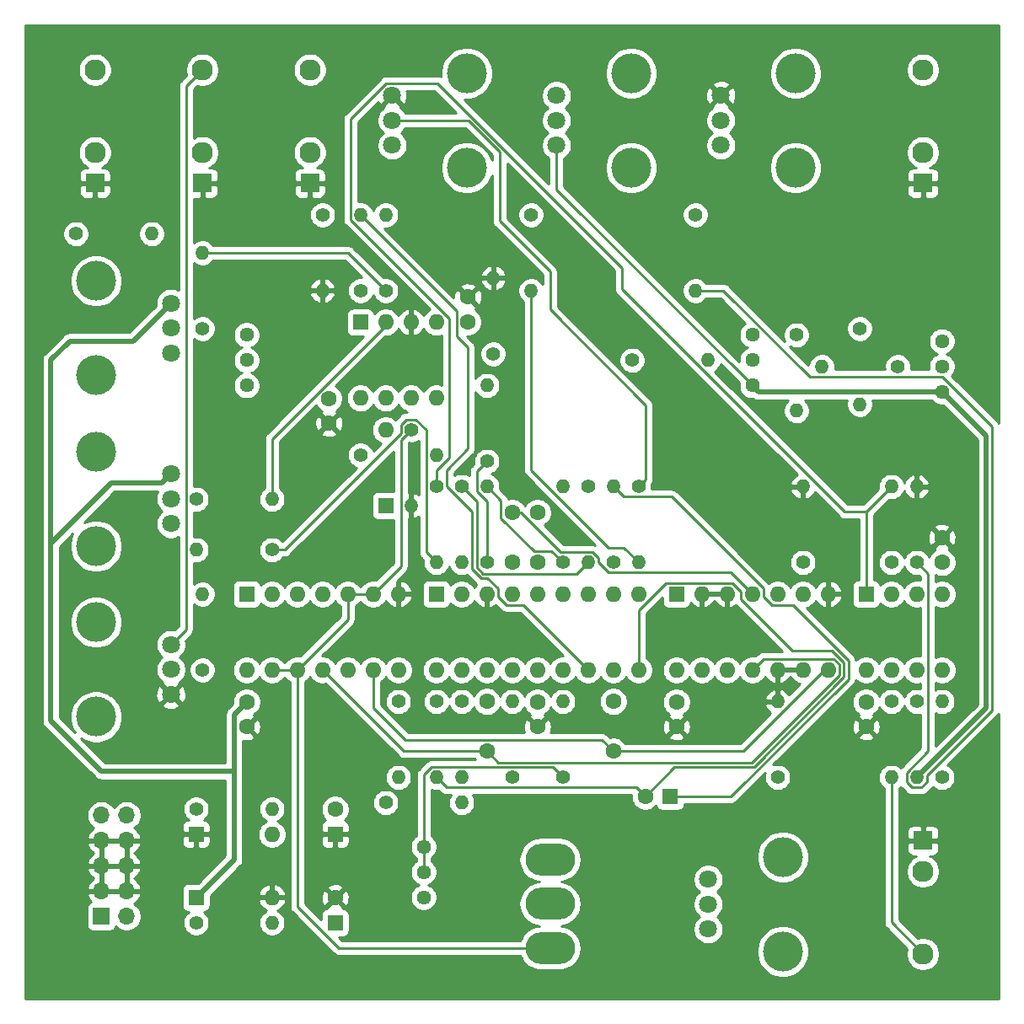
<source format=gbl>
G04 #@! TF.GenerationSoftware,KiCad,Pcbnew,5.1.12-1.fc34*
G04 #@! TF.CreationDate,2022-01-17T20:57:28+01:00*
G04 #@! TF.ProjectId,vcf,7663662e-6b69-4636-9164-5f7063625858,rev?*
G04 #@! TF.SameCoordinates,Original*
G04 #@! TF.FileFunction,Copper,L2,Bot*
G04 #@! TF.FilePolarity,Positive*
%FSLAX46Y46*%
G04 Gerber Fmt 4.6, Leading zero omitted, Abs format (unit mm)*
G04 Created by KiCad (PCBNEW 5.1.12-1.fc34) date 2022-01-17 20:57:28*
%MOMM*%
%LPD*%
G01*
G04 APERTURE LIST*
G04 #@! TA.AperFunction,ComponentPad*
%ADD10O,1.400000X1.400000*%
G04 #@! TD*
G04 #@! TA.AperFunction,ComponentPad*
%ADD11C,1.400000*%
G04 #@! TD*
G04 #@! TA.AperFunction,ComponentPad*
%ADD12O,1.700000X1.700000*%
G04 #@! TD*
G04 #@! TA.AperFunction,ComponentPad*
%ADD13R,1.700000X1.700000*%
G04 #@! TD*
G04 #@! TA.AperFunction,ComponentPad*
%ADD14O,1.600000X1.600000*%
G04 #@! TD*
G04 #@! TA.AperFunction,ComponentPad*
%ADD15R,1.600000X1.600000*%
G04 #@! TD*
G04 #@! TA.AperFunction,ComponentPad*
%ADD16O,5.000000X3.200000*%
G04 #@! TD*
G04 #@! TA.AperFunction,WasherPad*
%ADD17C,4.000000*%
G04 #@! TD*
G04 #@! TA.AperFunction,ComponentPad*
%ADD18C,1.800000*%
G04 #@! TD*
G04 #@! TA.AperFunction,ComponentPad*
%ADD19C,1.440000*%
G04 #@! TD*
G04 #@! TA.AperFunction,ComponentPad*
%ADD20C,2.130000*%
G04 #@! TD*
G04 #@! TA.AperFunction,ComponentPad*
%ADD21R,1.930000X1.830000*%
G04 #@! TD*
G04 #@! TA.AperFunction,ComponentPad*
%ADD22C,1.600000*%
G04 #@! TD*
G04 #@! TA.AperFunction,Conductor*
%ADD23C,0.508000*%
G04 #@! TD*
G04 #@! TA.AperFunction,Conductor*
%ADD24C,0.250000*%
G04 #@! TD*
G04 #@! TA.AperFunction,Conductor*
%ADD25C,0.254000*%
G04 #@! TD*
G04 #@! TA.AperFunction,Conductor*
%ADD26C,0.100000*%
G04 #@! TD*
G04 APERTURE END LIST*
D10*
X77470000Y-93345000D03*
D11*
X77470000Y-85725000D03*
D12*
X48895000Y-124460000D03*
X46355000Y-124460000D03*
X48895000Y-127000000D03*
X46355000Y-127000000D03*
X48895000Y-129540000D03*
X46355000Y-129540000D03*
X48895000Y-132080000D03*
X46355000Y-132080000D03*
X48895000Y-134620000D03*
D13*
X46355000Y-134620000D03*
D14*
X104140000Y-109855000D03*
X119380000Y-102235000D03*
X106680000Y-109855000D03*
X116840000Y-102235000D03*
X109220000Y-109855000D03*
X114300000Y-102235000D03*
X111760000Y-109855000D03*
X111760000Y-102235000D03*
X114300000Y-109855000D03*
X109220000Y-102235000D03*
X116840000Y-109855000D03*
X106680000Y-102235000D03*
X119380000Y-109855000D03*
D15*
X104140000Y-102235000D03*
D14*
X60960000Y-109855000D03*
X76200000Y-102235000D03*
X63500000Y-109855000D03*
X73660000Y-102235000D03*
X66040000Y-109855000D03*
X71120000Y-102235000D03*
X68580000Y-109855000D03*
X68580000Y-102235000D03*
X71120000Y-109855000D03*
X66040000Y-102235000D03*
X73660000Y-109855000D03*
X63500000Y-102235000D03*
X76200000Y-109855000D03*
D15*
X60960000Y-102235000D03*
D14*
X80010000Y-109855000D03*
X100330000Y-102235000D03*
X82550000Y-109855000D03*
X97790000Y-102235000D03*
X85090000Y-109855000D03*
X95250000Y-102235000D03*
X87630000Y-109855000D03*
X92710000Y-102235000D03*
X90170000Y-109855000D03*
X90170000Y-102235000D03*
X92710000Y-109855000D03*
X87630000Y-102235000D03*
X95250000Y-109855000D03*
X85090000Y-102235000D03*
X97790000Y-109855000D03*
X82550000Y-102235000D03*
X100330000Y-109855000D03*
D15*
X80010000Y-102235000D03*
D14*
X123190000Y-109855000D03*
X130810000Y-102235000D03*
X125730000Y-109855000D03*
X128270000Y-102235000D03*
X128270000Y-109855000D03*
X125730000Y-102235000D03*
X130810000Y-109855000D03*
D15*
X123190000Y-102235000D03*
D14*
X72390000Y-82550000D03*
X80010000Y-74930000D03*
X74930000Y-82550000D03*
X77470000Y-74930000D03*
X77470000Y-82550000D03*
X74930000Y-74930000D03*
X80010000Y-82550000D03*
D15*
X72390000Y-74930000D03*
D16*
X91440000Y-137800000D03*
X91440000Y-133350000D03*
X91440000Y-128900000D03*
D17*
X114815000Y-138140000D03*
X114815000Y-128640000D03*
D18*
X107315000Y-135890000D03*
X107315000Y-133390000D03*
X107315000Y-130890000D03*
D19*
X130810000Y-81915000D03*
X130810000Y-79375000D03*
X130810000Y-76835000D03*
X78740000Y-132715000D03*
X78740000Y-130175000D03*
X78740000Y-127635000D03*
X111760000Y-81280000D03*
X111760000Y-78740000D03*
X111760000Y-76200000D03*
X60960000Y-81280000D03*
X60960000Y-78740000D03*
X60960000Y-76200000D03*
D17*
X116085000Y-59400000D03*
X116085000Y-49900000D03*
D18*
X108585000Y-57150000D03*
X108585000Y-54650000D03*
X108585000Y-52150000D03*
D17*
X99575000Y-59400000D03*
X99575000Y-49900000D03*
D18*
X92075000Y-57150000D03*
X92075000Y-54650000D03*
X92075000Y-52150000D03*
D17*
X83065000Y-59400000D03*
X83065000Y-49900000D03*
D18*
X75565000Y-57150000D03*
X75565000Y-54650000D03*
X75565000Y-52150000D03*
D17*
X45840000Y-70775000D03*
X45840000Y-80275000D03*
D18*
X53340000Y-73025000D03*
X53340000Y-75525000D03*
X53340000Y-78025000D03*
D17*
X45840000Y-87920000D03*
X45840000Y-97420000D03*
D18*
X53340000Y-90170000D03*
X53340000Y-92670000D03*
X53340000Y-95170000D03*
D17*
X45840000Y-105065000D03*
X45840000Y-114565000D03*
D18*
X53340000Y-107315000D03*
X53340000Y-109815000D03*
X53340000Y-112315000D03*
D10*
X114300000Y-113030000D03*
D11*
X114300000Y-120650000D03*
D10*
X125730000Y-120650000D03*
D11*
X125730000Y-113030000D03*
D10*
X122555000Y-83185000D03*
D11*
X122555000Y-75565000D03*
D10*
X128270000Y-120650000D03*
D11*
X128270000Y-113030000D03*
D10*
X80010000Y-88265000D03*
D11*
X72390000Y-88265000D03*
D10*
X118745000Y-79375000D03*
D11*
X126365000Y-79375000D03*
D10*
X85725000Y-70485000D03*
D11*
X85725000Y-78105000D03*
D10*
X130810000Y-113030000D03*
D11*
X130810000Y-120650000D03*
D10*
X116840000Y-91440000D03*
D11*
X116840000Y-99060000D03*
D10*
X97790000Y-91440000D03*
D11*
X97790000Y-99060000D03*
D10*
X63500000Y-123825000D03*
D11*
X55880000Y-123825000D03*
D10*
X63500000Y-135255000D03*
D11*
X55880000Y-135255000D03*
D10*
X80010000Y-120650000D03*
D11*
X80010000Y-113030000D03*
D10*
X92710000Y-113030000D03*
D11*
X92710000Y-120650000D03*
D10*
X82550000Y-123190000D03*
D11*
X74930000Y-123190000D03*
D10*
X76200000Y-120650000D03*
D11*
X76200000Y-113030000D03*
D10*
X87630000Y-113030000D03*
D11*
X87630000Y-120650000D03*
D10*
X107315000Y-78740000D03*
D11*
X99695000Y-78740000D03*
D10*
X82550000Y-120650000D03*
D11*
X82550000Y-113030000D03*
D10*
X92710000Y-91440000D03*
D11*
X92710000Y-99060000D03*
D10*
X85090000Y-91440000D03*
D11*
X85090000Y-99060000D03*
D10*
X85090000Y-81280000D03*
D11*
X85090000Y-88900000D03*
D10*
X82550000Y-99060000D03*
D11*
X82550000Y-91440000D03*
D10*
X95250000Y-99060000D03*
D11*
X95250000Y-91440000D03*
D10*
X55880000Y-97790000D03*
D11*
X63500000Y-97790000D03*
D10*
X80010000Y-99060000D03*
D11*
X80010000Y-91440000D03*
D10*
X68580000Y-71755000D03*
D11*
X68580000Y-64135000D03*
D10*
X72390000Y-64135000D03*
D11*
X72390000Y-71755000D03*
D10*
X125730000Y-91440000D03*
D11*
X125730000Y-99060000D03*
D10*
X74930000Y-64135000D03*
D11*
X74930000Y-71755000D03*
D10*
X128270000Y-91440000D03*
D11*
X128270000Y-99060000D03*
D10*
X106045000Y-71755000D03*
D11*
X106045000Y-64135000D03*
D10*
X116205000Y-83820000D03*
D11*
X116205000Y-76200000D03*
D10*
X89535000Y-71755000D03*
D11*
X89535000Y-64135000D03*
D10*
X100330000Y-99060000D03*
D11*
X100330000Y-91440000D03*
D10*
X56515000Y-67945000D03*
D11*
X56515000Y-75565000D03*
D10*
X63500000Y-92710000D03*
D11*
X55880000Y-92710000D03*
D10*
X56515000Y-102235000D03*
D11*
X56515000Y-109855000D03*
D10*
X51435000Y-66040000D03*
D11*
X43815000Y-66040000D03*
D20*
X128905000Y-138400000D03*
D21*
X128905000Y-127000000D03*
D20*
X128905000Y-130100000D03*
X128905000Y-49560000D03*
D21*
X128905000Y-60960000D03*
D20*
X128905000Y-57860000D03*
X67310000Y-49560000D03*
D21*
X67310000Y-60960000D03*
D20*
X67310000Y-57860000D03*
X56515000Y-49560000D03*
D21*
X56515000Y-60960000D03*
D20*
X56515000Y-57860000D03*
X45720000Y-49560000D03*
D21*
X45720000Y-60960000D03*
D20*
X45720000Y-57860000D03*
D14*
X74930000Y-85725000D03*
D15*
X74930000Y-93345000D03*
D14*
X63500000Y-126365000D03*
D15*
X55880000Y-126365000D03*
D14*
X63500000Y-132715000D03*
D15*
X55880000Y-132715000D03*
D22*
X101005000Y-122555000D03*
D15*
X103505000Y-122555000D03*
D22*
X97790000Y-118030000D03*
X97790000Y-113030000D03*
X69850000Y-123865000D03*
D15*
X69850000Y-126365000D03*
D22*
X69850000Y-132755000D03*
D15*
X69850000Y-135255000D03*
D22*
X85090000Y-118030000D03*
X85090000Y-113030000D03*
X90170000Y-113070000D03*
X90170000Y-115570000D03*
X104140000Y-113070000D03*
X104140000Y-115570000D03*
X60960000Y-113070000D03*
X60960000Y-115570000D03*
X87630000Y-94060000D03*
X87630000Y-99060000D03*
X130810000Y-96560000D03*
X130810000Y-99060000D03*
X123190000Y-113070000D03*
X123190000Y-115570000D03*
X90170000Y-94060000D03*
X90170000Y-99060000D03*
X83185000Y-72390000D03*
X83185000Y-74890000D03*
X69215000Y-82590000D03*
X69215000Y-85090000D03*
D23*
X59705999Y-128889001D02*
X55880000Y-132715000D01*
X60960000Y-113070000D02*
X59705999Y-114324001D01*
X46370999Y-120030999D02*
X59705999Y-120030999D01*
X41275000Y-114935000D02*
X46370999Y-120030999D01*
X41275000Y-97155000D02*
X41275000Y-114935000D01*
X47360001Y-91069999D02*
X41275000Y-97155000D01*
X52440001Y-91069999D02*
X47360001Y-91069999D01*
X53340000Y-90170000D02*
X52440001Y-91069999D01*
X59705999Y-120030999D02*
X59705999Y-128889001D01*
X59705999Y-114324001D02*
X59705999Y-120030999D01*
X53340000Y-73025000D02*
X49530000Y-76835000D01*
X49530000Y-76835000D02*
X43180000Y-76835000D01*
X41275000Y-78740000D02*
X41275000Y-97155000D01*
X43180000Y-76835000D02*
X41275000Y-78740000D01*
X135255000Y-86360000D02*
X130810000Y-81915000D01*
X135255000Y-113665000D02*
X135255000Y-86360000D01*
X128270000Y-120650000D02*
X135255000Y-113665000D01*
X112395000Y-81915000D02*
X111760000Y-81280000D01*
X130810000Y-81915000D02*
X112395000Y-81915000D01*
D24*
X92075000Y-61595000D02*
X92075000Y-57150000D01*
X111760000Y-81280000D02*
X92075000Y-61595000D01*
X95742001Y-98034999D02*
X92479997Y-98034999D01*
X92479997Y-98034999D02*
X88504998Y-94060000D01*
X96275001Y-98567999D02*
X95742001Y-98034999D01*
X96275001Y-99062003D02*
X96275001Y-98567999D01*
X97297999Y-100085001D02*
X96275001Y-99062003D01*
X109610001Y-100085001D02*
X97297999Y-100085001D01*
X88504998Y-94060000D02*
X87630000Y-94060000D01*
X111760000Y-102235000D02*
X109610001Y-100085001D01*
X76755000Y-118030000D02*
X85090000Y-118030000D01*
X68580000Y-109855000D02*
X76755000Y-118030000D01*
X119920001Y-108729999D02*
X112885001Y-108729999D01*
X120505001Y-109314999D02*
X119920001Y-108729999D01*
X120505001Y-110395001D02*
X120505001Y-109314999D01*
X111745001Y-119155001D02*
X120505001Y-110395001D01*
X112885001Y-108729999D02*
X111760000Y-109855000D01*
X86215001Y-119155001D02*
X111745001Y-119155001D01*
X85090000Y-118030000D02*
X86215001Y-119155001D01*
X96664999Y-116904999D02*
X97790000Y-118030000D01*
X76899999Y-116904999D02*
X96664999Y-116904999D01*
X73660000Y-113665000D02*
X76899999Y-116904999D01*
X73660000Y-109855000D02*
X73660000Y-113665000D01*
X110817002Y-118030000D02*
X118992002Y-109855000D01*
X118992002Y-109855000D02*
X119380000Y-109855000D01*
X97790000Y-118030000D02*
X110817002Y-118030000D01*
X100125001Y-121675001D02*
X101005000Y-122555000D01*
X81035001Y-121675001D02*
X100125001Y-121675001D01*
X80010000Y-120650000D02*
X81035001Y-121675001D01*
X103954989Y-119605011D02*
X101005000Y-122555000D01*
X119776412Y-107950000D02*
X120955010Y-109128598D01*
X115809998Y-107950000D02*
X119776412Y-107950000D01*
X120955010Y-109128598D02*
X120955011Y-110581401D01*
X110634999Y-102775001D02*
X115809998Y-107950000D01*
X110634999Y-101984997D02*
X110634999Y-102775001D01*
X109760001Y-101109999D02*
X110634999Y-101984997D01*
X103079999Y-101109999D02*
X109760001Y-101109999D01*
X111931402Y-119605010D02*
X103954989Y-119605011D01*
X120955011Y-110581401D02*
X111931402Y-119605010D01*
X100330000Y-103859998D02*
X103079999Y-101109999D01*
X100330000Y-109855000D02*
X100330000Y-103859998D01*
X98815001Y-92465001D02*
X97790000Y-91440000D01*
X112885001Y-102485003D02*
X112885001Y-101694999D01*
X113759999Y-103360001D02*
X112885001Y-102485003D01*
X115822823Y-103360001D02*
X113759999Y-103360001D01*
X121405019Y-108942197D02*
X115822823Y-103360001D01*
X112885001Y-101694999D02*
X103655003Y-92465001D01*
X109617820Y-122555000D02*
X121405020Y-110767800D01*
X103655003Y-92465001D02*
X98815001Y-92465001D01*
X121405020Y-110767800D02*
X121405019Y-108942197D01*
X103505000Y-122555000D02*
X109617820Y-122555000D01*
X54854999Y-51220001D02*
X56515000Y-49560000D01*
X54854999Y-105800001D02*
X54854999Y-51220001D01*
X53340000Y-107315000D02*
X54854999Y-105800001D01*
X125730000Y-135225000D02*
X128905000Y-138400000D01*
X125730000Y-120650000D02*
X125730000Y-135225000D01*
X74930000Y-75209998D02*
X74930000Y-74930000D01*
X63500000Y-86639998D02*
X74930000Y-75209998D01*
X63500000Y-92710000D02*
X63500000Y-86639998D01*
X71120000Y-67945000D02*
X56515000Y-67945000D01*
X74930000Y-71755000D02*
X71120000Y-67945000D01*
X89535000Y-89782002D02*
X89535000Y-71755000D01*
X97337988Y-97584990D02*
X89535000Y-89782002D01*
X98854990Y-97584990D02*
X97337988Y-97584990D01*
X100330000Y-99060000D02*
X98854990Y-97584990D01*
X83225000Y-54650000D02*
X75565000Y-54650000D01*
X101029999Y-90740001D02*
X101029999Y-83249999D01*
X100330000Y-91440000D02*
X101029999Y-90740001D01*
X101029999Y-83249999D02*
X91440000Y-73660000D01*
X91440000Y-69850000D02*
X86360000Y-64770000D01*
X91440000Y-73660000D02*
X91440000Y-69850000D01*
X86360000Y-64770000D02*
X86360000Y-57785000D01*
X86360000Y-57785000D02*
X83225000Y-54650000D01*
X117526603Y-80420001D02*
X108861602Y-71755000D01*
X130861603Y-80420001D02*
X117526603Y-80420001D01*
X129295001Y-121142001D02*
X129295001Y-120443841D01*
X128762001Y-121675001D02*
X129295001Y-121142001D01*
X127777999Y-121675001D02*
X128762001Y-121675001D01*
X127244999Y-121142001D02*
X127777999Y-121675001D01*
X108861602Y-71755000D02*
X106045000Y-71755000D01*
X135834010Y-113904833D02*
X135834010Y-85392408D01*
X127244999Y-120157999D02*
X127244999Y-121142001D01*
X129395001Y-118007997D02*
X127244999Y-120157999D01*
X135834010Y-85392408D02*
X130861603Y-80420001D01*
X129295001Y-120443841D02*
X135834010Y-113904833D01*
X129395001Y-100185001D02*
X129395001Y-118007997D01*
X128270000Y-99060000D02*
X129395001Y-100185001D01*
X123190000Y-93980000D02*
X123190000Y-102235000D01*
X125730000Y-91440000D02*
X123190000Y-93980000D01*
X98669999Y-69458589D02*
X98669999Y-71612001D01*
X80136409Y-50924999D02*
X98669999Y-69458589D01*
X74976999Y-50924999D02*
X80136409Y-50924999D01*
X71364999Y-54536999D02*
X74976999Y-50924999D01*
X71364999Y-64627001D02*
X71364999Y-54536999D01*
X81280000Y-74542002D02*
X71364999Y-64627001D01*
X81280000Y-88512002D02*
X81280000Y-74542002D01*
X98669999Y-71612001D02*
X121037998Y-93980000D01*
X80010000Y-89782002D02*
X81280000Y-88512002D01*
X121037998Y-93980000D02*
X123190000Y-93980000D01*
X80010000Y-91440000D02*
X80010000Y-89782002D01*
X82059999Y-73804999D02*
X82059999Y-76344999D01*
X88755001Y-103360001D02*
X95250000Y-109855000D01*
X81035001Y-89779999D02*
X81035001Y-91442003D01*
X83185000Y-87630000D02*
X81035001Y-89779999D01*
X87089999Y-103360001D02*
X88755001Y-103360001D01*
X72390000Y-64135000D02*
X82059999Y-73804999D01*
X84511598Y-100635010D02*
X85155013Y-100635011D01*
X81035001Y-91442003D02*
X83575001Y-93982003D01*
X83185000Y-77470000D02*
X83185000Y-87630000D01*
X83575001Y-99698413D02*
X84511598Y-100635010D01*
X82059999Y-76344999D02*
X83185000Y-77470000D01*
X85155013Y-100635011D02*
X86215001Y-101694999D01*
X83575001Y-93982003D02*
X83575001Y-99698413D01*
X86215001Y-101694999D02*
X86215001Y-102485003D01*
X86215001Y-102485003D02*
X87089999Y-103360001D01*
X78984999Y-98034999D02*
X80010000Y-99060000D01*
X78984999Y-85722997D02*
X78984999Y-98034999D01*
X77962001Y-84699999D02*
X78984999Y-85722997D01*
X76977999Y-84699999D02*
X77962001Y-84699999D01*
X76444999Y-85232999D02*
X76977999Y-84699999D01*
X76444999Y-86113591D02*
X76444999Y-85232999D01*
X64768590Y-97790000D02*
X76444999Y-86113591D01*
X63500000Y-97790000D02*
X64768590Y-97790000D01*
X94124999Y-100185001D02*
X95250000Y-99060000D01*
X84697999Y-100185001D02*
X94124999Y-100185001D01*
X84064999Y-99552001D02*
X84697999Y-100185001D01*
X84064999Y-92954999D02*
X84064999Y-99552001D01*
X82550000Y-91440000D02*
X84064999Y-92954999D01*
X85090000Y-92957002D02*
X85090000Y-99060000D01*
X84064999Y-91932001D02*
X85090000Y-92957002D01*
X84064999Y-89925001D02*
X84064999Y-91932001D01*
X85090000Y-88900000D02*
X84064999Y-89925001D01*
X91584999Y-97934999D02*
X92710000Y-99060000D01*
X89839997Y-97934999D02*
X91584999Y-97934999D01*
X86504999Y-92854999D02*
X86504999Y-94600001D01*
X86504999Y-94600001D02*
X89839997Y-97934999D01*
X85090000Y-91440000D02*
X86504999Y-92854999D01*
X79517999Y-119624999D02*
X78740000Y-120402998D01*
X91684999Y-119624999D02*
X79517999Y-119624999D01*
X78740000Y-120402998D02*
X78740000Y-127635000D01*
X92710000Y-120650000D02*
X91684999Y-119624999D01*
X78740000Y-127635000D02*
X78740000Y-130175000D01*
X73660000Y-102235000D02*
X71120000Y-102235000D01*
X71120000Y-104775000D02*
X66040000Y-109855000D01*
X71120000Y-102235000D02*
X71120000Y-104775000D01*
X63500000Y-109855000D02*
X66040000Y-109855000D01*
X76444999Y-99450001D02*
X73660000Y-102235000D01*
X76444999Y-86750001D02*
X76444999Y-99450001D01*
X77470000Y-85725000D02*
X76444999Y-86750001D01*
X70209998Y-137800000D02*
X91440000Y-137800000D01*
X66040000Y-133630002D02*
X70209998Y-137800000D01*
X66040000Y-109855000D02*
X66040000Y-133630002D01*
D25*
X136500000Y-85026159D02*
X136468984Y-84968132D01*
X136446514Y-84940752D01*
X136397809Y-84881404D01*
X136397805Y-84881400D01*
X136374011Y-84852407D01*
X136345018Y-84828613D01*
X131808831Y-80292428D01*
X131862497Y-80238762D01*
X132010785Y-80016833D01*
X132112928Y-79770239D01*
X132165000Y-79508456D01*
X132165000Y-79241544D01*
X132112928Y-78979761D01*
X132010785Y-78733167D01*
X131862497Y-78511238D01*
X131673762Y-78322503D01*
X131451833Y-78174215D01*
X131284734Y-78105000D01*
X131451833Y-78035785D01*
X131673762Y-77887497D01*
X131862497Y-77698762D01*
X132010785Y-77476833D01*
X132112928Y-77230239D01*
X132165000Y-76968456D01*
X132165000Y-76701544D01*
X132112928Y-76439761D01*
X132010785Y-76193167D01*
X131862497Y-75971238D01*
X131673762Y-75782503D01*
X131451833Y-75634215D01*
X131205239Y-75532072D01*
X130943456Y-75480000D01*
X130676544Y-75480000D01*
X130414761Y-75532072D01*
X130168167Y-75634215D01*
X129946238Y-75782503D01*
X129757503Y-75971238D01*
X129609215Y-76193167D01*
X129507072Y-76439761D01*
X129455000Y-76701544D01*
X129455000Y-76968456D01*
X129507072Y-77230239D01*
X129609215Y-77476833D01*
X129757503Y-77698762D01*
X129946238Y-77887497D01*
X130168167Y-78035785D01*
X130335266Y-78105000D01*
X130168167Y-78174215D01*
X129946238Y-78322503D01*
X129757503Y-78511238D01*
X129609215Y-78733167D01*
X129507072Y-78979761D01*
X129455000Y-79241544D01*
X129455000Y-79508456D01*
X129485144Y-79660001D01*
X127669464Y-79660001D01*
X127700000Y-79506486D01*
X127700000Y-79243514D01*
X127648696Y-78985595D01*
X127548061Y-78742641D01*
X127401962Y-78523987D01*
X127216013Y-78338038D01*
X126997359Y-78191939D01*
X126754405Y-78091304D01*
X126496486Y-78040000D01*
X126233514Y-78040000D01*
X125975595Y-78091304D01*
X125732641Y-78191939D01*
X125513987Y-78338038D01*
X125328038Y-78523987D01*
X125181939Y-78742641D01*
X125081304Y-78985595D01*
X125030000Y-79243514D01*
X125030000Y-79506486D01*
X125060536Y-79660001D01*
X120049464Y-79660001D01*
X120080000Y-79506486D01*
X120080000Y-79243514D01*
X120028696Y-78985595D01*
X119928061Y-78742641D01*
X119781962Y-78523987D01*
X119596013Y-78338038D01*
X119377359Y-78191939D01*
X119134405Y-78091304D01*
X118876486Y-78040000D01*
X118613514Y-78040000D01*
X118355595Y-78091304D01*
X118112641Y-78191939D01*
X117893987Y-78338038D01*
X117708038Y-78523987D01*
X117561939Y-78742641D01*
X117461304Y-78985595D01*
X117412475Y-79231071D01*
X115548001Y-77366597D01*
X115572641Y-77383061D01*
X115815595Y-77483696D01*
X116073514Y-77535000D01*
X116336486Y-77535000D01*
X116594405Y-77483696D01*
X116837359Y-77383061D01*
X117056013Y-77236962D01*
X117241962Y-77051013D01*
X117388061Y-76832359D01*
X117488696Y-76589405D01*
X117540000Y-76331486D01*
X117540000Y-76068514D01*
X117488696Y-75810595D01*
X117388061Y-75567641D01*
X117298441Y-75433514D01*
X121220000Y-75433514D01*
X121220000Y-75696486D01*
X121271304Y-75954405D01*
X121371939Y-76197359D01*
X121518038Y-76416013D01*
X121703987Y-76601962D01*
X121922641Y-76748061D01*
X122165595Y-76848696D01*
X122423514Y-76900000D01*
X122686486Y-76900000D01*
X122944405Y-76848696D01*
X123187359Y-76748061D01*
X123406013Y-76601962D01*
X123591962Y-76416013D01*
X123738061Y-76197359D01*
X123838696Y-75954405D01*
X123890000Y-75696486D01*
X123890000Y-75433514D01*
X123838696Y-75175595D01*
X123738061Y-74932641D01*
X123591962Y-74713987D01*
X123406013Y-74528038D01*
X123187359Y-74381939D01*
X122944405Y-74281304D01*
X122686486Y-74230000D01*
X122423514Y-74230000D01*
X122165595Y-74281304D01*
X121922641Y-74381939D01*
X121703987Y-74528038D01*
X121518038Y-74713987D01*
X121371939Y-74932641D01*
X121271304Y-75175595D01*
X121220000Y-75433514D01*
X117298441Y-75433514D01*
X117241962Y-75348987D01*
X117056013Y-75163038D01*
X116837359Y-75016939D01*
X116594405Y-74916304D01*
X116336486Y-74865000D01*
X116073514Y-74865000D01*
X115815595Y-74916304D01*
X115572641Y-75016939D01*
X115353987Y-75163038D01*
X115168038Y-75348987D01*
X115021939Y-75567641D01*
X114921304Y-75810595D01*
X114870000Y-76068514D01*
X114870000Y-76331486D01*
X114921304Y-76589405D01*
X115021939Y-76832359D01*
X115038403Y-76857000D01*
X109425406Y-71244003D01*
X109401603Y-71214999D01*
X109285878Y-71120026D01*
X109153849Y-71049454D01*
X109010588Y-71005997D01*
X108898935Y-70995000D01*
X108898924Y-70995000D01*
X108861602Y-70991324D01*
X108824280Y-70995000D01*
X107142775Y-70995000D01*
X107081962Y-70903987D01*
X106896013Y-70718038D01*
X106677359Y-70571939D01*
X106434405Y-70471304D01*
X106176486Y-70420000D01*
X105913514Y-70420000D01*
X105655595Y-70471304D01*
X105412641Y-70571939D01*
X105193987Y-70718038D01*
X105008038Y-70903987D01*
X104861939Y-71122641D01*
X104761304Y-71365595D01*
X104710000Y-71623514D01*
X104710000Y-71886486D01*
X104761304Y-72144405D01*
X104861939Y-72387359D01*
X105008038Y-72606013D01*
X105193987Y-72791962D01*
X105412641Y-72938061D01*
X105655595Y-73038696D01*
X105913514Y-73090000D01*
X106176486Y-73090000D01*
X106434405Y-73038696D01*
X106677359Y-72938061D01*
X106896013Y-72791962D01*
X107081962Y-72606013D01*
X107142775Y-72515000D01*
X108546801Y-72515000D01*
X111065924Y-75034123D01*
X110896238Y-75147503D01*
X110707503Y-75336238D01*
X110559215Y-75558167D01*
X110457072Y-75804761D01*
X110405000Y-76066544D01*
X110405000Y-76333456D01*
X110457072Y-76595239D01*
X110559215Y-76841833D01*
X110707503Y-77063762D01*
X110896238Y-77252497D01*
X111118167Y-77400785D01*
X111285266Y-77470000D01*
X111118167Y-77539215D01*
X110896238Y-77687503D01*
X110707503Y-77876238D01*
X110559215Y-78098167D01*
X110457072Y-78344761D01*
X110405000Y-78606544D01*
X110405000Y-78850198D01*
X95558316Y-64003514D01*
X104710000Y-64003514D01*
X104710000Y-64266486D01*
X104761304Y-64524405D01*
X104861939Y-64767359D01*
X105008038Y-64986013D01*
X105193987Y-65171962D01*
X105412641Y-65318061D01*
X105655595Y-65418696D01*
X105913514Y-65470000D01*
X106176486Y-65470000D01*
X106434405Y-65418696D01*
X106677359Y-65318061D01*
X106896013Y-65171962D01*
X107081962Y-64986013D01*
X107228061Y-64767359D01*
X107328696Y-64524405D01*
X107380000Y-64266486D01*
X107380000Y-64003514D01*
X107328696Y-63745595D01*
X107228061Y-63502641D01*
X107081962Y-63283987D01*
X106896013Y-63098038D01*
X106677359Y-62951939D01*
X106434405Y-62851304D01*
X106176486Y-62800000D01*
X105913514Y-62800000D01*
X105655595Y-62851304D01*
X105412641Y-62951939D01*
X105193987Y-63098038D01*
X105008038Y-63283987D01*
X104861939Y-63502641D01*
X104761304Y-63745595D01*
X104710000Y-64003514D01*
X95558316Y-64003514D01*
X92835000Y-61280199D01*
X92835000Y-59140475D01*
X96940000Y-59140475D01*
X96940000Y-59659525D01*
X97041261Y-60168601D01*
X97239893Y-60648141D01*
X97528262Y-61079715D01*
X97895285Y-61446738D01*
X98326859Y-61735107D01*
X98806399Y-61933739D01*
X99315475Y-62035000D01*
X99834525Y-62035000D01*
X100343601Y-61933739D01*
X100823141Y-61735107D01*
X101254715Y-61446738D01*
X101621738Y-61079715D01*
X101910107Y-60648141D01*
X102108739Y-60168601D01*
X102210000Y-59659525D01*
X102210000Y-59140475D01*
X113450000Y-59140475D01*
X113450000Y-59659525D01*
X113551261Y-60168601D01*
X113749893Y-60648141D01*
X114038262Y-61079715D01*
X114405285Y-61446738D01*
X114836859Y-61735107D01*
X115316399Y-61933739D01*
X115825475Y-62035000D01*
X116344525Y-62035000D01*
X116853601Y-61933739D01*
X116995409Y-61875000D01*
X127301928Y-61875000D01*
X127314188Y-61999482D01*
X127350498Y-62119180D01*
X127409463Y-62229494D01*
X127488815Y-62326185D01*
X127585506Y-62405537D01*
X127695820Y-62464502D01*
X127815518Y-62500812D01*
X127940000Y-62513072D01*
X128619250Y-62510000D01*
X128778000Y-62351250D01*
X128778000Y-61087000D01*
X129032000Y-61087000D01*
X129032000Y-62351250D01*
X129190750Y-62510000D01*
X129870000Y-62513072D01*
X129994482Y-62500812D01*
X130114180Y-62464502D01*
X130224494Y-62405537D01*
X130321185Y-62326185D01*
X130400537Y-62229494D01*
X130459502Y-62119180D01*
X130495812Y-61999482D01*
X130508072Y-61875000D01*
X130505000Y-61245750D01*
X130346250Y-61087000D01*
X129032000Y-61087000D01*
X128778000Y-61087000D01*
X127463750Y-61087000D01*
X127305000Y-61245750D01*
X127301928Y-61875000D01*
X116995409Y-61875000D01*
X117333141Y-61735107D01*
X117764715Y-61446738D01*
X118131738Y-61079715D01*
X118420107Y-60648141D01*
X118618739Y-60168601D01*
X118720000Y-59659525D01*
X118720000Y-59140475D01*
X118618739Y-58631399D01*
X118420107Y-58151859D01*
X118131738Y-57720285D01*
X118104018Y-57692565D01*
X127205000Y-57692565D01*
X127205000Y-58027435D01*
X127270330Y-58355872D01*
X127398479Y-58665252D01*
X127584523Y-58943687D01*
X127821313Y-59180477D01*
X128099748Y-59366521D01*
X128200140Y-59408105D01*
X127940000Y-59406928D01*
X127815518Y-59419188D01*
X127695820Y-59455498D01*
X127585506Y-59514463D01*
X127488815Y-59593815D01*
X127409463Y-59690506D01*
X127350498Y-59800820D01*
X127314188Y-59920518D01*
X127301928Y-60045000D01*
X127305000Y-60674250D01*
X127463750Y-60833000D01*
X128778000Y-60833000D01*
X128778000Y-60813000D01*
X129032000Y-60813000D01*
X129032000Y-60833000D01*
X130346250Y-60833000D01*
X130505000Y-60674250D01*
X130508072Y-60045000D01*
X130495812Y-59920518D01*
X130459502Y-59800820D01*
X130400537Y-59690506D01*
X130321185Y-59593815D01*
X130224494Y-59514463D01*
X130114180Y-59455498D01*
X129994482Y-59419188D01*
X129870000Y-59406928D01*
X129609860Y-59408105D01*
X129710252Y-59366521D01*
X129988687Y-59180477D01*
X130225477Y-58943687D01*
X130411521Y-58665252D01*
X130539670Y-58355872D01*
X130605000Y-58027435D01*
X130605000Y-57692565D01*
X130539670Y-57364128D01*
X130411521Y-57054748D01*
X130225477Y-56776313D01*
X129988687Y-56539523D01*
X129710252Y-56353479D01*
X129400872Y-56225330D01*
X129072435Y-56160000D01*
X128737565Y-56160000D01*
X128409128Y-56225330D01*
X128099748Y-56353479D01*
X127821313Y-56539523D01*
X127584523Y-56776313D01*
X127398479Y-57054748D01*
X127270330Y-57364128D01*
X127205000Y-57692565D01*
X118104018Y-57692565D01*
X117764715Y-57353262D01*
X117333141Y-57064893D01*
X116853601Y-56866261D01*
X116344525Y-56765000D01*
X115825475Y-56765000D01*
X115316399Y-56866261D01*
X114836859Y-57064893D01*
X114405285Y-57353262D01*
X114038262Y-57720285D01*
X113749893Y-58151859D01*
X113551261Y-58631399D01*
X113450000Y-59140475D01*
X102210000Y-59140475D01*
X102108739Y-58631399D01*
X101910107Y-58151859D01*
X101621738Y-57720285D01*
X101254715Y-57353262D01*
X100823141Y-57064893D01*
X100343601Y-56866261D01*
X99834525Y-56765000D01*
X99315475Y-56765000D01*
X98806399Y-56866261D01*
X98326859Y-57064893D01*
X97895285Y-57353262D01*
X97528262Y-57720285D01*
X97239893Y-58151859D01*
X97041261Y-58631399D01*
X96940000Y-59140475D01*
X92835000Y-59140475D01*
X92835000Y-58488313D01*
X93053505Y-58342312D01*
X93267312Y-58128505D01*
X93435299Y-57877095D01*
X93551011Y-57597743D01*
X93610000Y-57301184D01*
X93610000Y-56998816D01*
X93551011Y-56702257D01*
X93435299Y-56422905D01*
X93267312Y-56171495D01*
X93053505Y-55957688D01*
X92967169Y-55900000D01*
X93053505Y-55842312D01*
X93267312Y-55628505D01*
X93435299Y-55377095D01*
X93551011Y-55097743D01*
X93610000Y-54801184D01*
X93610000Y-54498816D01*
X107050000Y-54498816D01*
X107050000Y-54801184D01*
X107108989Y-55097743D01*
X107224701Y-55377095D01*
X107392688Y-55628505D01*
X107606495Y-55842312D01*
X107692831Y-55900000D01*
X107606495Y-55957688D01*
X107392688Y-56171495D01*
X107224701Y-56422905D01*
X107108989Y-56702257D01*
X107050000Y-56998816D01*
X107050000Y-57301184D01*
X107108989Y-57597743D01*
X107224701Y-57877095D01*
X107392688Y-58128505D01*
X107606495Y-58342312D01*
X107857905Y-58510299D01*
X108137257Y-58626011D01*
X108433816Y-58685000D01*
X108736184Y-58685000D01*
X109032743Y-58626011D01*
X109312095Y-58510299D01*
X109563505Y-58342312D01*
X109777312Y-58128505D01*
X109945299Y-57877095D01*
X110061011Y-57597743D01*
X110120000Y-57301184D01*
X110120000Y-56998816D01*
X110061011Y-56702257D01*
X109945299Y-56422905D01*
X109777312Y-56171495D01*
X109563505Y-55957688D01*
X109477169Y-55900000D01*
X109563505Y-55842312D01*
X109777312Y-55628505D01*
X109945299Y-55377095D01*
X110061011Y-55097743D01*
X110120000Y-54801184D01*
X110120000Y-54498816D01*
X110061011Y-54202257D01*
X109945299Y-53922905D01*
X109777312Y-53671495D01*
X109563505Y-53457688D01*
X109420690Y-53362262D01*
X109469475Y-53214080D01*
X108585000Y-52329605D01*
X107700525Y-53214080D01*
X107749310Y-53362262D01*
X107606495Y-53457688D01*
X107392688Y-53671495D01*
X107224701Y-53922905D01*
X107108989Y-54202257D01*
X107050000Y-54498816D01*
X93610000Y-54498816D01*
X93551011Y-54202257D01*
X93435299Y-53922905D01*
X93267312Y-53671495D01*
X93053505Y-53457688D01*
X92967169Y-53400000D01*
X93053505Y-53342312D01*
X93267312Y-53128505D01*
X93435299Y-52877095D01*
X93551011Y-52597743D01*
X93610000Y-52301184D01*
X93610000Y-51998816D01*
X93551011Y-51702257D01*
X93435299Y-51422905D01*
X93267312Y-51171495D01*
X93053505Y-50957688D01*
X92802095Y-50789701D01*
X92522743Y-50673989D01*
X92226184Y-50615000D01*
X91923816Y-50615000D01*
X91627257Y-50673989D01*
X91347905Y-50789701D01*
X91096495Y-50957688D01*
X90882688Y-51171495D01*
X90714701Y-51422905D01*
X90598989Y-51702257D01*
X90540000Y-51998816D01*
X90540000Y-52301184D01*
X90598989Y-52597743D01*
X90714701Y-52877095D01*
X90882688Y-53128505D01*
X91096495Y-53342312D01*
X91182831Y-53400000D01*
X91096495Y-53457688D01*
X90882688Y-53671495D01*
X90714701Y-53922905D01*
X90598989Y-54202257D01*
X90540000Y-54498816D01*
X90540000Y-54801184D01*
X90598989Y-55097743D01*
X90714701Y-55377095D01*
X90882688Y-55628505D01*
X91096495Y-55842312D01*
X91182831Y-55900000D01*
X91096495Y-55957688D01*
X90882688Y-56171495D01*
X90714701Y-56422905D01*
X90598989Y-56702257D01*
X90540000Y-56998816D01*
X90540000Y-57301184D01*
X90598989Y-57597743D01*
X90714701Y-57877095D01*
X90882688Y-58128505D01*
X91096495Y-58342312D01*
X91315001Y-58488313D01*
X91315000Y-61028789D01*
X82821211Y-52535000D01*
X83324525Y-52535000D01*
X83833601Y-52433739D01*
X84313141Y-52235107D01*
X84744715Y-51946738D01*
X85111738Y-51579715D01*
X85400107Y-51148141D01*
X85598739Y-50668601D01*
X85700000Y-50159525D01*
X85700000Y-49640475D01*
X96940000Y-49640475D01*
X96940000Y-50159525D01*
X97041261Y-50668601D01*
X97239893Y-51148141D01*
X97528262Y-51579715D01*
X97895285Y-51946738D01*
X98326859Y-52235107D01*
X98806399Y-52433739D01*
X99315475Y-52535000D01*
X99834525Y-52535000D01*
X100343601Y-52433739D01*
X100823141Y-52235107D01*
X100850908Y-52216553D01*
X107044009Y-52216553D01*
X107086603Y-52515907D01*
X107186778Y-52801199D01*
X107266739Y-52950792D01*
X107520920Y-53034475D01*
X108405395Y-52150000D01*
X108764605Y-52150000D01*
X109649080Y-53034475D01*
X109903261Y-52950792D01*
X110034158Y-52678225D01*
X110109365Y-52385358D01*
X110125991Y-52083447D01*
X110083397Y-51784093D01*
X109983222Y-51498801D01*
X109903261Y-51349208D01*
X109649080Y-51265525D01*
X108764605Y-52150000D01*
X108405395Y-52150000D01*
X107520920Y-51265525D01*
X107266739Y-51349208D01*
X107135842Y-51621775D01*
X107060635Y-51914642D01*
X107044009Y-52216553D01*
X100850908Y-52216553D01*
X101254715Y-51946738D01*
X101621738Y-51579715D01*
X101910107Y-51148141D01*
X101935879Y-51085920D01*
X107700525Y-51085920D01*
X108585000Y-51970395D01*
X109469475Y-51085920D01*
X109385792Y-50831739D01*
X109113225Y-50700842D01*
X108820358Y-50625635D01*
X108518447Y-50609009D01*
X108219093Y-50651603D01*
X107933801Y-50751778D01*
X107784208Y-50831739D01*
X107700525Y-51085920D01*
X101935879Y-51085920D01*
X102108739Y-50668601D01*
X102210000Y-50159525D01*
X102210000Y-49640475D01*
X113450000Y-49640475D01*
X113450000Y-50159525D01*
X113551261Y-50668601D01*
X113749893Y-51148141D01*
X114038262Y-51579715D01*
X114405285Y-51946738D01*
X114836859Y-52235107D01*
X115316399Y-52433739D01*
X115825475Y-52535000D01*
X116344525Y-52535000D01*
X116853601Y-52433739D01*
X117333141Y-52235107D01*
X117764715Y-51946738D01*
X118131738Y-51579715D01*
X118420107Y-51148141D01*
X118618739Y-50668601D01*
X118720000Y-50159525D01*
X118720000Y-49640475D01*
X118670688Y-49392565D01*
X127205000Y-49392565D01*
X127205000Y-49727435D01*
X127270330Y-50055872D01*
X127398479Y-50365252D01*
X127584523Y-50643687D01*
X127821313Y-50880477D01*
X128099748Y-51066521D01*
X128409128Y-51194670D01*
X128737565Y-51260000D01*
X129072435Y-51260000D01*
X129400872Y-51194670D01*
X129710252Y-51066521D01*
X129988687Y-50880477D01*
X130225477Y-50643687D01*
X130411521Y-50365252D01*
X130539670Y-50055872D01*
X130605000Y-49727435D01*
X130605000Y-49392565D01*
X130539670Y-49064128D01*
X130411521Y-48754748D01*
X130225477Y-48476313D01*
X129988687Y-48239523D01*
X129710252Y-48053479D01*
X129400872Y-47925330D01*
X129072435Y-47860000D01*
X128737565Y-47860000D01*
X128409128Y-47925330D01*
X128099748Y-48053479D01*
X127821313Y-48239523D01*
X127584523Y-48476313D01*
X127398479Y-48754748D01*
X127270330Y-49064128D01*
X127205000Y-49392565D01*
X118670688Y-49392565D01*
X118618739Y-49131399D01*
X118420107Y-48651859D01*
X118131738Y-48220285D01*
X117764715Y-47853262D01*
X117333141Y-47564893D01*
X116853601Y-47366261D01*
X116344525Y-47265000D01*
X115825475Y-47265000D01*
X115316399Y-47366261D01*
X114836859Y-47564893D01*
X114405285Y-47853262D01*
X114038262Y-48220285D01*
X113749893Y-48651859D01*
X113551261Y-49131399D01*
X113450000Y-49640475D01*
X102210000Y-49640475D01*
X102108739Y-49131399D01*
X101910107Y-48651859D01*
X101621738Y-48220285D01*
X101254715Y-47853262D01*
X100823141Y-47564893D01*
X100343601Y-47366261D01*
X99834525Y-47265000D01*
X99315475Y-47265000D01*
X98806399Y-47366261D01*
X98326859Y-47564893D01*
X97895285Y-47853262D01*
X97528262Y-48220285D01*
X97239893Y-48651859D01*
X97041261Y-49131399D01*
X96940000Y-49640475D01*
X85700000Y-49640475D01*
X85598739Y-49131399D01*
X85400107Y-48651859D01*
X85111738Y-48220285D01*
X84744715Y-47853262D01*
X84313141Y-47564893D01*
X83833601Y-47366261D01*
X83324525Y-47265000D01*
X82805475Y-47265000D01*
X82296399Y-47366261D01*
X81816859Y-47564893D01*
X81385285Y-47853262D01*
X81018262Y-48220285D01*
X80729893Y-48651859D01*
X80531261Y-49131399D01*
X80430000Y-49640475D01*
X80430000Y-50159525D01*
X80443498Y-50227387D01*
X80428656Y-50219453D01*
X80285395Y-50175996D01*
X80173742Y-50164999D01*
X80173731Y-50164999D01*
X80136409Y-50161323D01*
X80099087Y-50164999D01*
X75014321Y-50164999D01*
X74976998Y-50161323D01*
X74939675Y-50164999D01*
X74939666Y-50164999D01*
X74828013Y-50175996D01*
X74684752Y-50219453D01*
X74552723Y-50290025D01*
X74552721Y-50290026D01*
X74552722Y-50290026D01*
X74465995Y-50361200D01*
X74465991Y-50361204D01*
X74436998Y-50384998D01*
X74413204Y-50413991D01*
X70853997Y-53973200D01*
X70824999Y-53996998D01*
X70801201Y-54025996D01*
X70801200Y-54025997D01*
X70730025Y-54112723D01*
X70659453Y-54244753D01*
X70615997Y-54388014D01*
X70601323Y-54536999D01*
X70605000Y-54574331D01*
X70604999Y-64589679D01*
X70601323Y-64627001D01*
X70604999Y-64664323D01*
X70604999Y-64664333D01*
X70615996Y-64775986D01*
X70659374Y-64918985D01*
X70659453Y-64919247D01*
X70730025Y-65051277D01*
X70769870Y-65099827D01*
X70824998Y-65167002D01*
X70854002Y-65190805D01*
X79325024Y-73661827D01*
X79095241Y-73815363D01*
X78895363Y-74015241D01*
X78738320Y-74250273D01*
X78733933Y-74260865D01*
X78622385Y-74074869D01*
X78433414Y-73866481D01*
X78207420Y-73698963D01*
X77953087Y-73578754D01*
X77819039Y-73538096D01*
X77597000Y-73660085D01*
X77597000Y-74803000D01*
X77617000Y-74803000D01*
X77617000Y-75057000D01*
X77597000Y-75057000D01*
X77597000Y-76199915D01*
X77819039Y-76321904D01*
X77953087Y-76281246D01*
X78207420Y-76161037D01*
X78433414Y-75993519D01*
X78622385Y-75785131D01*
X78733933Y-75599135D01*
X78738320Y-75609727D01*
X78895363Y-75844759D01*
X79095241Y-76044637D01*
X79330273Y-76201680D01*
X79591426Y-76309853D01*
X79868665Y-76365000D01*
X80151335Y-76365000D01*
X80428574Y-76309853D01*
X80520001Y-76271983D01*
X80520001Y-81208017D01*
X80428574Y-81170147D01*
X80151335Y-81115000D01*
X79868665Y-81115000D01*
X79591426Y-81170147D01*
X79330273Y-81278320D01*
X79095241Y-81435363D01*
X78895363Y-81635241D01*
X78740000Y-81867759D01*
X78584637Y-81635241D01*
X78384759Y-81435363D01*
X78149727Y-81278320D01*
X77888574Y-81170147D01*
X77611335Y-81115000D01*
X77328665Y-81115000D01*
X77051426Y-81170147D01*
X76790273Y-81278320D01*
X76555241Y-81435363D01*
X76355363Y-81635241D01*
X76200000Y-81867759D01*
X76044637Y-81635241D01*
X75844759Y-81435363D01*
X75609727Y-81278320D01*
X75348574Y-81170147D01*
X75071335Y-81115000D01*
X74788665Y-81115000D01*
X74511426Y-81170147D01*
X74250273Y-81278320D01*
X74015241Y-81435363D01*
X73815363Y-81635241D01*
X73660000Y-81867759D01*
X73504637Y-81635241D01*
X73304759Y-81435363D01*
X73069727Y-81278320D01*
X72808574Y-81170147D01*
X72531335Y-81115000D01*
X72248665Y-81115000D01*
X71971426Y-81170147D01*
X71710273Y-81278320D01*
X71475241Y-81435363D01*
X71275363Y-81635241D01*
X71118320Y-81870273D01*
X71010147Y-82131426D01*
X70955000Y-82408665D01*
X70955000Y-82691335D01*
X71010147Y-82968574D01*
X71118320Y-83229727D01*
X71275363Y-83464759D01*
X71475241Y-83664637D01*
X71710273Y-83821680D01*
X71971426Y-83929853D01*
X72248665Y-83985000D01*
X72531335Y-83985000D01*
X72808574Y-83929853D01*
X73069727Y-83821680D01*
X73304759Y-83664637D01*
X73504637Y-83464759D01*
X73660000Y-83232241D01*
X73815363Y-83464759D01*
X74015241Y-83664637D01*
X74250273Y-83821680D01*
X74511426Y-83929853D01*
X74788665Y-83985000D01*
X75071335Y-83985000D01*
X75348574Y-83929853D01*
X75609727Y-83821680D01*
X75844759Y-83664637D01*
X76044637Y-83464759D01*
X76200000Y-83232241D01*
X76355363Y-83464759D01*
X76555241Y-83664637D01*
X76790273Y-83821680D01*
X77051426Y-83929853D01*
X77102433Y-83939999D01*
X77015322Y-83939999D01*
X76977999Y-83936323D01*
X76940676Y-83939999D01*
X76940666Y-83939999D01*
X76829013Y-83950996D01*
X76685752Y-83994453D01*
X76553723Y-84065025D01*
X76437998Y-84159998D01*
X76414199Y-84188997D01*
X75933997Y-84669200D01*
X75917299Y-84682903D01*
X75844759Y-84610363D01*
X75609727Y-84453320D01*
X75348574Y-84345147D01*
X75071335Y-84290000D01*
X74788665Y-84290000D01*
X74511426Y-84345147D01*
X74250273Y-84453320D01*
X74015241Y-84610363D01*
X73815363Y-84810241D01*
X73658320Y-85045273D01*
X73550147Y-85306426D01*
X73495000Y-85583665D01*
X73495000Y-85866335D01*
X73550147Y-86143574D01*
X73658320Y-86404727D01*
X73815363Y-86639759D01*
X74015241Y-86839637D01*
X74250273Y-86996680D01*
X74417741Y-87066047D01*
X73654511Y-87829278D01*
X73573061Y-87632641D01*
X73426962Y-87413987D01*
X73241013Y-87228038D01*
X73022359Y-87081939D01*
X72779405Y-86981304D01*
X72521486Y-86930000D01*
X72258514Y-86930000D01*
X72000595Y-86981304D01*
X71757641Y-87081939D01*
X71538987Y-87228038D01*
X71353038Y-87413987D01*
X71206939Y-87632641D01*
X71106304Y-87875595D01*
X71055000Y-88133514D01*
X71055000Y-88396486D01*
X71106304Y-88654405D01*
X71206939Y-88897359D01*
X71353038Y-89116013D01*
X71538987Y-89301962D01*
X71757641Y-89448061D01*
X71954278Y-89529511D01*
X64540102Y-96943687D01*
X64536962Y-96938987D01*
X64351013Y-96753038D01*
X64132359Y-96606939D01*
X63889405Y-96506304D01*
X63631486Y-96455000D01*
X63368514Y-96455000D01*
X63110595Y-96506304D01*
X62867641Y-96606939D01*
X62648987Y-96753038D01*
X62463038Y-96938987D01*
X62316939Y-97157641D01*
X62216304Y-97400595D01*
X62165000Y-97658514D01*
X62165000Y-97921486D01*
X62216304Y-98179405D01*
X62316939Y-98422359D01*
X62463038Y-98641013D01*
X62648987Y-98826962D01*
X62867641Y-98973061D01*
X63110595Y-99073696D01*
X63368514Y-99125000D01*
X63631486Y-99125000D01*
X63889405Y-99073696D01*
X64132359Y-98973061D01*
X64351013Y-98826962D01*
X64536962Y-98641013D01*
X64597775Y-98550000D01*
X64731268Y-98550000D01*
X64768590Y-98553676D01*
X64805912Y-98550000D01*
X64805923Y-98550000D01*
X64917576Y-98539003D01*
X65060837Y-98495546D01*
X65192866Y-98424974D01*
X65308591Y-98330001D01*
X65332394Y-98300997D01*
X75684999Y-87948393D01*
X75684999Y-91906928D01*
X74130000Y-91906928D01*
X74005518Y-91919188D01*
X73885820Y-91955498D01*
X73775506Y-92014463D01*
X73678815Y-92093815D01*
X73599463Y-92190506D01*
X73540498Y-92300820D01*
X73504188Y-92420518D01*
X73491928Y-92545000D01*
X73491928Y-94145000D01*
X73504188Y-94269482D01*
X73540498Y-94389180D01*
X73599463Y-94499494D01*
X73678815Y-94596185D01*
X73775506Y-94675537D01*
X73885820Y-94734502D01*
X74005518Y-94770812D01*
X74130000Y-94783072D01*
X75685000Y-94783072D01*
X75685000Y-99135198D01*
X73983886Y-100836312D01*
X73801335Y-100800000D01*
X73518665Y-100800000D01*
X73241426Y-100855147D01*
X72980273Y-100963320D01*
X72745241Y-101120363D01*
X72545363Y-101320241D01*
X72441957Y-101475000D01*
X72338043Y-101475000D01*
X72234637Y-101320241D01*
X72034759Y-101120363D01*
X71799727Y-100963320D01*
X71538574Y-100855147D01*
X71261335Y-100800000D01*
X70978665Y-100800000D01*
X70701426Y-100855147D01*
X70440273Y-100963320D01*
X70205241Y-101120363D01*
X70005363Y-101320241D01*
X69850000Y-101552759D01*
X69694637Y-101320241D01*
X69494759Y-101120363D01*
X69259727Y-100963320D01*
X68998574Y-100855147D01*
X68721335Y-100800000D01*
X68438665Y-100800000D01*
X68161426Y-100855147D01*
X67900273Y-100963320D01*
X67665241Y-101120363D01*
X67465363Y-101320241D01*
X67310000Y-101552759D01*
X67154637Y-101320241D01*
X66954759Y-101120363D01*
X66719727Y-100963320D01*
X66458574Y-100855147D01*
X66181335Y-100800000D01*
X65898665Y-100800000D01*
X65621426Y-100855147D01*
X65360273Y-100963320D01*
X65125241Y-101120363D01*
X64925363Y-101320241D01*
X64770000Y-101552759D01*
X64614637Y-101320241D01*
X64414759Y-101120363D01*
X64179727Y-100963320D01*
X63918574Y-100855147D01*
X63641335Y-100800000D01*
X63358665Y-100800000D01*
X63081426Y-100855147D01*
X62820273Y-100963320D01*
X62585241Y-101120363D01*
X62386643Y-101318961D01*
X62385812Y-101310518D01*
X62349502Y-101190820D01*
X62290537Y-101080506D01*
X62211185Y-100983815D01*
X62114494Y-100904463D01*
X62004180Y-100845498D01*
X61884482Y-100809188D01*
X61760000Y-100796928D01*
X60160000Y-100796928D01*
X60035518Y-100809188D01*
X59915820Y-100845498D01*
X59805506Y-100904463D01*
X59708815Y-100983815D01*
X59629463Y-101080506D01*
X59570498Y-101190820D01*
X59534188Y-101310518D01*
X59521928Y-101435000D01*
X59521928Y-103035000D01*
X59534188Y-103159482D01*
X59570498Y-103279180D01*
X59629463Y-103389494D01*
X59708815Y-103486185D01*
X59805506Y-103565537D01*
X59915820Y-103624502D01*
X60035518Y-103660812D01*
X60160000Y-103673072D01*
X61760000Y-103673072D01*
X61884482Y-103660812D01*
X62004180Y-103624502D01*
X62114494Y-103565537D01*
X62211185Y-103486185D01*
X62290537Y-103389494D01*
X62349502Y-103279180D01*
X62385812Y-103159482D01*
X62386643Y-103151039D01*
X62585241Y-103349637D01*
X62820273Y-103506680D01*
X63081426Y-103614853D01*
X63358665Y-103670000D01*
X63641335Y-103670000D01*
X63918574Y-103614853D01*
X64179727Y-103506680D01*
X64414759Y-103349637D01*
X64614637Y-103149759D01*
X64770000Y-102917241D01*
X64925363Y-103149759D01*
X65125241Y-103349637D01*
X65360273Y-103506680D01*
X65621426Y-103614853D01*
X65898665Y-103670000D01*
X66181335Y-103670000D01*
X66458574Y-103614853D01*
X66719727Y-103506680D01*
X66954759Y-103349637D01*
X67154637Y-103149759D01*
X67310000Y-102917241D01*
X67465363Y-103149759D01*
X67665241Y-103349637D01*
X67900273Y-103506680D01*
X68161426Y-103614853D01*
X68438665Y-103670000D01*
X68721335Y-103670000D01*
X68998574Y-103614853D01*
X69259727Y-103506680D01*
X69494759Y-103349637D01*
X69694637Y-103149759D01*
X69850000Y-102917241D01*
X70005363Y-103149759D01*
X70205241Y-103349637D01*
X70360000Y-103453044D01*
X70360001Y-104460197D01*
X66363887Y-108456312D01*
X66181335Y-108420000D01*
X65898665Y-108420000D01*
X65621426Y-108475147D01*
X65360273Y-108583320D01*
X65125241Y-108740363D01*
X64925363Y-108940241D01*
X64821957Y-109095000D01*
X64718043Y-109095000D01*
X64614637Y-108940241D01*
X64414759Y-108740363D01*
X64179727Y-108583320D01*
X63918574Y-108475147D01*
X63641335Y-108420000D01*
X63358665Y-108420000D01*
X63081426Y-108475147D01*
X62820273Y-108583320D01*
X62585241Y-108740363D01*
X62385363Y-108940241D01*
X62230000Y-109172759D01*
X62074637Y-108940241D01*
X61874759Y-108740363D01*
X61639727Y-108583320D01*
X61378574Y-108475147D01*
X61101335Y-108420000D01*
X60818665Y-108420000D01*
X60541426Y-108475147D01*
X60280273Y-108583320D01*
X60045241Y-108740363D01*
X59845363Y-108940241D01*
X59688320Y-109175273D01*
X59580147Y-109436426D01*
X59525000Y-109713665D01*
X59525000Y-109996335D01*
X59580147Y-110273574D01*
X59688320Y-110534727D01*
X59845363Y-110769759D01*
X60045241Y-110969637D01*
X60280273Y-111126680D01*
X60541426Y-111234853D01*
X60818665Y-111290000D01*
X61101335Y-111290000D01*
X61378574Y-111234853D01*
X61639727Y-111126680D01*
X61874759Y-110969637D01*
X62074637Y-110769759D01*
X62230000Y-110537241D01*
X62385363Y-110769759D01*
X62585241Y-110969637D01*
X62820273Y-111126680D01*
X63081426Y-111234853D01*
X63358665Y-111290000D01*
X63641335Y-111290000D01*
X63918574Y-111234853D01*
X64179727Y-111126680D01*
X64414759Y-110969637D01*
X64614637Y-110769759D01*
X64718043Y-110615000D01*
X64821957Y-110615000D01*
X64925363Y-110769759D01*
X65125241Y-110969637D01*
X65280000Y-111073043D01*
X65280001Y-133592669D01*
X65276324Y-133630002D01*
X65280001Y-133667335D01*
X65290998Y-133778988D01*
X65302507Y-133816928D01*
X65334454Y-133922248D01*
X65405026Y-134054278D01*
X65476201Y-134141004D01*
X65500000Y-134170003D01*
X65528998Y-134193801D01*
X69646199Y-138311003D01*
X69669997Y-138340001D01*
X69785722Y-138434974D01*
X69917751Y-138505546D01*
X70061012Y-138549003D01*
X70172665Y-138560000D01*
X70172673Y-138560000D01*
X70209998Y-138563676D01*
X70247323Y-138560000D01*
X88434975Y-138560000D01*
X88465138Y-138659436D01*
X88672674Y-139047707D01*
X88951970Y-139388030D01*
X89292293Y-139667326D01*
X89680564Y-139874862D01*
X90101863Y-140002661D01*
X90430204Y-140035000D01*
X92449796Y-140035000D01*
X92778137Y-140002661D01*
X93199436Y-139874862D01*
X93587707Y-139667326D01*
X93928030Y-139388030D01*
X94207326Y-139047707D01*
X94414862Y-138659436D01*
X94542661Y-138238137D01*
X94577887Y-137880475D01*
X112180000Y-137880475D01*
X112180000Y-138399525D01*
X112281261Y-138908601D01*
X112479893Y-139388141D01*
X112768262Y-139819715D01*
X113135285Y-140186738D01*
X113566859Y-140475107D01*
X114046399Y-140673739D01*
X114555475Y-140775000D01*
X115074525Y-140775000D01*
X115583601Y-140673739D01*
X116063141Y-140475107D01*
X116494715Y-140186738D01*
X116861738Y-139819715D01*
X117150107Y-139388141D01*
X117348739Y-138908601D01*
X117450000Y-138399525D01*
X117450000Y-137880475D01*
X117348739Y-137371399D01*
X117150107Y-136891859D01*
X116861738Y-136460285D01*
X116494715Y-136093262D01*
X116063141Y-135804893D01*
X115583601Y-135606261D01*
X115074525Y-135505000D01*
X114555475Y-135505000D01*
X114046399Y-135606261D01*
X113566859Y-135804893D01*
X113135285Y-136093262D01*
X112768262Y-136460285D01*
X112479893Y-136891859D01*
X112281261Y-137371399D01*
X112180000Y-137880475D01*
X94577887Y-137880475D01*
X94585814Y-137800000D01*
X94542661Y-137361863D01*
X94414862Y-136940564D01*
X94207326Y-136552293D01*
X93928030Y-136211970D01*
X93587707Y-135932674D01*
X93199436Y-135725138D01*
X92778137Y-135597339D01*
X92551327Y-135575000D01*
X92778137Y-135552661D01*
X93199436Y-135424862D01*
X93587707Y-135217326D01*
X93928030Y-134938030D01*
X94207326Y-134597707D01*
X94414862Y-134209436D01*
X94542661Y-133788137D01*
X94585814Y-133350000D01*
X94542661Y-132911863D01*
X94414862Y-132490564D01*
X94207326Y-132102293D01*
X93928030Y-131761970D01*
X93587707Y-131482674D01*
X93199436Y-131275138D01*
X92778137Y-131147339D01*
X92551327Y-131125000D01*
X92778137Y-131102661D01*
X93199436Y-130974862D01*
X93587707Y-130767326D01*
X93622446Y-130738816D01*
X105780000Y-130738816D01*
X105780000Y-131041184D01*
X105838989Y-131337743D01*
X105954701Y-131617095D01*
X106122688Y-131868505D01*
X106336495Y-132082312D01*
X106422831Y-132140000D01*
X106336495Y-132197688D01*
X106122688Y-132411495D01*
X105954701Y-132662905D01*
X105838989Y-132942257D01*
X105780000Y-133238816D01*
X105780000Y-133541184D01*
X105838989Y-133837743D01*
X105954701Y-134117095D01*
X106122688Y-134368505D01*
X106336495Y-134582312D01*
X106422831Y-134640000D01*
X106336495Y-134697688D01*
X106122688Y-134911495D01*
X105954701Y-135162905D01*
X105838989Y-135442257D01*
X105780000Y-135738816D01*
X105780000Y-136041184D01*
X105838989Y-136337743D01*
X105954701Y-136617095D01*
X106122688Y-136868505D01*
X106336495Y-137082312D01*
X106587905Y-137250299D01*
X106867257Y-137366011D01*
X107163816Y-137425000D01*
X107466184Y-137425000D01*
X107762743Y-137366011D01*
X108042095Y-137250299D01*
X108293505Y-137082312D01*
X108507312Y-136868505D01*
X108675299Y-136617095D01*
X108791011Y-136337743D01*
X108850000Y-136041184D01*
X108850000Y-135738816D01*
X108791011Y-135442257D01*
X108675299Y-135162905D01*
X108507312Y-134911495D01*
X108293505Y-134697688D01*
X108207169Y-134640000D01*
X108293505Y-134582312D01*
X108507312Y-134368505D01*
X108675299Y-134117095D01*
X108791011Y-133837743D01*
X108850000Y-133541184D01*
X108850000Y-133238816D01*
X108791011Y-132942257D01*
X108675299Y-132662905D01*
X108507312Y-132411495D01*
X108293505Y-132197688D01*
X108207169Y-132140000D01*
X108293505Y-132082312D01*
X108507312Y-131868505D01*
X108675299Y-131617095D01*
X108791011Y-131337743D01*
X108850000Y-131041184D01*
X108850000Y-130738816D01*
X108791011Y-130442257D01*
X108675299Y-130162905D01*
X108507312Y-129911495D01*
X108293505Y-129697688D01*
X108042095Y-129529701D01*
X107762743Y-129413989D01*
X107466184Y-129355000D01*
X107163816Y-129355000D01*
X106867257Y-129413989D01*
X106587905Y-129529701D01*
X106336495Y-129697688D01*
X106122688Y-129911495D01*
X105954701Y-130162905D01*
X105838989Y-130442257D01*
X105780000Y-130738816D01*
X93622446Y-130738816D01*
X93928030Y-130488030D01*
X94207326Y-130147707D01*
X94414862Y-129759436D01*
X94542661Y-129338137D01*
X94585814Y-128900000D01*
X94542661Y-128461863D01*
X94517973Y-128380475D01*
X112180000Y-128380475D01*
X112180000Y-128899525D01*
X112281261Y-129408601D01*
X112479893Y-129888141D01*
X112768262Y-130319715D01*
X113135285Y-130686738D01*
X113566859Y-130975107D01*
X114046399Y-131173739D01*
X114555475Y-131275000D01*
X115074525Y-131275000D01*
X115583601Y-131173739D01*
X116063141Y-130975107D01*
X116494715Y-130686738D01*
X116861738Y-130319715D01*
X117150107Y-129888141D01*
X117348739Y-129408601D01*
X117450000Y-128899525D01*
X117450000Y-128380475D01*
X117348739Y-127871399D01*
X117150107Y-127391859D01*
X116861738Y-126960285D01*
X116494715Y-126593262D01*
X116063141Y-126304893D01*
X115583601Y-126106261D01*
X115074525Y-126005000D01*
X114555475Y-126005000D01*
X114046399Y-126106261D01*
X113566859Y-126304893D01*
X113135285Y-126593262D01*
X112768262Y-126960285D01*
X112479893Y-127391859D01*
X112281261Y-127871399D01*
X112180000Y-128380475D01*
X94517973Y-128380475D01*
X94414862Y-128040564D01*
X94207326Y-127652293D01*
X93928030Y-127311970D01*
X93587707Y-127032674D01*
X93199436Y-126825138D01*
X92778137Y-126697339D01*
X92449796Y-126665000D01*
X90430204Y-126665000D01*
X90101863Y-126697339D01*
X89680564Y-126825138D01*
X89292293Y-127032674D01*
X88951970Y-127311970D01*
X88672674Y-127652293D01*
X88465138Y-128040564D01*
X88337339Y-128461863D01*
X88294186Y-128900000D01*
X88337339Y-129338137D01*
X88465138Y-129759436D01*
X88672674Y-130147707D01*
X88951970Y-130488030D01*
X89292293Y-130767326D01*
X89680564Y-130974862D01*
X90101863Y-131102661D01*
X90328673Y-131125000D01*
X90101863Y-131147339D01*
X89680564Y-131275138D01*
X89292293Y-131482674D01*
X88951970Y-131761970D01*
X88672674Y-132102293D01*
X88465138Y-132490564D01*
X88337339Y-132911863D01*
X88294186Y-133350000D01*
X88337339Y-133788137D01*
X88465138Y-134209436D01*
X88672674Y-134597707D01*
X88951970Y-134938030D01*
X89292293Y-135217326D01*
X89680564Y-135424862D01*
X90101863Y-135552661D01*
X90328673Y-135575000D01*
X90101863Y-135597339D01*
X89680564Y-135725138D01*
X89292293Y-135932674D01*
X88951970Y-136211970D01*
X88672674Y-136552293D01*
X88465138Y-136940564D01*
X88434975Y-137040000D01*
X70524800Y-137040000D01*
X70177872Y-136693072D01*
X70650000Y-136693072D01*
X70774482Y-136680812D01*
X70894180Y-136644502D01*
X71004494Y-136585537D01*
X71101185Y-136506185D01*
X71180537Y-136409494D01*
X71239502Y-136299180D01*
X71275812Y-136179482D01*
X71288072Y-136055000D01*
X71288072Y-134455000D01*
X71275812Y-134330518D01*
X71239502Y-134210820D01*
X71180537Y-134100506D01*
X71101185Y-134003815D01*
X71004494Y-133924463D01*
X70894180Y-133865498D01*
X70774482Y-133829188D01*
X70650000Y-133816928D01*
X70642785Y-133816928D01*
X70663097Y-133747702D01*
X69850000Y-132934605D01*
X69036903Y-133747702D01*
X69057215Y-133816928D01*
X69050000Y-133816928D01*
X68925518Y-133829188D01*
X68805820Y-133865498D01*
X68695506Y-133924463D01*
X68598815Y-134003815D01*
X68519463Y-134100506D01*
X68460498Y-134210820D01*
X68424188Y-134330518D01*
X68411928Y-134455000D01*
X68411928Y-134927129D01*
X66800000Y-133315201D01*
X66800000Y-132825512D01*
X68409783Y-132825512D01*
X68451213Y-133105130D01*
X68546397Y-133371292D01*
X68613329Y-133496514D01*
X68857298Y-133568097D01*
X69670395Y-132755000D01*
X70029605Y-132755000D01*
X70842702Y-133568097D01*
X71086671Y-133496514D01*
X71207571Y-133241004D01*
X71276300Y-132966816D01*
X71290217Y-132684488D01*
X71248787Y-132404870D01*
X71153603Y-132138708D01*
X71086671Y-132013486D01*
X70842702Y-131941903D01*
X70029605Y-132755000D01*
X69670395Y-132755000D01*
X68857298Y-131941903D01*
X68613329Y-132013486D01*
X68492429Y-132268996D01*
X68423700Y-132543184D01*
X68409783Y-132825512D01*
X66800000Y-132825512D01*
X66800000Y-131762298D01*
X69036903Y-131762298D01*
X69850000Y-132575395D01*
X70663097Y-131762298D01*
X70591514Y-131518329D01*
X70336004Y-131397429D01*
X70061816Y-131328700D01*
X69779488Y-131314783D01*
X69499870Y-131356213D01*
X69233708Y-131451397D01*
X69108486Y-131518329D01*
X69036903Y-131762298D01*
X66800000Y-131762298D01*
X66800000Y-127165000D01*
X68411928Y-127165000D01*
X68424188Y-127289482D01*
X68460498Y-127409180D01*
X68519463Y-127519494D01*
X68598815Y-127616185D01*
X68695506Y-127695537D01*
X68805820Y-127754502D01*
X68925518Y-127790812D01*
X69050000Y-127803072D01*
X69564250Y-127800000D01*
X69723000Y-127641250D01*
X69723000Y-126492000D01*
X69977000Y-126492000D01*
X69977000Y-127641250D01*
X70135750Y-127800000D01*
X70650000Y-127803072D01*
X70774482Y-127790812D01*
X70894180Y-127754502D01*
X71004494Y-127695537D01*
X71101185Y-127616185D01*
X71180537Y-127519494D01*
X71239502Y-127409180D01*
X71275812Y-127289482D01*
X71288072Y-127165000D01*
X71285000Y-126650750D01*
X71126250Y-126492000D01*
X69977000Y-126492000D01*
X69723000Y-126492000D01*
X68573750Y-126492000D01*
X68415000Y-126650750D01*
X68411928Y-127165000D01*
X66800000Y-127165000D01*
X66800000Y-125565000D01*
X68411928Y-125565000D01*
X68415000Y-126079250D01*
X68573750Y-126238000D01*
X69723000Y-126238000D01*
X69723000Y-126218000D01*
X69977000Y-126218000D01*
X69977000Y-126238000D01*
X71126250Y-126238000D01*
X71285000Y-126079250D01*
X71288072Y-125565000D01*
X71275812Y-125440518D01*
X71239502Y-125320820D01*
X71180537Y-125210506D01*
X71101185Y-125113815D01*
X71004494Y-125034463D01*
X70894180Y-124975498D01*
X70798057Y-124946339D01*
X70964637Y-124779759D01*
X71121680Y-124544727D01*
X71229853Y-124283574D01*
X71285000Y-124006335D01*
X71285000Y-123723665D01*
X71229853Y-123446426D01*
X71121680Y-123185273D01*
X71036983Y-123058514D01*
X73595000Y-123058514D01*
X73595000Y-123321486D01*
X73646304Y-123579405D01*
X73746939Y-123822359D01*
X73893038Y-124041013D01*
X74078987Y-124226962D01*
X74297641Y-124373061D01*
X74540595Y-124473696D01*
X74798514Y-124525000D01*
X75061486Y-124525000D01*
X75319405Y-124473696D01*
X75562359Y-124373061D01*
X75781013Y-124226962D01*
X75966962Y-124041013D01*
X76113061Y-123822359D01*
X76213696Y-123579405D01*
X76265000Y-123321486D01*
X76265000Y-123058514D01*
X76213696Y-122800595D01*
X76113061Y-122557641D01*
X75966962Y-122338987D01*
X75781013Y-122153038D01*
X75562359Y-122006939D01*
X75319405Y-121906304D01*
X75061486Y-121855000D01*
X74798514Y-121855000D01*
X74540595Y-121906304D01*
X74297641Y-122006939D01*
X74078987Y-122153038D01*
X73893038Y-122338987D01*
X73746939Y-122557641D01*
X73646304Y-122800595D01*
X73595000Y-123058514D01*
X71036983Y-123058514D01*
X70964637Y-122950241D01*
X70764759Y-122750363D01*
X70529727Y-122593320D01*
X70268574Y-122485147D01*
X69991335Y-122430000D01*
X69708665Y-122430000D01*
X69431426Y-122485147D01*
X69170273Y-122593320D01*
X68935241Y-122750363D01*
X68735363Y-122950241D01*
X68578320Y-123185273D01*
X68470147Y-123446426D01*
X68415000Y-123723665D01*
X68415000Y-124006335D01*
X68470147Y-124283574D01*
X68578320Y-124544727D01*
X68735363Y-124779759D01*
X68901943Y-124946339D01*
X68805820Y-124975498D01*
X68695506Y-125034463D01*
X68598815Y-125113815D01*
X68519463Y-125210506D01*
X68460498Y-125320820D01*
X68424188Y-125440518D01*
X68411928Y-125565000D01*
X66800000Y-125565000D01*
X66800000Y-120518514D01*
X74865000Y-120518514D01*
X74865000Y-120781486D01*
X74916304Y-121039405D01*
X75016939Y-121282359D01*
X75163038Y-121501013D01*
X75348987Y-121686962D01*
X75567641Y-121833061D01*
X75810595Y-121933696D01*
X76068514Y-121985000D01*
X76331486Y-121985000D01*
X76589405Y-121933696D01*
X76832359Y-121833061D01*
X77051013Y-121686962D01*
X77236962Y-121501013D01*
X77383061Y-121282359D01*
X77483696Y-121039405D01*
X77535000Y-120781486D01*
X77535000Y-120518514D01*
X77483696Y-120260595D01*
X77383061Y-120017641D01*
X77236962Y-119798987D01*
X77051013Y-119613038D01*
X76832359Y-119466939D01*
X76589405Y-119366304D01*
X76331486Y-119315000D01*
X76068514Y-119315000D01*
X75810595Y-119366304D01*
X75567641Y-119466939D01*
X75348987Y-119613038D01*
X75163038Y-119798987D01*
X75016939Y-120017641D01*
X74916304Y-120260595D01*
X74865000Y-120518514D01*
X66800000Y-120518514D01*
X66800000Y-111073043D01*
X66954759Y-110969637D01*
X67154637Y-110769759D01*
X67310000Y-110537241D01*
X67465363Y-110769759D01*
X67665241Y-110969637D01*
X67900273Y-111126680D01*
X68161426Y-111234853D01*
X68438665Y-111290000D01*
X68721335Y-111290000D01*
X68903887Y-111253688D01*
X76191200Y-118541002D01*
X76214999Y-118570001D01*
X76330724Y-118664974D01*
X76462753Y-118735546D01*
X76606014Y-118779003D01*
X76717667Y-118790000D01*
X76717677Y-118790000D01*
X76755000Y-118793676D01*
X76792323Y-118790000D01*
X83871957Y-118790000D01*
X83922069Y-118864999D01*
X79555324Y-118864999D01*
X79517999Y-118861323D01*
X79480674Y-118864999D01*
X79480666Y-118864999D01*
X79369013Y-118875996D01*
X79225752Y-118919453D01*
X79093723Y-118990025D01*
X78977998Y-119084998D01*
X78954200Y-119113997D01*
X78229002Y-119839195D01*
X78199999Y-119862997D01*
X78154304Y-119918677D01*
X78105026Y-119978722D01*
X78065719Y-120052260D01*
X78034454Y-120110752D01*
X77990997Y-120254013D01*
X77980000Y-120365666D01*
X77980000Y-120365676D01*
X77976324Y-120402998D01*
X77980000Y-120440321D01*
X77980001Y-126513171D01*
X77876238Y-126582503D01*
X77687503Y-126771238D01*
X77539215Y-126993167D01*
X77437072Y-127239761D01*
X77385000Y-127501544D01*
X77385000Y-127768456D01*
X77437072Y-128030239D01*
X77539215Y-128276833D01*
X77687503Y-128498762D01*
X77876238Y-128687497D01*
X77980000Y-128756829D01*
X77980001Y-129053171D01*
X77876238Y-129122503D01*
X77687503Y-129311238D01*
X77539215Y-129533167D01*
X77437072Y-129779761D01*
X77385000Y-130041544D01*
X77385000Y-130308456D01*
X77437072Y-130570239D01*
X77539215Y-130816833D01*
X77687503Y-131038762D01*
X77876238Y-131227497D01*
X78098167Y-131375785D01*
X78265266Y-131445000D01*
X78098167Y-131514215D01*
X77876238Y-131662503D01*
X77687503Y-131851238D01*
X77539215Y-132073167D01*
X77437072Y-132319761D01*
X77385000Y-132581544D01*
X77385000Y-132848456D01*
X77437072Y-133110239D01*
X77539215Y-133356833D01*
X77687503Y-133578762D01*
X77876238Y-133767497D01*
X78098167Y-133915785D01*
X78344761Y-134017928D01*
X78606544Y-134070000D01*
X78873456Y-134070000D01*
X79135239Y-134017928D01*
X79381833Y-133915785D01*
X79603762Y-133767497D01*
X79792497Y-133578762D01*
X79940785Y-133356833D01*
X80042928Y-133110239D01*
X80095000Y-132848456D01*
X80095000Y-132581544D01*
X80042928Y-132319761D01*
X79940785Y-132073167D01*
X79792497Y-131851238D01*
X79603762Y-131662503D01*
X79381833Y-131514215D01*
X79214734Y-131445000D01*
X79381833Y-131375785D01*
X79603762Y-131227497D01*
X79792497Y-131038762D01*
X79940785Y-130816833D01*
X80042928Y-130570239D01*
X80095000Y-130308456D01*
X80095000Y-130041544D01*
X80042928Y-129779761D01*
X79940785Y-129533167D01*
X79792497Y-129311238D01*
X79603762Y-129122503D01*
X79500000Y-129053172D01*
X79500000Y-128756828D01*
X79603762Y-128687497D01*
X79792497Y-128498762D01*
X79940785Y-128276833D01*
X80042928Y-128030239D01*
X80095000Y-127768456D01*
X80095000Y-127501544D01*
X80042928Y-127239761D01*
X79940785Y-126993167D01*
X79792497Y-126771238D01*
X79603762Y-126582503D01*
X79500000Y-126513172D01*
X79500000Y-121883744D01*
X79620595Y-121933696D01*
X79878514Y-121985000D01*
X80141486Y-121985000D01*
X80248843Y-121963645D01*
X80471201Y-122186003D01*
X80495000Y-122215002D01*
X80610725Y-122309975D01*
X80742754Y-122380547D01*
X80886015Y-122424004D01*
X80997668Y-122435001D01*
X80997677Y-122435001D01*
X81035000Y-122438677D01*
X81072323Y-122435001D01*
X81448884Y-122435001D01*
X81366939Y-122557641D01*
X81266304Y-122800595D01*
X81215000Y-123058514D01*
X81215000Y-123321486D01*
X81266304Y-123579405D01*
X81366939Y-123822359D01*
X81513038Y-124041013D01*
X81698987Y-124226962D01*
X81917641Y-124373061D01*
X82160595Y-124473696D01*
X82418514Y-124525000D01*
X82681486Y-124525000D01*
X82939405Y-124473696D01*
X83182359Y-124373061D01*
X83401013Y-124226962D01*
X83586962Y-124041013D01*
X83733061Y-123822359D01*
X83833696Y-123579405D01*
X83885000Y-123321486D01*
X83885000Y-123058514D01*
X83833696Y-122800595D01*
X83733061Y-122557641D01*
X83651116Y-122435001D01*
X99570000Y-122435001D01*
X99570000Y-122696335D01*
X99625147Y-122973574D01*
X99733320Y-123234727D01*
X99890363Y-123469759D01*
X100090241Y-123669637D01*
X100325273Y-123826680D01*
X100586426Y-123934853D01*
X100863665Y-123990000D01*
X101146335Y-123990000D01*
X101423574Y-123934853D01*
X101684727Y-123826680D01*
X101919759Y-123669637D01*
X102086339Y-123503057D01*
X102115498Y-123599180D01*
X102174463Y-123709494D01*
X102253815Y-123806185D01*
X102350506Y-123885537D01*
X102460820Y-123944502D01*
X102580518Y-123980812D01*
X102705000Y-123993072D01*
X104305000Y-123993072D01*
X104429482Y-123980812D01*
X104549180Y-123944502D01*
X104659494Y-123885537D01*
X104756185Y-123806185D01*
X104835537Y-123709494D01*
X104894502Y-123599180D01*
X104930812Y-123479482D01*
X104943072Y-123355000D01*
X104943072Y-123315000D01*
X109580498Y-123315000D01*
X109617820Y-123318676D01*
X109655142Y-123315000D01*
X109655153Y-123315000D01*
X109766806Y-123304003D01*
X109910067Y-123260546D01*
X110042096Y-123189974D01*
X110157821Y-123095001D01*
X110181624Y-123065997D01*
X113037007Y-120210615D01*
X113016304Y-120260595D01*
X112965000Y-120518514D01*
X112965000Y-120781486D01*
X113016304Y-121039405D01*
X113116939Y-121282359D01*
X113263038Y-121501013D01*
X113448987Y-121686962D01*
X113667641Y-121833061D01*
X113910595Y-121933696D01*
X114168514Y-121985000D01*
X114431486Y-121985000D01*
X114689405Y-121933696D01*
X114932359Y-121833061D01*
X115151013Y-121686962D01*
X115336962Y-121501013D01*
X115483061Y-121282359D01*
X115583696Y-121039405D01*
X115635000Y-120781486D01*
X115635000Y-120518514D01*
X115583696Y-120260595D01*
X115483061Y-120017641D01*
X115336962Y-119798987D01*
X115151013Y-119613038D01*
X114932359Y-119466939D01*
X114689405Y-119366304D01*
X114431486Y-119315000D01*
X114168514Y-119315000D01*
X113910595Y-119366304D01*
X113860615Y-119387007D01*
X116684920Y-116562702D01*
X122376903Y-116562702D01*
X122448486Y-116806671D01*
X122703996Y-116927571D01*
X122978184Y-116996300D01*
X123260512Y-117010217D01*
X123540130Y-116968787D01*
X123806292Y-116873603D01*
X123931514Y-116806671D01*
X124003097Y-116562702D01*
X123190000Y-115749605D01*
X122376903Y-116562702D01*
X116684920Y-116562702D01*
X117607110Y-115640512D01*
X121749783Y-115640512D01*
X121791213Y-115920130D01*
X121886397Y-116186292D01*
X121953329Y-116311514D01*
X122197298Y-116383097D01*
X123010395Y-115570000D01*
X123369605Y-115570000D01*
X124182702Y-116383097D01*
X124426671Y-116311514D01*
X124547571Y-116056004D01*
X124616300Y-115781816D01*
X124630217Y-115499488D01*
X124588787Y-115219870D01*
X124493603Y-114953708D01*
X124426671Y-114828486D01*
X124182702Y-114756903D01*
X123369605Y-115570000D01*
X123010395Y-115570000D01*
X122197298Y-114756903D01*
X121953329Y-114828486D01*
X121832429Y-115083996D01*
X121763700Y-115358184D01*
X121749783Y-115640512D01*
X117607110Y-115640512D01*
X121916028Y-111331594D01*
X121945021Y-111307800D01*
X121968815Y-111278807D01*
X121968819Y-111278803D01*
X122039994Y-111192077D01*
X122110566Y-111060047D01*
X122154022Y-110916787D01*
X122154023Y-110916785D01*
X122160153Y-110854549D01*
X122275241Y-110969637D01*
X122510273Y-111126680D01*
X122771426Y-111234853D01*
X123048665Y-111290000D01*
X123331335Y-111290000D01*
X123608574Y-111234853D01*
X123869727Y-111126680D01*
X124104759Y-110969637D01*
X124304637Y-110769759D01*
X124460000Y-110537241D01*
X124615363Y-110769759D01*
X124815241Y-110969637D01*
X125050273Y-111126680D01*
X125311426Y-111234853D01*
X125588665Y-111290000D01*
X125871335Y-111290000D01*
X126148574Y-111234853D01*
X126409727Y-111126680D01*
X126644759Y-110969637D01*
X126844637Y-110769759D01*
X127000000Y-110537241D01*
X127155363Y-110769759D01*
X127355241Y-110969637D01*
X127590273Y-111126680D01*
X127851426Y-111234853D01*
X128128665Y-111290000D01*
X128411335Y-111290000D01*
X128635002Y-111245509D01*
X128635002Y-111741450D01*
X128401486Y-111695000D01*
X128138514Y-111695000D01*
X127880595Y-111746304D01*
X127637641Y-111846939D01*
X127418987Y-111993038D01*
X127233038Y-112178987D01*
X127086939Y-112397641D01*
X127000000Y-112607530D01*
X126913061Y-112397641D01*
X126766962Y-112178987D01*
X126581013Y-111993038D01*
X126362359Y-111846939D01*
X126119405Y-111746304D01*
X125861486Y-111695000D01*
X125598514Y-111695000D01*
X125340595Y-111746304D01*
X125097641Y-111846939D01*
X124878987Y-111993038D01*
X124693038Y-112178987D01*
X124546939Y-112397641D01*
X124505835Y-112496874D01*
X124461680Y-112390273D01*
X124304637Y-112155241D01*
X124104759Y-111955363D01*
X123869727Y-111798320D01*
X123608574Y-111690147D01*
X123331335Y-111635000D01*
X123048665Y-111635000D01*
X122771426Y-111690147D01*
X122510273Y-111798320D01*
X122275241Y-111955363D01*
X122075363Y-112155241D01*
X121918320Y-112390273D01*
X121810147Y-112651426D01*
X121755000Y-112928665D01*
X121755000Y-113211335D01*
X121810147Y-113488574D01*
X121918320Y-113749727D01*
X122075363Y-113984759D01*
X122275241Y-114184637D01*
X122475869Y-114318692D01*
X122448486Y-114333329D01*
X122376903Y-114577298D01*
X123190000Y-115390395D01*
X124003097Y-114577298D01*
X123931514Y-114333329D01*
X123902659Y-114319676D01*
X124104759Y-114184637D01*
X124304637Y-113984759D01*
X124461680Y-113749727D01*
X124522404Y-113603126D01*
X124546939Y-113662359D01*
X124693038Y-113881013D01*
X124878987Y-114066962D01*
X125097641Y-114213061D01*
X125340595Y-114313696D01*
X125598514Y-114365000D01*
X125861486Y-114365000D01*
X126119405Y-114313696D01*
X126362359Y-114213061D01*
X126581013Y-114066962D01*
X126766962Y-113881013D01*
X126913061Y-113662359D01*
X127000000Y-113452470D01*
X127086939Y-113662359D01*
X127233038Y-113881013D01*
X127418987Y-114066962D01*
X127637641Y-114213061D01*
X127880595Y-114313696D01*
X128138514Y-114365000D01*
X128401486Y-114365000D01*
X128635002Y-114318550D01*
X128635002Y-117693194D01*
X126734002Y-119594195D01*
X126704998Y-119617998D01*
X126653980Y-119680164D01*
X126651347Y-119683372D01*
X126581013Y-119613038D01*
X126362359Y-119466939D01*
X126119405Y-119366304D01*
X125861486Y-119315000D01*
X125598514Y-119315000D01*
X125340595Y-119366304D01*
X125097641Y-119466939D01*
X124878987Y-119613038D01*
X124693038Y-119798987D01*
X124546939Y-120017641D01*
X124446304Y-120260595D01*
X124395000Y-120518514D01*
X124395000Y-120781486D01*
X124446304Y-121039405D01*
X124546939Y-121282359D01*
X124693038Y-121501013D01*
X124878987Y-121686962D01*
X124970000Y-121747775D01*
X124970001Y-135187668D01*
X124966324Y-135225000D01*
X124980998Y-135373985D01*
X125024454Y-135517246D01*
X125095026Y-135649276D01*
X125148292Y-135714180D01*
X125190000Y-135765001D01*
X125218998Y-135788799D01*
X127289074Y-137858876D01*
X127270330Y-137904128D01*
X127205000Y-138232565D01*
X127205000Y-138567435D01*
X127270330Y-138895872D01*
X127398479Y-139205252D01*
X127584523Y-139483687D01*
X127821313Y-139720477D01*
X128099748Y-139906521D01*
X128409128Y-140034670D01*
X128737565Y-140100000D01*
X129072435Y-140100000D01*
X129400872Y-140034670D01*
X129710252Y-139906521D01*
X129988687Y-139720477D01*
X130225477Y-139483687D01*
X130411521Y-139205252D01*
X130539670Y-138895872D01*
X130605000Y-138567435D01*
X130605000Y-138232565D01*
X130539670Y-137904128D01*
X130411521Y-137594748D01*
X130225477Y-137316313D01*
X129988687Y-137079523D01*
X129710252Y-136893479D01*
X129400872Y-136765330D01*
X129072435Y-136700000D01*
X128737565Y-136700000D01*
X128409128Y-136765330D01*
X128363876Y-136784074D01*
X126490000Y-134910199D01*
X126490000Y-129932565D01*
X127205000Y-129932565D01*
X127205000Y-130267435D01*
X127270330Y-130595872D01*
X127398479Y-130905252D01*
X127584523Y-131183687D01*
X127821313Y-131420477D01*
X128099748Y-131606521D01*
X128409128Y-131734670D01*
X128737565Y-131800000D01*
X129072435Y-131800000D01*
X129400872Y-131734670D01*
X129710252Y-131606521D01*
X129988687Y-131420477D01*
X130225477Y-131183687D01*
X130411521Y-130905252D01*
X130539670Y-130595872D01*
X130605000Y-130267435D01*
X130605000Y-129932565D01*
X130539670Y-129604128D01*
X130411521Y-129294748D01*
X130225477Y-129016313D01*
X129988687Y-128779523D01*
X129710252Y-128593479D01*
X129609860Y-128551895D01*
X129870000Y-128553072D01*
X129994482Y-128540812D01*
X130114180Y-128504502D01*
X130224494Y-128445537D01*
X130321185Y-128366185D01*
X130400537Y-128269494D01*
X130459502Y-128159180D01*
X130495812Y-128039482D01*
X130508072Y-127915000D01*
X130505000Y-127285750D01*
X130346250Y-127127000D01*
X129032000Y-127127000D01*
X129032000Y-127147000D01*
X128778000Y-127147000D01*
X128778000Y-127127000D01*
X127463750Y-127127000D01*
X127305000Y-127285750D01*
X127301928Y-127915000D01*
X127314188Y-128039482D01*
X127350498Y-128159180D01*
X127409463Y-128269494D01*
X127488815Y-128366185D01*
X127585506Y-128445537D01*
X127695820Y-128504502D01*
X127815518Y-128540812D01*
X127940000Y-128553072D01*
X128200140Y-128551895D01*
X128099748Y-128593479D01*
X127821313Y-128779523D01*
X127584523Y-129016313D01*
X127398479Y-129294748D01*
X127270330Y-129604128D01*
X127205000Y-129932565D01*
X126490000Y-129932565D01*
X126490000Y-126085000D01*
X127301928Y-126085000D01*
X127305000Y-126714250D01*
X127463750Y-126873000D01*
X128778000Y-126873000D01*
X128778000Y-125608750D01*
X129032000Y-125608750D01*
X129032000Y-126873000D01*
X130346250Y-126873000D01*
X130505000Y-126714250D01*
X130508072Y-126085000D01*
X130495812Y-125960518D01*
X130459502Y-125840820D01*
X130400537Y-125730506D01*
X130321185Y-125633815D01*
X130224494Y-125554463D01*
X130114180Y-125495498D01*
X129994482Y-125459188D01*
X129870000Y-125446928D01*
X129190750Y-125450000D01*
X129032000Y-125608750D01*
X128778000Y-125608750D01*
X128619250Y-125450000D01*
X127940000Y-125446928D01*
X127815518Y-125459188D01*
X127695820Y-125495498D01*
X127585506Y-125554463D01*
X127488815Y-125633815D01*
X127409463Y-125730506D01*
X127350498Y-125840820D01*
X127314188Y-125960518D01*
X127301928Y-126085000D01*
X126490000Y-126085000D01*
X126490000Y-121747775D01*
X126581013Y-121686962D01*
X126651347Y-121616628D01*
X126681200Y-121653003D01*
X126704999Y-121682002D01*
X126733997Y-121705800D01*
X127214199Y-122186003D01*
X127237998Y-122215002D01*
X127353723Y-122309975D01*
X127485752Y-122380547D01*
X127629013Y-122424004D01*
X127740666Y-122435001D01*
X127740676Y-122435001D01*
X127777999Y-122438677D01*
X127815322Y-122435001D01*
X128724679Y-122435001D01*
X128762001Y-122438677D01*
X128799323Y-122435001D01*
X128799334Y-122435001D01*
X128910987Y-122424004D01*
X129054248Y-122380547D01*
X129186277Y-122309975D01*
X129302002Y-122215002D01*
X129325804Y-122185999D01*
X129806004Y-121705799D01*
X129835002Y-121682002D01*
X129888653Y-121616628D01*
X129958987Y-121686962D01*
X130177641Y-121833061D01*
X130420595Y-121933696D01*
X130678514Y-121985000D01*
X130941486Y-121985000D01*
X131199405Y-121933696D01*
X131442359Y-121833061D01*
X131661013Y-121686962D01*
X131846962Y-121501013D01*
X131993061Y-121282359D01*
X132093696Y-121039405D01*
X132145000Y-120781486D01*
X132145000Y-120518514D01*
X132093696Y-120260595D01*
X131993061Y-120017641D01*
X131846962Y-119798987D01*
X131661013Y-119613038D01*
X131442359Y-119466939D01*
X131374721Y-119438922D01*
X136345014Y-114468631D01*
X136374011Y-114444834D01*
X136468984Y-114329109D01*
X136500001Y-114271082D01*
X136500001Y-142850000D01*
X38760000Y-142850000D01*
X38760000Y-133770000D01*
X44866928Y-133770000D01*
X44866928Y-135470000D01*
X44879188Y-135594482D01*
X44915498Y-135714180D01*
X44974463Y-135824494D01*
X45053815Y-135921185D01*
X45150506Y-136000537D01*
X45260820Y-136059502D01*
X45380518Y-136095812D01*
X45505000Y-136108072D01*
X47205000Y-136108072D01*
X47329482Y-136095812D01*
X47449180Y-136059502D01*
X47559494Y-136000537D01*
X47656185Y-135921185D01*
X47735537Y-135824494D01*
X47794502Y-135714180D01*
X47816513Y-135641620D01*
X47948368Y-135773475D01*
X48191589Y-135935990D01*
X48461842Y-136047932D01*
X48748740Y-136105000D01*
X49041260Y-136105000D01*
X49328158Y-136047932D01*
X49598411Y-135935990D01*
X49841632Y-135773475D01*
X50048475Y-135566632D01*
X50210990Y-135323411D01*
X50322932Y-135053158D01*
X50380000Y-134766260D01*
X50380000Y-134473740D01*
X50322932Y-134186842D01*
X50210990Y-133916589D01*
X50048475Y-133673368D01*
X49841632Y-133466525D01*
X49659466Y-133344805D01*
X49776355Y-133275178D01*
X49992588Y-133080269D01*
X50166641Y-132846920D01*
X50291825Y-132584099D01*
X50336476Y-132436890D01*
X50215155Y-132207000D01*
X49022000Y-132207000D01*
X49022000Y-132227000D01*
X48768000Y-132227000D01*
X48768000Y-132207000D01*
X46482000Y-132207000D01*
X46482000Y-132227000D01*
X46228000Y-132227000D01*
X46228000Y-132207000D01*
X45034845Y-132207000D01*
X44913524Y-132436890D01*
X44958175Y-132584099D01*
X45083359Y-132846920D01*
X45257412Y-133080269D01*
X45341466Y-133156034D01*
X45260820Y-133180498D01*
X45150506Y-133239463D01*
X45053815Y-133318815D01*
X44974463Y-133415506D01*
X44915498Y-133525820D01*
X44879188Y-133645518D01*
X44866928Y-133770000D01*
X38760000Y-133770000D01*
X38760000Y-129896890D01*
X44913524Y-129896890D01*
X44958175Y-130044099D01*
X45083359Y-130306920D01*
X45257412Y-130540269D01*
X45473645Y-130735178D01*
X45599255Y-130810000D01*
X45473645Y-130884822D01*
X45257412Y-131079731D01*
X45083359Y-131313080D01*
X44958175Y-131575901D01*
X44913524Y-131723110D01*
X45034845Y-131953000D01*
X46228000Y-131953000D01*
X46228000Y-129667000D01*
X46482000Y-129667000D01*
X46482000Y-131953000D01*
X48768000Y-131953000D01*
X48768000Y-129667000D01*
X49022000Y-129667000D01*
X49022000Y-131953000D01*
X50215155Y-131953000D01*
X50336476Y-131723110D01*
X50291825Y-131575901D01*
X50166641Y-131313080D01*
X49992588Y-131079731D01*
X49776355Y-130884822D01*
X49650745Y-130810000D01*
X49776355Y-130735178D01*
X49992588Y-130540269D01*
X50166641Y-130306920D01*
X50291825Y-130044099D01*
X50336476Y-129896890D01*
X50215155Y-129667000D01*
X49022000Y-129667000D01*
X48768000Y-129667000D01*
X46482000Y-129667000D01*
X46228000Y-129667000D01*
X45034845Y-129667000D01*
X44913524Y-129896890D01*
X38760000Y-129896890D01*
X38760000Y-127356890D01*
X44913524Y-127356890D01*
X44958175Y-127504099D01*
X45083359Y-127766920D01*
X45257412Y-128000269D01*
X45473645Y-128195178D01*
X45599255Y-128270000D01*
X45473645Y-128344822D01*
X45257412Y-128539731D01*
X45083359Y-128773080D01*
X44958175Y-129035901D01*
X44913524Y-129183110D01*
X45034845Y-129413000D01*
X46228000Y-129413000D01*
X46228000Y-127127000D01*
X46482000Y-127127000D01*
X46482000Y-129413000D01*
X48768000Y-129413000D01*
X48768000Y-127127000D01*
X49022000Y-127127000D01*
X49022000Y-129413000D01*
X50215155Y-129413000D01*
X50336476Y-129183110D01*
X50291825Y-129035901D01*
X50166641Y-128773080D01*
X49992588Y-128539731D01*
X49776355Y-128344822D01*
X49650745Y-128270000D01*
X49776355Y-128195178D01*
X49992588Y-128000269D01*
X50166641Y-127766920D01*
X50291825Y-127504099D01*
X50336476Y-127356890D01*
X50235209Y-127165000D01*
X54441928Y-127165000D01*
X54454188Y-127289482D01*
X54490498Y-127409180D01*
X54549463Y-127519494D01*
X54628815Y-127616185D01*
X54725506Y-127695537D01*
X54835820Y-127754502D01*
X54955518Y-127790812D01*
X55080000Y-127803072D01*
X55594250Y-127800000D01*
X55753000Y-127641250D01*
X55753000Y-126492000D01*
X56007000Y-126492000D01*
X56007000Y-127641250D01*
X56165750Y-127800000D01*
X56680000Y-127803072D01*
X56804482Y-127790812D01*
X56924180Y-127754502D01*
X57034494Y-127695537D01*
X57131185Y-127616185D01*
X57210537Y-127519494D01*
X57269502Y-127409180D01*
X57305812Y-127289482D01*
X57318072Y-127165000D01*
X57315000Y-126650750D01*
X57156250Y-126492000D01*
X56007000Y-126492000D01*
X55753000Y-126492000D01*
X54603750Y-126492000D01*
X54445000Y-126650750D01*
X54441928Y-127165000D01*
X50235209Y-127165000D01*
X50215155Y-127127000D01*
X49022000Y-127127000D01*
X48768000Y-127127000D01*
X46482000Y-127127000D01*
X46228000Y-127127000D01*
X45034845Y-127127000D01*
X44913524Y-127356890D01*
X38760000Y-127356890D01*
X38760000Y-124313740D01*
X44870000Y-124313740D01*
X44870000Y-124606260D01*
X44927068Y-124893158D01*
X45039010Y-125163411D01*
X45201525Y-125406632D01*
X45408368Y-125613475D01*
X45590534Y-125735195D01*
X45473645Y-125804822D01*
X45257412Y-125999731D01*
X45083359Y-126233080D01*
X44958175Y-126495901D01*
X44913524Y-126643110D01*
X45034845Y-126873000D01*
X46228000Y-126873000D01*
X46228000Y-126853000D01*
X46482000Y-126853000D01*
X46482000Y-126873000D01*
X48768000Y-126873000D01*
X48768000Y-126853000D01*
X49022000Y-126853000D01*
X49022000Y-126873000D01*
X50215155Y-126873000D01*
X50336476Y-126643110D01*
X50291825Y-126495901D01*
X50166641Y-126233080D01*
X49992588Y-125999731D01*
X49776355Y-125804822D01*
X49659466Y-125735195D01*
X49841632Y-125613475D01*
X49890107Y-125565000D01*
X54441928Y-125565000D01*
X54445000Y-126079250D01*
X54603750Y-126238000D01*
X55753000Y-126238000D01*
X55753000Y-126218000D01*
X56007000Y-126218000D01*
X56007000Y-126238000D01*
X57156250Y-126238000D01*
X57315000Y-126079250D01*
X57318072Y-125565000D01*
X57305812Y-125440518D01*
X57269502Y-125320820D01*
X57210537Y-125210506D01*
X57131185Y-125113815D01*
X57034494Y-125034463D01*
X56924180Y-124975498D01*
X56804482Y-124939188D01*
X56680000Y-124926928D01*
X56633367Y-124927207D01*
X56731013Y-124861962D01*
X56916962Y-124676013D01*
X57063061Y-124457359D01*
X57163696Y-124214405D01*
X57215000Y-123956486D01*
X57215000Y-123693514D01*
X57163696Y-123435595D01*
X57063061Y-123192641D01*
X56916962Y-122973987D01*
X56731013Y-122788038D01*
X56512359Y-122641939D01*
X56269405Y-122541304D01*
X56011486Y-122490000D01*
X55748514Y-122490000D01*
X55490595Y-122541304D01*
X55247641Y-122641939D01*
X55028987Y-122788038D01*
X54843038Y-122973987D01*
X54696939Y-123192641D01*
X54596304Y-123435595D01*
X54545000Y-123693514D01*
X54545000Y-123956486D01*
X54596304Y-124214405D01*
X54696939Y-124457359D01*
X54843038Y-124676013D01*
X55028987Y-124861962D01*
X55126633Y-124927207D01*
X55080000Y-124926928D01*
X54955518Y-124939188D01*
X54835820Y-124975498D01*
X54725506Y-125034463D01*
X54628815Y-125113815D01*
X54549463Y-125210506D01*
X54490498Y-125320820D01*
X54454188Y-125440518D01*
X54441928Y-125565000D01*
X49890107Y-125565000D01*
X50048475Y-125406632D01*
X50210990Y-125163411D01*
X50322932Y-124893158D01*
X50380000Y-124606260D01*
X50380000Y-124313740D01*
X50322932Y-124026842D01*
X50210990Y-123756589D01*
X50048475Y-123513368D01*
X49841632Y-123306525D01*
X49598411Y-123144010D01*
X49328158Y-123032068D01*
X49041260Y-122975000D01*
X48748740Y-122975000D01*
X48461842Y-123032068D01*
X48191589Y-123144010D01*
X47948368Y-123306525D01*
X47741525Y-123513368D01*
X47625000Y-123687760D01*
X47508475Y-123513368D01*
X47301632Y-123306525D01*
X47058411Y-123144010D01*
X46788158Y-123032068D01*
X46501260Y-122975000D01*
X46208740Y-122975000D01*
X45921842Y-123032068D01*
X45651589Y-123144010D01*
X45408368Y-123306525D01*
X45201525Y-123513368D01*
X45039010Y-123756589D01*
X44927068Y-124026842D01*
X44870000Y-124313740D01*
X38760000Y-124313740D01*
X38760000Y-78740000D01*
X40381700Y-78740000D01*
X40386000Y-78783660D01*
X40386001Y-97111324D01*
X40386000Y-97111334D01*
X40386000Y-97111340D01*
X40381700Y-97155000D01*
X40386000Y-97198660D01*
X40386001Y-114891330D01*
X40381700Y-114935000D01*
X40398864Y-115109274D01*
X40449698Y-115276852D01*
X40532248Y-115431291D01*
X40643342Y-115566659D01*
X40677259Y-115594494D01*
X45711505Y-120628741D01*
X45739340Y-120662658D01*
X45874708Y-120773752D01*
X46029148Y-120856302D01*
X46068098Y-120868117D01*
X46196724Y-120907135D01*
X46213324Y-120908770D01*
X46327332Y-120919999D01*
X46327339Y-120919999D01*
X46370999Y-120924299D01*
X46414659Y-120919999D01*
X58816999Y-120919999D01*
X58817000Y-128520764D01*
X56060837Y-131276928D01*
X55080000Y-131276928D01*
X54955518Y-131289188D01*
X54835820Y-131325498D01*
X54725506Y-131384463D01*
X54628815Y-131463815D01*
X54549463Y-131560506D01*
X54490498Y-131670820D01*
X54454188Y-131790518D01*
X54441928Y-131915000D01*
X54441928Y-133515000D01*
X54454188Y-133639482D01*
X54490498Y-133759180D01*
X54549463Y-133869494D01*
X54628815Y-133966185D01*
X54725506Y-134045537D01*
X54835820Y-134104502D01*
X54955518Y-134140812D01*
X55080000Y-134153072D01*
X55126216Y-134153072D01*
X55028987Y-134218038D01*
X54843038Y-134403987D01*
X54696939Y-134622641D01*
X54596304Y-134865595D01*
X54545000Y-135123514D01*
X54545000Y-135386486D01*
X54596304Y-135644405D01*
X54696939Y-135887359D01*
X54843038Y-136106013D01*
X55028987Y-136291962D01*
X55247641Y-136438061D01*
X55490595Y-136538696D01*
X55748514Y-136590000D01*
X56011486Y-136590000D01*
X56269405Y-136538696D01*
X56512359Y-136438061D01*
X56731013Y-136291962D01*
X56916962Y-136106013D01*
X57063061Y-135887359D01*
X57163696Y-135644405D01*
X57215000Y-135386486D01*
X57215000Y-135123514D01*
X57163696Y-134865595D01*
X57063061Y-134622641D01*
X56916962Y-134403987D01*
X56731013Y-134218038D01*
X56633784Y-134153072D01*
X56680000Y-134153072D01*
X56804482Y-134140812D01*
X56924180Y-134104502D01*
X57034494Y-134045537D01*
X57131185Y-133966185D01*
X57210537Y-133869494D01*
X57269502Y-133759180D01*
X57305812Y-133639482D01*
X57318072Y-133515000D01*
X57318072Y-133064039D01*
X62108096Y-133064039D01*
X62148754Y-133198087D01*
X62268963Y-133452420D01*
X62436481Y-133678414D01*
X62644869Y-133867385D01*
X62886119Y-134012070D01*
X62953728Y-134036281D01*
X62867641Y-134071939D01*
X62648987Y-134218038D01*
X62463038Y-134403987D01*
X62316939Y-134622641D01*
X62216304Y-134865595D01*
X62165000Y-135123514D01*
X62165000Y-135386486D01*
X62216304Y-135644405D01*
X62316939Y-135887359D01*
X62463038Y-136106013D01*
X62648987Y-136291962D01*
X62867641Y-136438061D01*
X63110595Y-136538696D01*
X63368514Y-136590000D01*
X63631486Y-136590000D01*
X63889405Y-136538696D01*
X64132359Y-136438061D01*
X64351013Y-136291962D01*
X64536962Y-136106013D01*
X64683061Y-135887359D01*
X64783696Y-135644405D01*
X64835000Y-135386486D01*
X64835000Y-135123514D01*
X64783696Y-134865595D01*
X64683061Y-134622641D01*
X64536962Y-134403987D01*
X64351013Y-134218038D01*
X64132359Y-134071939D01*
X64046272Y-134036281D01*
X64113881Y-134012070D01*
X64355131Y-133867385D01*
X64563519Y-133678414D01*
X64731037Y-133452420D01*
X64851246Y-133198087D01*
X64891904Y-133064039D01*
X64769915Y-132842000D01*
X63627000Y-132842000D01*
X63627000Y-132862000D01*
X63373000Y-132862000D01*
X63373000Y-132842000D01*
X62230085Y-132842000D01*
X62108096Y-133064039D01*
X57318072Y-133064039D01*
X57318072Y-132534163D01*
X57486274Y-132365961D01*
X62108096Y-132365961D01*
X62230085Y-132588000D01*
X63373000Y-132588000D01*
X63373000Y-131444376D01*
X63627000Y-131444376D01*
X63627000Y-132588000D01*
X64769915Y-132588000D01*
X64891904Y-132365961D01*
X64851246Y-132231913D01*
X64731037Y-131977580D01*
X64563519Y-131751586D01*
X64355131Y-131562615D01*
X64113881Y-131417930D01*
X63849040Y-131323091D01*
X63627000Y-131444376D01*
X63373000Y-131444376D01*
X63150960Y-131323091D01*
X62886119Y-131417930D01*
X62644869Y-131562615D01*
X62436481Y-131751586D01*
X62268963Y-131977580D01*
X62148754Y-132231913D01*
X62108096Y-132365961D01*
X57486274Y-132365961D01*
X60303741Y-129548495D01*
X60337658Y-129520660D01*
X60448752Y-129385292D01*
X60531302Y-129230852D01*
X60582135Y-129063275D01*
X60594999Y-128932668D01*
X60594999Y-128932661D01*
X60599299Y-128889001D01*
X60594999Y-128845341D01*
X60594999Y-126223665D01*
X62065000Y-126223665D01*
X62065000Y-126506335D01*
X62120147Y-126783574D01*
X62228320Y-127044727D01*
X62385363Y-127279759D01*
X62585241Y-127479637D01*
X62820273Y-127636680D01*
X63081426Y-127744853D01*
X63358665Y-127800000D01*
X63641335Y-127800000D01*
X63918574Y-127744853D01*
X64179727Y-127636680D01*
X64414759Y-127479637D01*
X64614637Y-127279759D01*
X64771680Y-127044727D01*
X64879853Y-126783574D01*
X64935000Y-126506335D01*
X64935000Y-126223665D01*
X64879853Y-125946426D01*
X64771680Y-125685273D01*
X64614637Y-125450241D01*
X64414759Y-125250363D01*
X64179727Y-125093320D01*
X64053126Y-125040880D01*
X64132359Y-125008061D01*
X64351013Y-124861962D01*
X64536962Y-124676013D01*
X64683061Y-124457359D01*
X64783696Y-124214405D01*
X64835000Y-123956486D01*
X64835000Y-123693514D01*
X64783696Y-123435595D01*
X64683061Y-123192641D01*
X64536962Y-122973987D01*
X64351013Y-122788038D01*
X64132359Y-122641939D01*
X63889405Y-122541304D01*
X63631486Y-122490000D01*
X63368514Y-122490000D01*
X63110595Y-122541304D01*
X62867641Y-122641939D01*
X62648987Y-122788038D01*
X62463038Y-122973987D01*
X62316939Y-123192641D01*
X62216304Y-123435595D01*
X62165000Y-123693514D01*
X62165000Y-123956486D01*
X62216304Y-124214405D01*
X62316939Y-124457359D01*
X62463038Y-124676013D01*
X62648987Y-124861962D01*
X62867641Y-125008061D01*
X62946874Y-125040880D01*
X62820273Y-125093320D01*
X62585241Y-125250363D01*
X62385363Y-125450241D01*
X62228320Y-125685273D01*
X62120147Y-125946426D01*
X62065000Y-126223665D01*
X60594999Y-126223665D01*
X60594999Y-120074666D01*
X60599300Y-120030999D01*
X60594999Y-119987332D01*
X60594999Y-116957902D01*
X60748184Y-116996300D01*
X61030512Y-117010217D01*
X61310130Y-116968787D01*
X61576292Y-116873603D01*
X61701514Y-116806671D01*
X61773097Y-116562702D01*
X60960000Y-115749605D01*
X60945858Y-115763748D01*
X60766253Y-115584143D01*
X60780395Y-115570000D01*
X61139605Y-115570000D01*
X61952702Y-116383097D01*
X62196671Y-116311514D01*
X62317571Y-116056004D01*
X62386300Y-115781816D01*
X62400217Y-115499488D01*
X62358787Y-115219870D01*
X62263603Y-114953708D01*
X62196671Y-114828486D01*
X61952702Y-114756903D01*
X61139605Y-115570000D01*
X60780395Y-115570000D01*
X60766253Y-115555858D01*
X60945858Y-115376253D01*
X60960000Y-115390395D01*
X61773097Y-114577298D01*
X61701514Y-114333329D01*
X61672659Y-114319676D01*
X61874759Y-114184637D01*
X62074637Y-113984759D01*
X62231680Y-113749727D01*
X62339853Y-113488574D01*
X62395000Y-113211335D01*
X62395000Y-112928665D01*
X62339853Y-112651426D01*
X62231680Y-112390273D01*
X62074637Y-112155241D01*
X61874759Y-111955363D01*
X61639727Y-111798320D01*
X61378574Y-111690147D01*
X61101335Y-111635000D01*
X60818665Y-111635000D01*
X60541426Y-111690147D01*
X60280273Y-111798320D01*
X60045241Y-111955363D01*
X59845363Y-112155241D01*
X59688320Y-112390273D01*
X59580147Y-112651426D01*
X59525000Y-112928665D01*
X59525000Y-113211335D01*
X59531044Y-113241720D01*
X59108263Y-113664502D01*
X59074340Y-113692342D01*
X58963246Y-113827711D01*
X58880696Y-113982151D01*
X58858956Y-114053819D01*
X58831692Y-114143700D01*
X58829863Y-114149728D01*
X58816999Y-114280335D01*
X58816999Y-114280341D01*
X58812699Y-114324001D01*
X58816999Y-114367661D01*
X58817000Y-119141999D01*
X46739235Y-119141999D01*
X44307016Y-116709781D01*
X44591859Y-116900107D01*
X45071399Y-117098739D01*
X45580475Y-117200000D01*
X46099525Y-117200000D01*
X46608601Y-117098739D01*
X47088141Y-116900107D01*
X47519715Y-116611738D01*
X47886738Y-116244715D01*
X48175107Y-115813141D01*
X48373739Y-115333601D01*
X48475000Y-114824525D01*
X48475000Y-114305475D01*
X48373739Y-113796399D01*
X48200880Y-113379080D01*
X52455525Y-113379080D01*
X52539208Y-113633261D01*
X52811775Y-113764158D01*
X53104642Y-113839365D01*
X53406553Y-113855991D01*
X53705907Y-113813397D01*
X53991199Y-113713222D01*
X54140792Y-113633261D01*
X54224475Y-113379080D01*
X53340000Y-112494605D01*
X52455525Y-113379080D01*
X48200880Y-113379080D01*
X48175107Y-113316859D01*
X47886738Y-112885285D01*
X47519715Y-112518262D01*
X47315116Y-112381553D01*
X51799009Y-112381553D01*
X51841603Y-112680907D01*
X51941778Y-112966199D01*
X52021739Y-113115792D01*
X52275920Y-113199475D01*
X53160395Y-112315000D01*
X53519605Y-112315000D01*
X54404080Y-113199475D01*
X54658261Y-113115792D01*
X54789158Y-112843225D01*
X54864365Y-112550358D01*
X54880991Y-112248447D01*
X54838397Y-111949093D01*
X54738222Y-111663801D01*
X54658261Y-111514208D01*
X54404080Y-111430525D01*
X53519605Y-112315000D01*
X53160395Y-112315000D01*
X52275920Y-111430525D01*
X52021739Y-111514208D01*
X51890842Y-111786775D01*
X51815635Y-112079642D01*
X51799009Y-112381553D01*
X47315116Y-112381553D01*
X47088141Y-112229893D01*
X46608601Y-112031261D01*
X46099525Y-111930000D01*
X45580475Y-111930000D01*
X45071399Y-112031261D01*
X44591859Y-112229893D01*
X44160285Y-112518262D01*
X43793262Y-112885285D01*
X43504893Y-113316859D01*
X43306261Y-113796399D01*
X43205000Y-114305475D01*
X43205000Y-114824525D01*
X43306261Y-115333601D01*
X43504893Y-115813141D01*
X43695219Y-116097984D01*
X42164000Y-114566765D01*
X42164000Y-104805475D01*
X43205000Y-104805475D01*
X43205000Y-105324525D01*
X43306261Y-105833601D01*
X43504893Y-106313141D01*
X43793262Y-106744715D01*
X44160285Y-107111738D01*
X44591859Y-107400107D01*
X45071399Y-107598739D01*
X45580475Y-107700000D01*
X46099525Y-107700000D01*
X46608601Y-107598739D01*
X47088141Y-107400107D01*
X47519715Y-107111738D01*
X47886738Y-106744715D01*
X48175107Y-106313141D01*
X48373739Y-105833601D01*
X48475000Y-105324525D01*
X48475000Y-104805475D01*
X48373739Y-104296399D01*
X48175107Y-103816859D01*
X47886738Y-103385285D01*
X47519715Y-103018262D01*
X47088141Y-102729893D01*
X46608601Y-102531261D01*
X46099525Y-102430000D01*
X45580475Y-102430000D01*
X45071399Y-102531261D01*
X44591859Y-102729893D01*
X44160285Y-103018262D01*
X43793262Y-103385285D01*
X43504893Y-103816859D01*
X43306261Y-104296399D01*
X43205000Y-104805475D01*
X42164000Y-104805475D01*
X42164000Y-97523235D01*
X43497480Y-96189755D01*
X43306261Y-96651399D01*
X43205000Y-97160475D01*
X43205000Y-97679525D01*
X43306261Y-98188601D01*
X43504893Y-98668141D01*
X43793262Y-99099715D01*
X44160285Y-99466738D01*
X44591859Y-99755107D01*
X45071399Y-99953739D01*
X45580475Y-100055000D01*
X46099525Y-100055000D01*
X46608601Y-99953739D01*
X47088141Y-99755107D01*
X47519715Y-99466738D01*
X47886738Y-99099715D01*
X48175107Y-98668141D01*
X48373739Y-98188601D01*
X48475000Y-97679525D01*
X48475000Y-97160475D01*
X48373739Y-96651399D01*
X48175107Y-96171859D01*
X47886738Y-95740285D01*
X47519715Y-95373262D01*
X47088141Y-95084893D01*
X46608601Y-94886261D01*
X46099525Y-94785000D01*
X45580475Y-94785000D01*
X45071399Y-94886261D01*
X44609755Y-95077480D01*
X47728237Y-91958999D01*
X51973035Y-91958999D01*
X51863989Y-92222257D01*
X51805000Y-92518816D01*
X51805000Y-92821184D01*
X51863989Y-93117743D01*
X51979701Y-93397095D01*
X52147688Y-93648505D01*
X52361495Y-93862312D01*
X52447831Y-93920000D01*
X52361495Y-93977688D01*
X52147688Y-94191495D01*
X51979701Y-94442905D01*
X51863989Y-94722257D01*
X51805000Y-95018816D01*
X51805000Y-95321184D01*
X51863989Y-95617743D01*
X51979701Y-95897095D01*
X52147688Y-96148505D01*
X52361495Y-96362312D01*
X52612905Y-96530299D01*
X52892257Y-96646011D01*
X53188816Y-96705000D01*
X53491184Y-96705000D01*
X53787743Y-96646011D01*
X54067095Y-96530299D01*
X54094999Y-96511654D01*
X54094999Y-105485199D01*
X53748930Y-105831269D01*
X53491184Y-105780000D01*
X53188816Y-105780000D01*
X52892257Y-105838989D01*
X52612905Y-105954701D01*
X52361495Y-106122688D01*
X52147688Y-106336495D01*
X51979701Y-106587905D01*
X51863989Y-106867257D01*
X51805000Y-107163816D01*
X51805000Y-107466184D01*
X51863989Y-107762743D01*
X51979701Y-108042095D01*
X52147688Y-108293505D01*
X52361495Y-108507312D01*
X52447831Y-108565000D01*
X52361495Y-108622688D01*
X52147688Y-108836495D01*
X51979701Y-109087905D01*
X51863989Y-109367257D01*
X51805000Y-109663816D01*
X51805000Y-109966184D01*
X51863989Y-110262743D01*
X51979701Y-110542095D01*
X52147688Y-110793505D01*
X52361495Y-111007312D01*
X52504310Y-111102738D01*
X52455525Y-111250920D01*
X53340000Y-112135395D01*
X54224475Y-111250920D01*
X54175690Y-111102738D01*
X54318505Y-111007312D01*
X54532312Y-110793505D01*
X54700299Y-110542095D01*
X54816011Y-110262743D01*
X54875000Y-109966184D01*
X54875000Y-109723514D01*
X55180000Y-109723514D01*
X55180000Y-109986486D01*
X55231304Y-110244405D01*
X55331939Y-110487359D01*
X55478038Y-110706013D01*
X55663987Y-110891962D01*
X55882641Y-111038061D01*
X56125595Y-111138696D01*
X56383514Y-111190000D01*
X56646486Y-111190000D01*
X56904405Y-111138696D01*
X57147359Y-111038061D01*
X57366013Y-110891962D01*
X57551962Y-110706013D01*
X57698061Y-110487359D01*
X57798696Y-110244405D01*
X57850000Y-109986486D01*
X57850000Y-109723514D01*
X57798696Y-109465595D01*
X57698061Y-109222641D01*
X57551962Y-109003987D01*
X57366013Y-108818038D01*
X57147359Y-108671939D01*
X56904405Y-108571304D01*
X56646486Y-108520000D01*
X56383514Y-108520000D01*
X56125595Y-108571304D01*
X55882641Y-108671939D01*
X55663987Y-108818038D01*
X55478038Y-109003987D01*
X55331939Y-109222641D01*
X55231304Y-109465595D01*
X55180000Y-109723514D01*
X54875000Y-109723514D01*
X54875000Y-109663816D01*
X54816011Y-109367257D01*
X54700299Y-109087905D01*
X54532312Y-108836495D01*
X54318505Y-108622688D01*
X54232169Y-108565000D01*
X54318505Y-108507312D01*
X54532312Y-108293505D01*
X54700299Y-108042095D01*
X54816011Y-107762743D01*
X54875000Y-107466184D01*
X54875000Y-107163816D01*
X54823731Y-106906070D01*
X55366003Y-106363799D01*
X55395000Y-106340002D01*
X55421331Y-106307918D01*
X55489973Y-106224278D01*
X55560545Y-106092248D01*
X55560545Y-106092247D01*
X55604002Y-105948987D01*
X55614999Y-105837334D01*
X55614999Y-105837325D01*
X55618675Y-105800002D01*
X55614999Y-105762679D01*
X55614999Y-103222974D01*
X55663987Y-103271962D01*
X55882641Y-103418061D01*
X56125595Y-103518696D01*
X56383514Y-103570000D01*
X56646486Y-103570000D01*
X56904405Y-103518696D01*
X57147359Y-103418061D01*
X57366013Y-103271962D01*
X57551962Y-103086013D01*
X57698061Y-102867359D01*
X57798696Y-102624405D01*
X57850000Y-102366486D01*
X57850000Y-102103514D01*
X57798696Y-101845595D01*
X57698061Y-101602641D01*
X57551962Y-101383987D01*
X57366013Y-101198038D01*
X57147359Y-101051939D01*
X56904405Y-100951304D01*
X56646486Y-100900000D01*
X56383514Y-100900000D01*
X56125595Y-100951304D01*
X55882641Y-101051939D01*
X55663987Y-101198038D01*
X55614999Y-101247026D01*
X55614999Y-99098442D01*
X55748514Y-99125000D01*
X56011486Y-99125000D01*
X56269405Y-99073696D01*
X56512359Y-98973061D01*
X56731013Y-98826962D01*
X56916962Y-98641013D01*
X57063061Y-98422359D01*
X57163696Y-98179405D01*
X57215000Y-97921486D01*
X57215000Y-97658514D01*
X57163696Y-97400595D01*
X57063061Y-97157641D01*
X56916962Y-96938987D01*
X56731013Y-96753038D01*
X56512359Y-96606939D01*
X56269405Y-96506304D01*
X56011486Y-96455000D01*
X55748514Y-96455000D01*
X55614999Y-96481558D01*
X55614999Y-94018442D01*
X55748514Y-94045000D01*
X56011486Y-94045000D01*
X56269405Y-93993696D01*
X56512359Y-93893061D01*
X56731013Y-93746962D01*
X56916962Y-93561013D01*
X57063061Y-93342359D01*
X57163696Y-93099405D01*
X57215000Y-92841486D01*
X57215000Y-92578514D01*
X62165000Y-92578514D01*
X62165000Y-92841486D01*
X62216304Y-93099405D01*
X62316939Y-93342359D01*
X62463038Y-93561013D01*
X62648987Y-93746962D01*
X62867641Y-93893061D01*
X63110595Y-93993696D01*
X63368514Y-94045000D01*
X63631486Y-94045000D01*
X63889405Y-93993696D01*
X64132359Y-93893061D01*
X64351013Y-93746962D01*
X64536962Y-93561013D01*
X64683061Y-93342359D01*
X64783696Y-93099405D01*
X64835000Y-92841486D01*
X64835000Y-92578514D01*
X64783696Y-92320595D01*
X64683061Y-92077641D01*
X64536962Y-91858987D01*
X64351013Y-91673038D01*
X64260000Y-91612225D01*
X64260000Y-86954799D01*
X65132097Y-86082702D01*
X68401903Y-86082702D01*
X68473486Y-86326671D01*
X68728996Y-86447571D01*
X69003184Y-86516300D01*
X69285512Y-86530217D01*
X69565130Y-86488787D01*
X69831292Y-86393603D01*
X69956514Y-86326671D01*
X70028097Y-86082702D01*
X69215000Y-85269605D01*
X68401903Y-86082702D01*
X65132097Y-86082702D01*
X66054287Y-85160512D01*
X67774783Y-85160512D01*
X67816213Y-85440130D01*
X67911397Y-85706292D01*
X67978329Y-85831514D01*
X68222298Y-85903097D01*
X69035395Y-85090000D01*
X69394605Y-85090000D01*
X70207702Y-85903097D01*
X70451671Y-85831514D01*
X70572571Y-85576004D01*
X70641300Y-85301816D01*
X70655217Y-85019488D01*
X70613787Y-84739870D01*
X70518603Y-84473708D01*
X70451671Y-84348486D01*
X70207702Y-84276903D01*
X69394605Y-85090000D01*
X69035395Y-85090000D01*
X68222298Y-84276903D01*
X67978329Y-84348486D01*
X67857429Y-84603996D01*
X67788700Y-84878184D01*
X67774783Y-85160512D01*
X66054287Y-85160512D01*
X67944022Y-83270777D01*
X68100363Y-83504759D01*
X68300241Y-83704637D01*
X68500869Y-83838692D01*
X68473486Y-83853329D01*
X68401903Y-84097298D01*
X69215000Y-84910395D01*
X70028097Y-84097298D01*
X69956514Y-83853329D01*
X69927659Y-83839676D01*
X70129759Y-83704637D01*
X70329637Y-83504759D01*
X70486680Y-83269727D01*
X70594853Y-83008574D01*
X70650000Y-82731335D01*
X70650000Y-82448665D01*
X70594853Y-82171426D01*
X70486680Y-81910273D01*
X70329637Y-81675241D01*
X70129759Y-81475363D01*
X69895778Y-81319022D01*
X74849800Y-76365000D01*
X75071335Y-76365000D01*
X75348574Y-76309853D01*
X75609727Y-76201680D01*
X75844759Y-76044637D01*
X76044637Y-75844759D01*
X76201680Y-75609727D01*
X76206067Y-75599135D01*
X76317615Y-75785131D01*
X76506586Y-75993519D01*
X76732580Y-76161037D01*
X76986913Y-76281246D01*
X77120961Y-76321904D01*
X77343000Y-76199915D01*
X77343000Y-75057000D01*
X77323000Y-75057000D01*
X77323000Y-74803000D01*
X77343000Y-74803000D01*
X77343000Y-73660085D01*
X77120961Y-73538096D01*
X76986913Y-73578754D01*
X76732580Y-73698963D01*
X76506586Y-73866481D01*
X76317615Y-74074869D01*
X76206067Y-74260865D01*
X76201680Y-74250273D01*
X76044637Y-74015241D01*
X75844759Y-73815363D01*
X75609727Y-73658320D01*
X75348574Y-73550147D01*
X75071335Y-73495000D01*
X74788665Y-73495000D01*
X74511426Y-73550147D01*
X74250273Y-73658320D01*
X74015241Y-73815363D01*
X73816643Y-74013961D01*
X73815812Y-74005518D01*
X73779502Y-73885820D01*
X73720537Y-73775506D01*
X73641185Y-73678815D01*
X73544494Y-73599463D01*
X73434180Y-73540498D01*
X73314482Y-73504188D01*
X73190000Y-73491928D01*
X71590000Y-73491928D01*
X71465518Y-73504188D01*
X71345820Y-73540498D01*
X71235506Y-73599463D01*
X71138815Y-73678815D01*
X71059463Y-73775506D01*
X71000498Y-73885820D01*
X70964188Y-74005518D01*
X70951928Y-74130000D01*
X70951928Y-75730000D01*
X70964188Y-75854482D01*
X71000498Y-75974180D01*
X71059463Y-76084494D01*
X71138815Y-76181185D01*
X71235506Y-76260537D01*
X71345820Y-76319502D01*
X71465518Y-76355812D01*
X71590000Y-76368072D01*
X72697124Y-76368072D01*
X62988998Y-86076199D01*
X62960000Y-86099997D01*
X62936202Y-86128995D01*
X62936201Y-86128996D01*
X62865026Y-86215722D01*
X62794454Y-86347752D01*
X62750998Y-86491013D01*
X62736324Y-86639998D01*
X62740001Y-86677330D01*
X62740000Y-91612225D01*
X62648987Y-91673038D01*
X62463038Y-91858987D01*
X62316939Y-92077641D01*
X62216304Y-92320595D01*
X62165000Y-92578514D01*
X57215000Y-92578514D01*
X57163696Y-92320595D01*
X57063061Y-92077641D01*
X56916962Y-91858987D01*
X56731013Y-91673038D01*
X56512359Y-91526939D01*
X56269405Y-91426304D01*
X56011486Y-91375000D01*
X55748514Y-91375000D01*
X55614999Y-91401558D01*
X55614999Y-76552974D01*
X55663987Y-76601962D01*
X55882641Y-76748061D01*
X56125595Y-76848696D01*
X56383514Y-76900000D01*
X56646486Y-76900000D01*
X56904405Y-76848696D01*
X57147359Y-76748061D01*
X57366013Y-76601962D01*
X57551962Y-76416013D01*
X57698061Y-76197359D01*
X57752246Y-76066544D01*
X59605000Y-76066544D01*
X59605000Y-76333456D01*
X59657072Y-76595239D01*
X59759215Y-76841833D01*
X59907503Y-77063762D01*
X60096238Y-77252497D01*
X60318167Y-77400785D01*
X60485266Y-77470000D01*
X60318167Y-77539215D01*
X60096238Y-77687503D01*
X59907503Y-77876238D01*
X59759215Y-78098167D01*
X59657072Y-78344761D01*
X59605000Y-78606544D01*
X59605000Y-78873456D01*
X59657072Y-79135239D01*
X59759215Y-79381833D01*
X59907503Y-79603762D01*
X60096238Y-79792497D01*
X60318167Y-79940785D01*
X60485266Y-80010000D01*
X60318167Y-80079215D01*
X60096238Y-80227503D01*
X59907503Y-80416238D01*
X59759215Y-80638167D01*
X59657072Y-80884761D01*
X59605000Y-81146544D01*
X59605000Y-81413456D01*
X59657072Y-81675239D01*
X59759215Y-81921833D01*
X59907503Y-82143762D01*
X60096238Y-82332497D01*
X60318167Y-82480785D01*
X60564761Y-82582928D01*
X60826544Y-82635000D01*
X61093456Y-82635000D01*
X61355239Y-82582928D01*
X61601833Y-82480785D01*
X61823762Y-82332497D01*
X62012497Y-82143762D01*
X62160785Y-81921833D01*
X62262928Y-81675239D01*
X62315000Y-81413456D01*
X62315000Y-81146544D01*
X62262928Y-80884761D01*
X62160785Y-80638167D01*
X62012497Y-80416238D01*
X61823762Y-80227503D01*
X61601833Y-80079215D01*
X61434734Y-80010000D01*
X61601833Y-79940785D01*
X61823762Y-79792497D01*
X62012497Y-79603762D01*
X62160785Y-79381833D01*
X62262928Y-79135239D01*
X62315000Y-78873456D01*
X62315000Y-78606544D01*
X62262928Y-78344761D01*
X62160785Y-78098167D01*
X62012497Y-77876238D01*
X61823762Y-77687503D01*
X61601833Y-77539215D01*
X61434734Y-77470000D01*
X61601833Y-77400785D01*
X61823762Y-77252497D01*
X62012497Y-77063762D01*
X62160785Y-76841833D01*
X62262928Y-76595239D01*
X62315000Y-76333456D01*
X62315000Y-76066544D01*
X62262928Y-75804761D01*
X62160785Y-75558167D01*
X62012497Y-75336238D01*
X61823762Y-75147503D01*
X61601833Y-74999215D01*
X61355239Y-74897072D01*
X61093456Y-74845000D01*
X60826544Y-74845000D01*
X60564761Y-74897072D01*
X60318167Y-74999215D01*
X60096238Y-75147503D01*
X59907503Y-75336238D01*
X59759215Y-75558167D01*
X59657072Y-75804761D01*
X59605000Y-76066544D01*
X57752246Y-76066544D01*
X57798696Y-75954405D01*
X57850000Y-75696486D01*
X57850000Y-75433514D01*
X57798696Y-75175595D01*
X57698061Y-74932641D01*
X57551962Y-74713987D01*
X57366013Y-74528038D01*
X57147359Y-74381939D01*
X56904405Y-74281304D01*
X56646486Y-74230000D01*
X56383514Y-74230000D01*
X56125595Y-74281304D01*
X55882641Y-74381939D01*
X55663987Y-74528038D01*
X55614999Y-74577026D01*
X55614999Y-72088330D01*
X67287278Y-72088330D01*
X67377147Y-72334123D01*
X67513241Y-72557660D01*
X67690330Y-72750351D01*
X67901608Y-72904792D01*
X68138956Y-73015047D01*
X68246671Y-73047716D01*
X68453000Y-72924374D01*
X68453000Y-71882000D01*
X68707000Y-71882000D01*
X68707000Y-72924374D01*
X68913329Y-73047716D01*
X69021044Y-73015047D01*
X69258392Y-72904792D01*
X69469670Y-72750351D01*
X69646759Y-72557660D01*
X69782853Y-72334123D01*
X69872722Y-72088330D01*
X69750201Y-71882000D01*
X68707000Y-71882000D01*
X68453000Y-71882000D01*
X67409799Y-71882000D01*
X67287278Y-72088330D01*
X55614999Y-72088330D01*
X55614999Y-71421670D01*
X67287278Y-71421670D01*
X67409799Y-71628000D01*
X68453000Y-71628000D01*
X68453000Y-70585626D01*
X68707000Y-70585626D01*
X68707000Y-71628000D01*
X69750201Y-71628000D01*
X69872722Y-71421670D01*
X69782853Y-71175877D01*
X69646759Y-70952340D01*
X69469670Y-70759649D01*
X69258392Y-70605208D01*
X69021044Y-70494953D01*
X68913329Y-70462284D01*
X68707000Y-70585626D01*
X68453000Y-70585626D01*
X68246671Y-70462284D01*
X68138956Y-70494953D01*
X67901608Y-70605208D01*
X67690330Y-70759649D01*
X67513241Y-70952340D01*
X67377147Y-71175877D01*
X67287278Y-71421670D01*
X55614999Y-71421670D01*
X55614999Y-68932974D01*
X55663987Y-68981962D01*
X55882641Y-69128061D01*
X56125595Y-69228696D01*
X56383514Y-69280000D01*
X56646486Y-69280000D01*
X56904405Y-69228696D01*
X57147359Y-69128061D01*
X57366013Y-68981962D01*
X57551962Y-68796013D01*
X57612775Y-68705000D01*
X70805199Y-68705000D01*
X72520198Y-70420000D01*
X72258514Y-70420000D01*
X72000595Y-70471304D01*
X71757641Y-70571939D01*
X71538987Y-70718038D01*
X71353038Y-70903987D01*
X71206939Y-71122641D01*
X71106304Y-71365595D01*
X71055000Y-71623514D01*
X71055000Y-71886486D01*
X71106304Y-72144405D01*
X71206939Y-72387359D01*
X71353038Y-72606013D01*
X71538987Y-72791962D01*
X71757641Y-72938061D01*
X72000595Y-73038696D01*
X72258514Y-73090000D01*
X72521486Y-73090000D01*
X72779405Y-73038696D01*
X73022359Y-72938061D01*
X73241013Y-72791962D01*
X73426962Y-72606013D01*
X73573061Y-72387359D01*
X73660000Y-72177470D01*
X73746939Y-72387359D01*
X73893038Y-72606013D01*
X74078987Y-72791962D01*
X74297641Y-72938061D01*
X74540595Y-73038696D01*
X74798514Y-73090000D01*
X75061486Y-73090000D01*
X75319405Y-73038696D01*
X75562359Y-72938061D01*
X75781013Y-72791962D01*
X75966962Y-72606013D01*
X76113061Y-72387359D01*
X76213696Y-72144405D01*
X76265000Y-71886486D01*
X76265000Y-71623514D01*
X76213696Y-71365595D01*
X76113061Y-71122641D01*
X75966962Y-70903987D01*
X75781013Y-70718038D01*
X75562359Y-70571939D01*
X75319405Y-70471304D01*
X75061486Y-70420000D01*
X74798514Y-70420000D01*
X74691157Y-70441355D01*
X71683804Y-67434003D01*
X71660001Y-67404999D01*
X71544276Y-67310026D01*
X71412247Y-67239454D01*
X71268986Y-67195997D01*
X71157333Y-67185000D01*
X71157322Y-67185000D01*
X71120000Y-67181324D01*
X71082678Y-67185000D01*
X57612775Y-67185000D01*
X57551962Y-67093987D01*
X57366013Y-66908038D01*
X57147359Y-66761939D01*
X56904405Y-66661304D01*
X56646486Y-66610000D01*
X56383514Y-66610000D01*
X56125595Y-66661304D01*
X55882641Y-66761939D01*
X55663987Y-66908038D01*
X55614999Y-66957026D01*
X55614999Y-64003514D01*
X67245000Y-64003514D01*
X67245000Y-64266486D01*
X67296304Y-64524405D01*
X67396939Y-64767359D01*
X67543038Y-64986013D01*
X67728987Y-65171962D01*
X67947641Y-65318061D01*
X68190595Y-65418696D01*
X68448514Y-65470000D01*
X68711486Y-65470000D01*
X68969405Y-65418696D01*
X69212359Y-65318061D01*
X69431013Y-65171962D01*
X69616962Y-64986013D01*
X69763061Y-64767359D01*
X69863696Y-64524405D01*
X69915000Y-64266486D01*
X69915000Y-64003514D01*
X69863696Y-63745595D01*
X69763061Y-63502641D01*
X69616962Y-63283987D01*
X69431013Y-63098038D01*
X69212359Y-62951939D01*
X68969405Y-62851304D01*
X68711486Y-62800000D01*
X68448514Y-62800000D01*
X68190595Y-62851304D01*
X67947641Y-62951939D01*
X67728987Y-63098038D01*
X67543038Y-63283987D01*
X67396939Y-63502641D01*
X67296304Y-63745595D01*
X67245000Y-64003514D01*
X55614999Y-64003514D01*
X55614999Y-62512778D01*
X56229250Y-62510000D01*
X56388000Y-62351250D01*
X56388000Y-61087000D01*
X56642000Y-61087000D01*
X56642000Y-62351250D01*
X56800750Y-62510000D01*
X57480000Y-62513072D01*
X57604482Y-62500812D01*
X57724180Y-62464502D01*
X57834494Y-62405537D01*
X57931185Y-62326185D01*
X58010537Y-62229494D01*
X58069502Y-62119180D01*
X58105812Y-61999482D01*
X58118072Y-61875000D01*
X65706928Y-61875000D01*
X65719188Y-61999482D01*
X65755498Y-62119180D01*
X65814463Y-62229494D01*
X65893815Y-62326185D01*
X65990506Y-62405537D01*
X66100820Y-62464502D01*
X66220518Y-62500812D01*
X66345000Y-62513072D01*
X67024250Y-62510000D01*
X67183000Y-62351250D01*
X67183000Y-61087000D01*
X67437000Y-61087000D01*
X67437000Y-62351250D01*
X67595750Y-62510000D01*
X68275000Y-62513072D01*
X68399482Y-62500812D01*
X68519180Y-62464502D01*
X68629494Y-62405537D01*
X68726185Y-62326185D01*
X68805537Y-62229494D01*
X68864502Y-62119180D01*
X68900812Y-61999482D01*
X68913072Y-61875000D01*
X68910000Y-61245750D01*
X68751250Y-61087000D01*
X67437000Y-61087000D01*
X67183000Y-61087000D01*
X65868750Y-61087000D01*
X65710000Y-61245750D01*
X65706928Y-61875000D01*
X58118072Y-61875000D01*
X58115000Y-61245750D01*
X57956250Y-61087000D01*
X56642000Y-61087000D01*
X56388000Y-61087000D01*
X56368000Y-61087000D01*
X56368000Y-60833000D01*
X56388000Y-60833000D01*
X56388000Y-60813000D01*
X56642000Y-60813000D01*
X56642000Y-60833000D01*
X57956250Y-60833000D01*
X58115000Y-60674250D01*
X58118072Y-60045000D01*
X58105812Y-59920518D01*
X58069502Y-59800820D01*
X58010537Y-59690506D01*
X57931185Y-59593815D01*
X57834494Y-59514463D01*
X57724180Y-59455498D01*
X57604482Y-59419188D01*
X57480000Y-59406928D01*
X57219860Y-59408105D01*
X57320252Y-59366521D01*
X57598687Y-59180477D01*
X57835477Y-58943687D01*
X58021521Y-58665252D01*
X58149670Y-58355872D01*
X58215000Y-58027435D01*
X58215000Y-57692565D01*
X65610000Y-57692565D01*
X65610000Y-58027435D01*
X65675330Y-58355872D01*
X65803479Y-58665252D01*
X65989523Y-58943687D01*
X66226313Y-59180477D01*
X66504748Y-59366521D01*
X66605140Y-59408105D01*
X66345000Y-59406928D01*
X66220518Y-59419188D01*
X66100820Y-59455498D01*
X65990506Y-59514463D01*
X65893815Y-59593815D01*
X65814463Y-59690506D01*
X65755498Y-59800820D01*
X65719188Y-59920518D01*
X65706928Y-60045000D01*
X65710000Y-60674250D01*
X65868750Y-60833000D01*
X67183000Y-60833000D01*
X67183000Y-60813000D01*
X67437000Y-60813000D01*
X67437000Y-60833000D01*
X68751250Y-60833000D01*
X68910000Y-60674250D01*
X68913072Y-60045000D01*
X68900812Y-59920518D01*
X68864502Y-59800820D01*
X68805537Y-59690506D01*
X68726185Y-59593815D01*
X68629494Y-59514463D01*
X68519180Y-59455498D01*
X68399482Y-59419188D01*
X68275000Y-59406928D01*
X68014860Y-59408105D01*
X68115252Y-59366521D01*
X68393687Y-59180477D01*
X68630477Y-58943687D01*
X68816521Y-58665252D01*
X68944670Y-58355872D01*
X69010000Y-58027435D01*
X69010000Y-57692565D01*
X68944670Y-57364128D01*
X68816521Y-57054748D01*
X68630477Y-56776313D01*
X68393687Y-56539523D01*
X68115252Y-56353479D01*
X67805872Y-56225330D01*
X67477435Y-56160000D01*
X67142565Y-56160000D01*
X66814128Y-56225330D01*
X66504748Y-56353479D01*
X66226313Y-56539523D01*
X65989523Y-56776313D01*
X65803479Y-57054748D01*
X65675330Y-57364128D01*
X65610000Y-57692565D01*
X58215000Y-57692565D01*
X58149670Y-57364128D01*
X58021521Y-57054748D01*
X57835477Y-56776313D01*
X57598687Y-56539523D01*
X57320252Y-56353479D01*
X57010872Y-56225330D01*
X56682435Y-56160000D01*
X56347565Y-56160000D01*
X56019128Y-56225330D01*
X55709748Y-56353479D01*
X55614999Y-56416788D01*
X55614999Y-51534802D01*
X55973875Y-51175926D01*
X56019128Y-51194670D01*
X56347565Y-51260000D01*
X56682435Y-51260000D01*
X57010872Y-51194670D01*
X57320252Y-51066521D01*
X57598687Y-50880477D01*
X57835477Y-50643687D01*
X58021521Y-50365252D01*
X58149670Y-50055872D01*
X58215000Y-49727435D01*
X58215000Y-49392565D01*
X65610000Y-49392565D01*
X65610000Y-49727435D01*
X65675330Y-50055872D01*
X65803479Y-50365252D01*
X65989523Y-50643687D01*
X66226313Y-50880477D01*
X66504748Y-51066521D01*
X66814128Y-51194670D01*
X67142565Y-51260000D01*
X67477435Y-51260000D01*
X67805872Y-51194670D01*
X68115252Y-51066521D01*
X68393687Y-50880477D01*
X68630477Y-50643687D01*
X68816521Y-50365252D01*
X68944670Y-50055872D01*
X69010000Y-49727435D01*
X69010000Y-49392565D01*
X68944670Y-49064128D01*
X68816521Y-48754748D01*
X68630477Y-48476313D01*
X68393687Y-48239523D01*
X68115252Y-48053479D01*
X67805872Y-47925330D01*
X67477435Y-47860000D01*
X67142565Y-47860000D01*
X66814128Y-47925330D01*
X66504748Y-48053479D01*
X66226313Y-48239523D01*
X65989523Y-48476313D01*
X65803479Y-48754748D01*
X65675330Y-49064128D01*
X65610000Y-49392565D01*
X58215000Y-49392565D01*
X58149670Y-49064128D01*
X58021521Y-48754748D01*
X57835477Y-48476313D01*
X57598687Y-48239523D01*
X57320252Y-48053479D01*
X57010872Y-47925330D01*
X56682435Y-47860000D01*
X56347565Y-47860000D01*
X56019128Y-47925330D01*
X55709748Y-48053479D01*
X55431313Y-48239523D01*
X55194523Y-48476313D01*
X55008479Y-48754748D01*
X54880330Y-49064128D01*
X54815000Y-49392565D01*
X54815000Y-49727435D01*
X54880330Y-50055872D01*
X54899074Y-50101125D01*
X54343997Y-50656202D01*
X54314999Y-50680000D01*
X54291201Y-50708998D01*
X54291200Y-50708999D01*
X54220025Y-50795725D01*
X54149453Y-50927755D01*
X54119179Y-51027559D01*
X54105997Y-51071015D01*
X54095000Y-51182668D01*
X54091323Y-51220001D01*
X54095000Y-51257334D01*
X54095000Y-71683346D01*
X54067095Y-71664701D01*
X53787743Y-71548989D01*
X53491184Y-71490000D01*
X53188816Y-71490000D01*
X52892257Y-71548989D01*
X52612905Y-71664701D01*
X52361495Y-71832688D01*
X52147688Y-72046495D01*
X51979701Y-72297905D01*
X51863989Y-72577257D01*
X51805000Y-72873816D01*
X51805000Y-73176184D01*
X51826001Y-73281763D01*
X49161765Y-75946000D01*
X43223660Y-75946000D01*
X43180000Y-75941700D01*
X43136340Y-75946000D01*
X43136333Y-75946000D01*
X43022325Y-75957229D01*
X43005725Y-75958864D01*
X42955235Y-75974180D01*
X42838149Y-76009697D01*
X42683709Y-76092247D01*
X42548341Y-76203341D01*
X42520506Y-76237258D01*
X40677264Y-78080501D01*
X40643341Y-78108341D01*
X40532247Y-78243710D01*
X40449697Y-78398150D01*
X40398864Y-78565727D01*
X40386000Y-78696334D01*
X40386000Y-78696340D01*
X40381700Y-78740000D01*
X38760000Y-78740000D01*
X38760000Y-70515475D01*
X43205000Y-70515475D01*
X43205000Y-71034525D01*
X43306261Y-71543601D01*
X43504893Y-72023141D01*
X43793262Y-72454715D01*
X44160285Y-72821738D01*
X44591859Y-73110107D01*
X45071399Y-73308739D01*
X45580475Y-73410000D01*
X46099525Y-73410000D01*
X46608601Y-73308739D01*
X47088141Y-73110107D01*
X47519715Y-72821738D01*
X47886738Y-72454715D01*
X48175107Y-72023141D01*
X48373739Y-71543601D01*
X48475000Y-71034525D01*
X48475000Y-70515475D01*
X48373739Y-70006399D01*
X48175107Y-69526859D01*
X47886738Y-69095285D01*
X47519715Y-68728262D01*
X47088141Y-68439893D01*
X46608601Y-68241261D01*
X46099525Y-68140000D01*
X45580475Y-68140000D01*
X45071399Y-68241261D01*
X44591859Y-68439893D01*
X44160285Y-68728262D01*
X43793262Y-69095285D01*
X43504893Y-69526859D01*
X43306261Y-70006399D01*
X43205000Y-70515475D01*
X38760000Y-70515475D01*
X38760000Y-65908514D01*
X42480000Y-65908514D01*
X42480000Y-66171486D01*
X42531304Y-66429405D01*
X42631939Y-66672359D01*
X42778038Y-66891013D01*
X42963987Y-67076962D01*
X43182641Y-67223061D01*
X43425595Y-67323696D01*
X43683514Y-67375000D01*
X43946486Y-67375000D01*
X44204405Y-67323696D01*
X44447359Y-67223061D01*
X44666013Y-67076962D01*
X44851962Y-66891013D01*
X44998061Y-66672359D01*
X45098696Y-66429405D01*
X45150000Y-66171486D01*
X45150000Y-65908514D01*
X50100000Y-65908514D01*
X50100000Y-66171486D01*
X50151304Y-66429405D01*
X50251939Y-66672359D01*
X50398038Y-66891013D01*
X50583987Y-67076962D01*
X50802641Y-67223061D01*
X51045595Y-67323696D01*
X51303514Y-67375000D01*
X51566486Y-67375000D01*
X51824405Y-67323696D01*
X52067359Y-67223061D01*
X52286013Y-67076962D01*
X52471962Y-66891013D01*
X52618061Y-66672359D01*
X52718696Y-66429405D01*
X52770000Y-66171486D01*
X52770000Y-65908514D01*
X52718696Y-65650595D01*
X52618061Y-65407641D01*
X52471962Y-65188987D01*
X52286013Y-65003038D01*
X52067359Y-64856939D01*
X51824405Y-64756304D01*
X51566486Y-64705000D01*
X51303514Y-64705000D01*
X51045595Y-64756304D01*
X50802641Y-64856939D01*
X50583987Y-65003038D01*
X50398038Y-65188987D01*
X50251939Y-65407641D01*
X50151304Y-65650595D01*
X50100000Y-65908514D01*
X45150000Y-65908514D01*
X45098696Y-65650595D01*
X44998061Y-65407641D01*
X44851962Y-65188987D01*
X44666013Y-65003038D01*
X44447359Y-64856939D01*
X44204405Y-64756304D01*
X43946486Y-64705000D01*
X43683514Y-64705000D01*
X43425595Y-64756304D01*
X43182641Y-64856939D01*
X42963987Y-65003038D01*
X42778038Y-65188987D01*
X42631939Y-65407641D01*
X42531304Y-65650595D01*
X42480000Y-65908514D01*
X38760000Y-65908514D01*
X38760000Y-61875000D01*
X44116928Y-61875000D01*
X44129188Y-61999482D01*
X44165498Y-62119180D01*
X44224463Y-62229494D01*
X44303815Y-62326185D01*
X44400506Y-62405537D01*
X44510820Y-62464502D01*
X44630518Y-62500812D01*
X44755000Y-62513072D01*
X45434250Y-62510000D01*
X45593000Y-62351250D01*
X45593000Y-61087000D01*
X45847000Y-61087000D01*
X45847000Y-62351250D01*
X46005750Y-62510000D01*
X46685000Y-62513072D01*
X46809482Y-62500812D01*
X46929180Y-62464502D01*
X47039494Y-62405537D01*
X47136185Y-62326185D01*
X47215537Y-62229494D01*
X47274502Y-62119180D01*
X47310812Y-61999482D01*
X47323072Y-61875000D01*
X47320000Y-61245750D01*
X47161250Y-61087000D01*
X45847000Y-61087000D01*
X45593000Y-61087000D01*
X44278750Y-61087000D01*
X44120000Y-61245750D01*
X44116928Y-61875000D01*
X38760000Y-61875000D01*
X38760000Y-57692565D01*
X44020000Y-57692565D01*
X44020000Y-58027435D01*
X44085330Y-58355872D01*
X44213479Y-58665252D01*
X44399523Y-58943687D01*
X44636313Y-59180477D01*
X44914748Y-59366521D01*
X45015140Y-59408105D01*
X44755000Y-59406928D01*
X44630518Y-59419188D01*
X44510820Y-59455498D01*
X44400506Y-59514463D01*
X44303815Y-59593815D01*
X44224463Y-59690506D01*
X44165498Y-59800820D01*
X44129188Y-59920518D01*
X44116928Y-60045000D01*
X44120000Y-60674250D01*
X44278750Y-60833000D01*
X45593000Y-60833000D01*
X45593000Y-60813000D01*
X45847000Y-60813000D01*
X45847000Y-60833000D01*
X47161250Y-60833000D01*
X47320000Y-60674250D01*
X47323072Y-60045000D01*
X47310812Y-59920518D01*
X47274502Y-59800820D01*
X47215537Y-59690506D01*
X47136185Y-59593815D01*
X47039494Y-59514463D01*
X46929180Y-59455498D01*
X46809482Y-59419188D01*
X46685000Y-59406928D01*
X46424860Y-59408105D01*
X46525252Y-59366521D01*
X46803687Y-59180477D01*
X47040477Y-58943687D01*
X47226521Y-58665252D01*
X47354670Y-58355872D01*
X47420000Y-58027435D01*
X47420000Y-57692565D01*
X47354670Y-57364128D01*
X47226521Y-57054748D01*
X47040477Y-56776313D01*
X46803687Y-56539523D01*
X46525252Y-56353479D01*
X46215872Y-56225330D01*
X45887435Y-56160000D01*
X45552565Y-56160000D01*
X45224128Y-56225330D01*
X44914748Y-56353479D01*
X44636313Y-56539523D01*
X44399523Y-56776313D01*
X44213479Y-57054748D01*
X44085330Y-57364128D01*
X44020000Y-57692565D01*
X38760000Y-57692565D01*
X38760000Y-49392565D01*
X44020000Y-49392565D01*
X44020000Y-49727435D01*
X44085330Y-50055872D01*
X44213479Y-50365252D01*
X44399523Y-50643687D01*
X44636313Y-50880477D01*
X44914748Y-51066521D01*
X45224128Y-51194670D01*
X45552565Y-51260000D01*
X45887435Y-51260000D01*
X46215872Y-51194670D01*
X46525252Y-51066521D01*
X46803687Y-50880477D01*
X47040477Y-50643687D01*
X47226521Y-50365252D01*
X47354670Y-50055872D01*
X47420000Y-49727435D01*
X47420000Y-49392565D01*
X47354670Y-49064128D01*
X47226521Y-48754748D01*
X47040477Y-48476313D01*
X46803687Y-48239523D01*
X46525252Y-48053479D01*
X46215872Y-47925330D01*
X45887435Y-47860000D01*
X45552565Y-47860000D01*
X45224128Y-47925330D01*
X44914748Y-48053479D01*
X44636313Y-48239523D01*
X44399523Y-48476313D01*
X44213479Y-48754748D01*
X44085330Y-49064128D01*
X44020000Y-49392565D01*
X38760000Y-49392565D01*
X38760000Y-45110000D01*
X136500000Y-45110000D01*
X136500000Y-85026159D01*
G04 #@! TA.AperFunction,Conductor*
D26*
G36*
X136500000Y-85026159D02*
G01*
X136468984Y-84968132D01*
X136446514Y-84940752D01*
X136397809Y-84881404D01*
X136397805Y-84881400D01*
X136374011Y-84852407D01*
X136345018Y-84828613D01*
X131808831Y-80292428D01*
X131862497Y-80238762D01*
X132010785Y-80016833D01*
X132112928Y-79770239D01*
X132165000Y-79508456D01*
X132165000Y-79241544D01*
X132112928Y-78979761D01*
X132010785Y-78733167D01*
X131862497Y-78511238D01*
X131673762Y-78322503D01*
X131451833Y-78174215D01*
X131284734Y-78105000D01*
X131451833Y-78035785D01*
X131673762Y-77887497D01*
X131862497Y-77698762D01*
X132010785Y-77476833D01*
X132112928Y-77230239D01*
X132165000Y-76968456D01*
X132165000Y-76701544D01*
X132112928Y-76439761D01*
X132010785Y-76193167D01*
X131862497Y-75971238D01*
X131673762Y-75782503D01*
X131451833Y-75634215D01*
X131205239Y-75532072D01*
X130943456Y-75480000D01*
X130676544Y-75480000D01*
X130414761Y-75532072D01*
X130168167Y-75634215D01*
X129946238Y-75782503D01*
X129757503Y-75971238D01*
X129609215Y-76193167D01*
X129507072Y-76439761D01*
X129455000Y-76701544D01*
X129455000Y-76968456D01*
X129507072Y-77230239D01*
X129609215Y-77476833D01*
X129757503Y-77698762D01*
X129946238Y-77887497D01*
X130168167Y-78035785D01*
X130335266Y-78105000D01*
X130168167Y-78174215D01*
X129946238Y-78322503D01*
X129757503Y-78511238D01*
X129609215Y-78733167D01*
X129507072Y-78979761D01*
X129455000Y-79241544D01*
X129455000Y-79508456D01*
X129485144Y-79660001D01*
X127669464Y-79660001D01*
X127700000Y-79506486D01*
X127700000Y-79243514D01*
X127648696Y-78985595D01*
X127548061Y-78742641D01*
X127401962Y-78523987D01*
X127216013Y-78338038D01*
X126997359Y-78191939D01*
X126754405Y-78091304D01*
X126496486Y-78040000D01*
X126233514Y-78040000D01*
X125975595Y-78091304D01*
X125732641Y-78191939D01*
X125513987Y-78338038D01*
X125328038Y-78523987D01*
X125181939Y-78742641D01*
X125081304Y-78985595D01*
X125030000Y-79243514D01*
X125030000Y-79506486D01*
X125060536Y-79660001D01*
X120049464Y-79660001D01*
X120080000Y-79506486D01*
X120080000Y-79243514D01*
X120028696Y-78985595D01*
X119928061Y-78742641D01*
X119781962Y-78523987D01*
X119596013Y-78338038D01*
X119377359Y-78191939D01*
X119134405Y-78091304D01*
X118876486Y-78040000D01*
X118613514Y-78040000D01*
X118355595Y-78091304D01*
X118112641Y-78191939D01*
X117893987Y-78338038D01*
X117708038Y-78523987D01*
X117561939Y-78742641D01*
X117461304Y-78985595D01*
X117412475Y-79231071D01*
X115548001Y-77366597D01*
X115572641Y-77383061D01*
X115815595Y-77483696D01*
X116073514Y-77535000D01*
X116336486Y-77535000D01*
X116594405Y-77483696D01*
X116837359Y-77383061D01*
X117056013Y-77236962D01*
X117241962Y-77051013D01*
X117388061Y-76832359D01*
X117488696Y-76589405D01*
X117540000Y-76331486D01*
X117540000Y-76068514D01*
X117488696Y-75810595D01*
X117388061Y-75567641D01*
X117298441Y-75433514D01*
X121220000Y-75433514D01*
X121220000Y-75696486D01*
X121271304Y-75954405D01*
X121371939Y-76197359D01*
X121518038Y-76416013D01*
X121703987Y-76601962D01*
X121922641Y-76748061D01*
X122165595Y-76848696D01*
X122423514Y-76900000D01*
X122686486Y-76900000D01*
X122944405Y-76848696D01*
X123187359Y-76748061D01*
X123406013Y-76601962D01*
X123591962Y-76416013D01*
X123738061Y-76197359D01*
X123838696Y-75954405D01*
X123890000Y-75696486D01*
X123890000Y-75433514D01*
X123838696Y-75175595D01*
X123738061Y-74932641D01*
X123591962Y-74713987D01*
X123406013Y-74528038D01*
X123187359Y-74381939D01*
X122944405Y-74281304D01*
X122686486Y-74230000D01*
X122423514Y-74230000D01*
X122165595Y-74281304D01*
X121922641Y-74381939D01*
X121703987Y-74528038D01*
X121518038Y-74713987D01*
X121371939Y-74932641D01*
X121271304Y-75175595D01*
X121220000Y-75433514D01*
X117298441Y-75433514D01*
X117241962Y-75348987D01*
X117056013Y-75163038D01*
X116837359Y-75016939D01*
X116594405Y-74916304D01*
X116336486Y-74865000D01*
X116073514Y-74865000D01*
X115815595Y-74916304D01*
X115572641Y-75016939D01*
X115353987Y-75163038D01*
X115168038Y-75348987D01*
X115021939Y-75567641D01*
X114921304Y-75810595D01*
X114870000Y-76068514D01*
X114870000Y-76331486D01*
X114921304Y-76589405D01*
X115021939Y-76832359D01*
X115038403Y-76857000D01*
X109425406Y-71244003D01*
X109401603Y-71214999D01*
X109285878Y-71120026D01*
X109153849Y-71049454D01*
X109010588Y-71005997D01*
X108898935Y-70995000D01*
X108898924Y-70995000D01*
X108861602Y-70991324D01*
X108824280Y-70995000D01*
X107142775Y-70995000D01*
X107081962Y-70903987D01*
X106896013Y-70718038D01*
X106677359Y-70571939D01*
X106434405Y-70471304D01*
X106176486Y-70420000D01*
X105913514Y-70420000D01*
X105655595Y-70471304D01*
X105412641Y-70571939D01*
X105193987Y-70718038D01*
X105008038Y-70903987D01*
X104861939Y-71122641D01*
X104761304Y-71365595D01*
X104710000Y-71623514D01*
X104710000Y-71886486D01*
X104761304Y-72144405D01*
X104861939Y-72387359D01*
X105008038Y-72606013D01*
X105193987Y-72791962D01*
X105412641Y-72938061D01*
X105655595Y-73038696D01*
X105913514Y-73090000D01*
X106176486Y-73090000D01*
X106434405Y-73038696D01*
X106677359Y-72938061D01*
X106896013Y-72791962D01*
X107081962Y-72606013D01*
X107142775Y-72515000D01*
X108546801Y-72515000D01*
X111065924Y-75034123D01*
X110896238Y-75147503D01*
X110707503Y-75336238D01*
X110559215Y-75558167D01*
X110457072Y-75804761D01*
X110405000Y-76066544D01*
X110405000Y-76333456D01*
X110457072Y-76595239D01*
X110559215Y-76841833D01*
X110707503Y-77063762D01*
X110896238Y-77252497D01*
X111118167Y-77400785D01*
X111285266Y-77470000D01*
X111118167Y-77539215D01*
X110896238Y-77687503D01*
X110707503Y-77876238D01*
X110559215Y-78098167D01*
X110457072Y-78344761D01*
X110405000Y-78606544D01*
X110405000Y-78850198D01*
X95558316Y-64003514D01*
X104710000Y-64003514D01*
X104710000Y-64266486D01*
X104761304Y-64524405D01*
X104861939Y-64767359D01*
X105008038Y-64986013D01*
X105193987Y-65171962D01*
X105412641Y-65318061D01*
X105655595Y-65418696D01*
X105913514Y-65470000D01*
X106176486Y-65470000D01*
X106434405Y-65418696D01*
X106677359Y-65318061D01*
X106896013Y-65171962D01*
X107081962Y-64986013D01*
X107228061Y-64767359D01*
X107328696Y-64524405D01*
X107380000Y-64266486D01*
X107380000Y-64003514D01*
X107328696Y-63745595D01*
X107228061Y-63502641D01*
X107081962Y-63283987D01*
X106896013Y-63098038D01*
X106677359Y-62951939D01*
X106434405Y-62851304D01*
X106176486Y-62800000D01*
X105913514Y-62800000D01*
X105655595Y-62851304D01*
X105412641Y-62951939D01*
X105193987Y-63098038D01*
X105008038Y-63283987D01*
X104861939Y-63502641D01*
X104761304Y-63745595D01*
X104710000Y-64003514D01*
X95558316Y-64003514D01*
X92835000Y-61280199D01*
X92835000Y-59140475D01*
X96940000Y-59140475D01*
X96940000Y-59659525D01*
X97041261Y-60168601D01*
X97239893Y-60648141D01*
X97528262Y-61079715D01*
X97895285Y-61446738D01*
X98326859Y-61735107D01*
X98806399Y-61933739D01*
X99315475Y-62035000D01*
X99834525Y-62035000D01*
X100343601Y-61933739D01*
X100823141Y-61735107D01*
X101254715Y-61446738D01*
X101621738Y-61079715D01*
X101910107Y-60648141D01*
X102108739Y-60168601D01*
X102210000Y-59659525D01*
X102210000Y-59140475D01*
X113450000Y-59140475D01*
X113450000Y-59659525D01*
X113551261Y-60168601D01*
X113749893Y-60648141D01*
X114038262Y-61079715D01*
X114405285Y-61446738D01*
X114836859Y-61735107D01*
X115316399Y-61933739D01*
X115825475Y-62035000D01*
X116344525Y-62035000D01*
X116853601Y-61933739D01*
X116995409Y-61875000D01*
X127301928Y-61875000D01*
X127314188Y-61999482D01*
X127350498Y-62119180D01*
X127409463Y-62229494D01*
X127488815Y-62326185D01*
X127585506Y-62405537D01*
X127695820Y-62464502D01*
X127815518Y-62500812D01*
X127940000Y-62513072D01*
X128619250Y-62510000D01*
X128778000Y-62351250D01*
X128778000Y-61087000D01*
X129032000Y-61087000D01*
X129032000Y-62351250D01*
X129190750Y-62510000D01*
X129870000Y-62513072D01*
X129994482Y-62500812D01*
X130114180Y-62464502D01*
X130224494Y-62405537D01*
X130321185Y-62326185D01*
X130400537Y-62229494D01*
X130459502Y-62119180D01*
X130495812Y-61999482D01*
X130508072Y-61875000D01*
X130505000Y-61245750D01*
X130346250Y-61087000D01*
X129032000Y-61087000D01*
X128778000Y-61087000D01*
X127463750Y-61087000D01*
X127305000Y-61245750D01*
X127301928Y-61875000D01*
X116995409Y-61875000D01*
X117333141Y-61735107D01*
X117764715Y-61446738D01*
X118131738Y-61079715D01*
X118420107Y-60648141D01*
X118618739Y-60168601D01*
X118720000Y-59659525D01*
X118720000Y-59140475D01*
X118618739Y-58631399D01*
X118420107Y-58151859D01*
X118131738Y-57720285D01*
X118104018Y-57692565D01*
X127205000Y-57692565D01*
X127205000Y-58027435D01*
X127270330Y-58355872D01*
X127398479Y-58665252D01*
X127584523Y-58943687D01*
X127821313Y-59180477D01*
X128099748Y-59366521D01*
X128200140Y-59408105D01*
X127940000Y-59406928D01*
X127815518Y-59419188D01*
X127695820Y-59455498D01*
X127585506Y-59514463D01*
X127488815Y-59593815D01*
X127409463Y-59690506D01*
X127350498Y-59800820D01*
X127314188Y-59920518D01*
X127301928Y-60045000D01*
X127305000Y-60674250D01*
X127463750Y-60833000D01*
X128778000Y-60833000D01*
X128778000Y-60813000D01*
X129032000Y-60813000D01*
X129032000Y-60833000D01*
X130346250Y-60833000D01*
X130505000Y-60674250D01*
X130508072Y-60045000D01*
X130495812Y-59920518D01*
X130459502Y-59800820D01*
X130400537Y-59690506D01*
X130321185Y-59593815D01*
X130224494Y-59514463D01*
X130114180Y-59455498D01*
X129994482Y-59419188D01*
X129870000Y-59406928D01*
X129609860Y-59408105D01*
X129710252Y-59366521D01*
X129988687Y-59180477D01*
X130225477Y-58943687D01*
X130411521Y-58665252D01*
X130539670Y-58355872D01*
X130605000Y-58027435D01*
X130605000Y-57692565D01*
X130539670Y-57364128D01*
X130411521Y-57054748D01*
X130225477Y-56776313D01*
X129988687Y-56539523D01*
X129710252Y-56353479D01*
X129400872Y-56225330D01*
X129072435Y-56160000D01*
X128737565Y-56160000D01*
X128409128Y-56225330D01*
X128099748Y-56353479D01*
X127821313Y-56539523D01*
X127584523Y-56776313D01*
X127398479Y-57054748D01*
X127270330Y-57364128D01*
X127205000Y-57692565D01*
X118104018Y-57692565D01*
X117764715Y-57353262D01*
X117333141Y-57064893D01*
X116853601Y-56866261D01*
X116344525Y-56765000D01*
X115825475Y-56765000D01*
X115316399Y-56866261D01*
X114836859Y-57064893D01*
X114405285Y-57353262D01*
X114038262Y-57720285D01*
X113749893Y-58151859D01*
X113551261Y-58631399D01*
X113450000Y-59140475D01*
X102210000Y-59140475D01*
X102108739Y-58631399D01*
X101910107Y-58151859D01*
X101621738Y-57720285D01*
X101254715Y-57353262D01*
X100823141Y-57064893D01*
X100343601Y-56866261D01*
X99834525Y-56765000D01*
X99315475Y-56765000D01*
X98806399Y-56866261D01*
X98326859Y-57064893D01*
X97895285Y-57353262D01*
X97528262Y-57720285D01*
X97239893Y-58151859D01*
X97041261Y-58631399D01*
X96940000Y-59140475D01*
X92835000Y-59140475D01*
X92835000Y-58488313D01*
X93053505Y-58342312D01*
X93267312Y-58128505D01*
X93435299Y-57877095D01*
X93551011Y-57597743D01*
X93610000Y-57301184D01*
X93610000Y-56998816D01*
X93551011Y-56702257D01*
X93435299Y-56422905D01*
X93267312Y-56171495D01*
X93053505Y-55957688D01*
X92967169Y-55900000D01*
X93053505Y-55842312D01*
X93267312Y-55628505D01*
X93435299Y-55377095D01*
X93551011Y-55097743D01*
X93610000Y-54801184D01*
X93610000Y-54498816D01*
X107050000Y-54498816D01*
X107050000Y-54801184D01*
X107108989Y-55097743D01*
X107224701Y-55377095D01*
X107392688Y-55628505D01*
X107606495Y-55842312D01*
X107692831Y-55900000D01*
X107606495Y-55957688D01*
X107392688Y-56171495D01*
X107224701Y-56422905D01*
X107108989Y-56702257D01*
X107050000Y-56998816D01*
X107050000Y-57301184D01*
X107108989Y-57597743D01*
X107224701Y-57877095D01*
X107392688Y-58128505D01*
X107606495Y-58342312D01*
X107857905Y-58510299D01*
X108137257Y-58626011D01*
X108433816Y-58685000D01*
X108736184Y-58685000D01*
X109032743Y-58626011D01*
X109312095Y-58510299D01*
X109563505Y-58342312D01*
X109777312Y-58128505D01*
X109945299Y-57877095D01*
X110061011Y-57597743D01*
X110120000Y-57301184D01*
X110120000Y-56998816D01*
X110061011Y-56702257D01*
X109945299Y-56422905D01*
X109777312Y-56171495D01*
X109563505Y-55957688D01*
X109477169Y-55900000D01*
X109563505Y-55842312D01*
X109777312Y-55628505D01*
X109945299Y-55377095D01*
X110061011Y-55097743D01*
X110120000Y-54801184D01*
X110120000Y-54498816D01*
X110061011Y-54202257D01*
X109945299Y-53922905D01*
X109777312Y-53671495D01*
X109563505Y-53457688D01*
X109420690Y-53362262D01*
X109469475Y-53214080D01*
X108585000Y-52329605D01*
X107700525Y-53214080D01*
X107749310Y-53362262D01*
X107606495Y-53457688D01*
X107392688Y-53671495D01*
X107224701Y-53922905D01*
X107108989Y-54202257D01*
X107050000Y-54498816D01*
X93610000Y-54498816D01*
X93551011Y-54202257D01*
X93435299Y-53922905D01*
X93267312Y-53671495D01*
X93053505Y-53457688D01*
X92967169Y-53400000D01*
X93053505Y-53342312D01*
X93267312Y-53128505D01*
X93435299Y-52877095D01*
X93551011Y-52597743D01*
X93610000Y-52301184D01*
X93610000Y-51998816D01*
X93551011Y-51702257D01*
X93435299Y-51422905D01*
X93267312Y-51171495D01*
X93053505Y-50957688D01*
X92802095Y-50789701D01*
X92522743Y-50673989D01*
X92226184Y-50615000D01*
X91923816Y-50615000D01*
X91627257Y-50673989D01*
X91347905Y-50789701D01*
X91096495Y-50957688D01*
X90882688Y-51171495D01*
X90714701Y-51422905D01*
X90598989Y-51702257D01*
X90540000Y-51998816D01*
X90540000Y-52301184D01*
X90598989Y-52597743D01*
X90714701Y-52877095D01*
X90882688Y-53128505D01*
X91096495Y-53342312D01*
X91182831Y-53400000D01*
X91096495Y-53457688D01*
X90882688Y-53671495D01*
X90714701Y-53922905D01*
X90598989Y-54202257D01*
X90540000Y-54498816D01*
X90540000Y-54801184D01*
X90598989Y-55097743D01*
X90714701Y-55377095D01*
X90882688Y-55628505D01*
X91096495Y-55842312D01*
X91182831Y-55900000D01*
X91096495Y-55957688D01*
X90882688Y-56171495D01*
X90714701Y-56422905D01*
X90598989Y-56702257D01*
X90540000Y-56998816D01*
X90540000Y-57301184D01*
X90598989Y-57597743D01*
X90714701Y-57877095D01*
X90882688Y-58128505D01*
X91096495Y-58342312D01*
X91315001Y-58488313D01*
X91315000Y-61028789D01*
X82821211Y-52535000D01*
X83324525Y-52535000D01*
X83833601Y-52433739D01*
X84313141Y-52235107D01*
X84744715Y-51946738D01*
X85111738Y-51579715D01*
X85400107Y-51148141D01*
X85598739Y-50668601D01*
X85700000Y-50159525D01*
X85700000Y-49640475D01*
X96940000Y-49640475D01*
X96940000Y-50159525D01*
X97041261Y-50668601D01*
X97239893Y-51148141D01*
X97528262Y-51579715D01*
X97895285Y-51946738D01*
X98326859Y-52235107D01*
X98806399Y-52433739D01*
X99315475Y-52535000D01*
X99834525Y-52535000D01*
X100343601Y-52433739D01*
X100823141Y-52235107D01*
X100850908Y-52216553D01*
X107044009Y-52216553D01*
X107086603Y-52515907D01*
X107186778Y-52801199D01*
X107266739Y-52950792D01*
X107520920Y-53034475D01*
X108405395Y-52150000D01*
X108764605Y-52150000D01*
X109649080Y-53034475D01*
X109903261Y-52950792D01*
X110034158Y-52678225D01*
X110109365Y-52385358D01*
X110125991Y-52083447D01*
X110083397Y-51784093D01*
X109983222Y-51498801D01*
X109903261Y-51349208D01*
X109649080Y-51265525D01*
X108764605Y-52150000D01*
X108405395Y-52150000D01*
X107520920Y-51265525D01*
X107266739Y-51349208D01*
X107135842Y-51621775D01*
X107060635Y-51914642D01*
X107044009Y-52216553D01*
X100850908Y-52216553D01*
X101254715Y-51946738D01*
X101621738Y-51579715D01*
X101910107Y-51148141D01*
X101935879Y-51085920D01*
X107700525Y-51085920D01*
X108585000Y-51970395D01*
X109469475Y-51085920D01*
X109385792Y-50831739D01*
X109113225Y-50700842D01*
X108820358Y-50625635D01*
X108518447Y-50609009D01*
X108219093Y-50651603D01*
X107933801Y-50751778D01*
X107784208Y-50831739D01*
X107700525Y-51085920D01*
X101935879Y-51085920D01*
X102108739Y-50668601D01*
X102210000Y-50159525D01*
X102210000Y-49640475D01*
X113450000Y-49640475D01*
X113450000Y-50159525D01*
X113551261Y-50668601D01*
X113749893Y-51148141D01*
X114038262Y-51579715D01*
X114405285Y-51946738D01*
X114836859Y-52235107D01*
X115316399Y-52433739D01*
X115825475Y-52535000D01*
X116344525Y-52535000D01*
X116853601Y-52433739D01*
X117333141Y-52235107D01*
X117764715Y-51946738D01*
X118131738Y-51579715D01*
X118420107Y-51148141D01*
X118618739Y-50668601D01*
X118720000Y-50159525D01*
X118720000Y-49640475D01*
X118670688Y-49392565D01*
X127205000Y-49392565D01*
X127205000Y-49727435D01*
X127270330Y-50055872D01*
X127398479Y-50365252D01*
X127584523Y-50643687D01*
X127821313Y-50880477D01*
X128099748Y-51066521D01*
X128409128Y-51194670D01*
X128737565Y-51260000D01*
X129072435Y-51260000D01*
X129400872Y-51194670D01*
X129710252Y-51066521D01*
X129988687Y-50880477D01*
X130225477Y-50643687D01*
X130411521Y-50365252D01*
X130539670Y-50055872D01*
X130605000Y-49727435D01*
X130605000Y-49392565D01*
X130539670Y-49064128D01*
X130411521Y-48754748D01*
X130225477Y-48476313D01*
X129988687Y-48239523D01*
X129710252Y-48053479D01*
X129400872Y-47925330D01*
X129072435Y-47860000D01*
X128737565Y-47860000D01*
X128409128Y-47925330D01*
X128099748Y-48053479D01*
X127821313Y-48239523D01*
X127584523Y-48476313D01*
X127398479Y-48754748D01*
X127270330Y-49064128D01*
X127205000Y-49392565D01*
X118670688Y-49392565D01*
X118618739Y-49131399D01*
X118420107Y-48651859D01*
X118131738Y-48220285D01*
X117764715Y-47853262D01*
X117333141Y-47564893D01*
X116853601Y-47366261D01*
X116344525Y-47265000D01*
X115825475Y-47265000D01*
X115316399Y-47366261D01*
X114836859Y-47564893D01*
X114405285Y-47853262D01*
X114038262Y-48220285D01*
X113749893Y-48651859D01*
X113551261Y-49131399D01*
X113450000Y-49640475D01*
X102210000Y-49640475D01*
X102108739Y-49131399D01*
X101910107Y-48651859D01*
X101621738Y-48220285D01*
X101254715Y-47853262D01*
X100823141Y-47564893D01*
X100343601Y-47366261D01*
X99834525Y-47265000D01*
X99315475Y-47265000D01*
X98806399Y-47366261D01*
X98326859Y-47564893D01*
X97895285Y-47853262D01*
X97528262Y-48220285D01*
X97239893Y-48651859D01*
X97041261Y-49131399D01*
X96940000Y-49640475D01*
X85700000Y-49640475D01*
X85598739Y-49131399D01*
X85400107Y-48651859D01*
X85111738Y-48220285D01*
X84744715Y-47853262D01*
X84313141Y-47564893D01*
X83833601Y-47366261D01*
X83324525Y-47265000D01*
X82805475Y-47265000D01*
X82296399Y-47366261D01*
X81816859Y-47564893D01*
X81385285Y-47853262D01*
X81018262Y-48220285D01*
X80729893Y-48651859D01*
X80531261Y-49131399D01*
X80430000Y-49640475D01*
X80430000Y-50159525D01*
X80443498Y-50227387D01*
X80428656Y-50219453D01*
X80285395Y-50175996D01*
X80173742Y-50164999D01*
X80173731Y-50164999D01*
X80136409Y-50161323D01*
X80099087Y-50164999D01*
X75014321Y-50164999D01*
X74976998Y-50161323D01*
X74939675Y-50164999D01*
X74939666Y-50164999D01*
X74828013Y-50175996D01*
X74684752Y-50219453D01*
X74552723Y-50290025D01*
X74552721Y-50290026D01*
X74552722Y-50290026D01*
X74465995Y-50361200D01*
X74465991Y-50361204D01*
X74436998Y-50384998D01*
X74413204Y-50413991D01*
X70853997Y-53973200D01*
X70824999Y-53996998D01*
X70801201Y-54025996D01*
X70801200Y-54025997D01*
X70730025Y-54112723D01*
X70659453Y-54244753D01*
X70615997Y-54388014D01*
X70601323Y-54536999D01*
X70605000Y-54574331D01*
X70604999Y-64589679D01*
X70601323Y-64627001D01*
X70604999Y-64664323D01*
X70604999Y-64664333D01*
X70615996Y-64775986D01*
X70659374Y-64918985D01*
X70659453Y-64919247D01*
X70730025Y-65051277D01*
X70769870Y-65099827D01*
X70824998Y-65167002D01*
X70854002Y-65190805D01*
X79325024Y-73661827D01*
X79095241Y-73815363D01*
X78895363Y-74015241D01*
X78738320Y-74250273D01*
X78733933Y-74260865D01*
X78622385Y-74074869D01*
X78433414Y-73866481D01*
X78207420Y-73698963D01*
X77953087Y-73578754D01*
X77819039Y-73538096D01*
X77597000Y-73660085D01*
X77597000Y-74803000D01*
X77617000Y-74803000D01*
X77617000Y-75057000D01*
X77597000Y-75057000D01*
X77597000Y-76199915D01*
X77819039Y-76321904D01*
X77953087Y-76281246D01*
X78207420Y-76161037D01*
X78433414Y-75993519D01*
X78622385Y-75785131D01*
X78733933Y-75599135D01*
X78738320Y-75609727D01*
X78895363Y-75844759D01*
X79095241Y-76044637D01*
X79330273Y-76201680D01*
X79591426Y-76309853D01*
X79868665Y-76365000D01*
X80151335Y-76365000D01*
X80428574Y-76309853D01*
X80520001Y-76271983D01*
X80520001Y-81208017D01*
X80428574Y-81170147D01*
X80151335Y-81115000D01*
X79868665Y-81115000D01*
X79591426Y-81170147D01*
X79330273Y-81278320D01*
X79095241Y-81435363D01*
X78895363Y-81635241D01*
X78740000Y-81867759D01*
X78584637Y-81635241D01*
X78384759Y-81435363D01*
X78149727Y-81278320D01*
X77888574Y-81170147D01*
X77611335Y-81115000D01*
X77328665Y-81115000D01*
X77051426Y-81170147D01*
X76790273Y-81278320D01*
X76555241Y-81435363D01*
X76355363Y-81635241D01*
X76200000Y-81867759D01*
X76044637Y-81635241D01*
X75844759Y-81435363D01*
X75609727Y-81278320D01*
X75348574Y-81170147D01*
X75071335Y-81115000D01*
X74788665Y-81115000D01*
X74511426Y-81170147D01*
X74250273Y-81278320D01*
X74015241Y-81435363D01*
X73815363Y-81635241D01*
X73660000Y-81867759D01*
X73504637Y-81635241D01*
X73304759Y-81435363D01*
X73069727Y-81278320D01*
X72808574Y-81170147D01*
X72531335Y-81115000D01*
X72248665Y-81115000D01*
X71971426Y-81170147D01*
X71710273Y-81278320D01*
X71475241Y-81435363D01*
X71275363Y-81635241D01*
X71118320Y-81870273D01*
X71010147Y-82131426D01*
X70955000Y-82408665D01*
X70955000Y-82691335D01*
X71010147Y-82968574D01*
X71118320Y-83229727D01*
X71275363Y-83464759D01*
X71475241Y-83664637D01*
X71710273Y-83821680D01*
X71971426Y-83929853D01*
X72248665Y-83985000D01*
X72531335Y-83985000D01*
X72808574Y-83929853D01*
X73069727Y-83821680D01*
X73304759Y-83664637D01*
X73504637Y-83464759D01*
X73660000Y-83232241D01*
X73815363Y-83464759D01*
X74015241Y-83664637D01*
X74250273Y-83821680D01*
X74511426Y-83929853D01*
X74788665Y-83985000D01*
X75071335Y-83985000D01*
X75348574Y-83929853D01*
X75609727Y-83821680D01*
X75844759Y-83664637D01*
X76044637Y-83464759D01*
X76200000Y-83232241D01*
X76355363Y-83464759D01*
X76555241Y-83664637D01*
X76790273Y-83821680D01*
X77051426Y-83929853D01*
X77102433Y-83939999D01*
X77015322Y-83939999D01*
X76977999Y-83936323D01*
X76940676Y-83939999D01*
X76940666Y-83939999D01*
X76829013Y-83950996D01*
X76685752Y-83994453D01*
X76553723Y-84065025D01*
X76437998Y-84159998D01*
X76414199Y-84188997D01*
X75933997Y-84669200D01*
X75917299Y-84682903D01*
X75844759Y-84610363D01*
X75609727Y-84453320D01*
X75348574Y-84345147D01*
X75071335Y-84290000D01*
X74788665Y-84290000D01*
X74511426Y-84345147D01*
X74250273Y-84453320D01*
X74015241Y-84610363D01*
X73815363Y-84810241D01*
X73658320Y-85045273D01*
X73550147Y-85306426D01*
X73495000Y-85583665D01*
X73495000Y-85866335D01*
X73550147Y-86143574D01*
X73658320Y-86404727D01*
X73815363Y-86639759D01*
X74015241Y-86839637D01*
X74250273Y-86996680D01*
X74417741Y-87066047D01*
X73654511Y-87829278D01*
X73573061Y-87632641D01*
X73426962Y-87413987D01*
X73241013Y-87228038D01*
X73022359Y-87081939D01*
X72779405Y-86981304D01*
X72521486Y-86930000D01*
X72258514Y-86930000D01*
X72000595Y-86981304D01*
X71757641Y-87081939D01*
X71538987Y-87228038D01*
X71353038Y-87413987D01*
X71206939Y-87632641D01*
X71106304Y-87875595D01*
X71055000Y-88133514D01*
X71055000Y-88396486D01*
X71106304Y-88654405D01*
X71206939Y-88897359D01*
X71353038Y-89116013D01*
X71538987Y-89301962D01*
X71757641Y-89448061D01*
X71954278Y-89529511D01*
X64540102Y-96943687D01*
X64536962Y-96938987D01*
X64351013Y-96753038D01*
X64132359Y-96606939D01*
X63889405Y-96506304D01*
X63631486Y-96455000D01*
X63368514Y-96455000D01*
X63110595Y-96506304D01*
X62867641Y-96606939D01*
X62648987Y-96753038D01*
X62463038Y-96938987D01*
X62316939Y-97157641D01*
X62216304Y-97400595D01*
X62165000Y-97658514D01*
X62165000Y-97921486D01*
X62216304Y-98179405D01*
X62316939Y-98422359D01*
X62463038Y-98641013D01*
X62648987Y-98826962D01*
X62867641Y-98973061D01*
X63110595Y-99073696D01*
X63368514Y-99125000D01*
X63631486Y-99125000D01*
X63889405Y-99073696D01*
X64132359Y-98973061D01*
X64351013Y-98826962D01*
X64536962Y-98641013D01*
X64597775Y-98550000D01*
X64731268Y-98550000D01*
X64768590Y-98553676D01*
X64805912Y-98550000D01*
X64805923Y-98550000D01*
X64917576Y-98539003D01*
X65060837Y-98495546D01*
X65192866Y-98424974D01*
X65308591Y-98330001D01*
X65332394Y-98300997D01*
X75684999Y-87948393D01*
X75684999Y-91906928D01*
X74130000Y-91906928D01*
X74005518Y-91919188D01*
X73885820Y-91955498D01*
X73775506Y-92014463D01*
X73678815Y-92093815D01*
X73599463Y-92190506D01*
X73540498Y-92300820D01*
X73504188Y-92420518D01*
X73491928Y-92545000D01*
X73491928Y-94145000D01*
X73504188Y-94269482D01*
X73540498Y-94389180D01*
X73599463Y-94499494D01*
X73678815Y-94596185D01*
X73775506Y-94675537D01*
X73885820Y-94734502D01*
X74005518Y-94770812D01*
X74130000Y-94783072D01*
X75685000Y-94783072D01*
X75685000Y-99135198D01*
X73983886Y-100836312D01*
X73801335Y-100800000D01*
X73518665Y-100800000D01*
X73241426Y-100855147D01*
X72980273Y-100963320D01*
X72745241Y-101120363D01*
X72545363Y-101320241D01*
X72441957Y-101475000D01*
X72338043Y-101475000D01*
X72234637Y-101320241D01*
X72034759Y-101120363D01*
X71799727Y-100963320D01*
X71538574Y-100855147D01*
X71261335Y-100800000D01*
X70978665Y-100800000D01*
X70701426Y-100855147D01*
X70440273Y-100963320D01*
X70205241Y-101120363D01*
X70005363Y-101320241D01*
X69850000Y-101552759D01*
X69694637Y-101320241D01*
X69494759Y-101120363D01*
X69259727Y-100963320D01*
X68998574Y-100855147D01*
X68721335Y-100800000D01*
X68438665Y-100800000D01*
X68161426Y-100855147D01*
X67900273Y-100963320D01*
X67665241Y-101120363D01*
X67465363Y-101320241D01*
X67310000Y-101552759D01*
X67154637Y-101320241D01*
X66954759Y-101120363D01*
X66719727Y-100963320D01*
X66458574Y-100855147D01*
X66181335Y-100800000D01*
X65898665Y-100800000D01*
X65621426Y-100855147D01*
X65360273Y-100963320D01*
X65125241Y-101120363D01*
X64925363Y-101320241D01*
X64770000Y-101552759D01*
X64614637Y-101320241D01*
X64414759Y-101120363D01*
X64179727Y-100963320D01*
X63918574Y-100855147D01*
X63641335Y-100800000D01*
X63358665Y-100800000D01*
X63081426Y-100855147D01*
X62820273Y-100963320D01*
X62585241Y-101120363D01*
X62386643Y-101318961D01*
X62385812Y-101310518D01*
X62349502Y-101190820D01*
X62290537Y-101080506D01*
X62211185Y-100983815D01*
X62114494Y-100904463D01*
X62004180Y-100845498D01*
X61884482Y-100809188D01*
X61760000Y-100796928D01*
X60160000Y-100796928D01*
X60035518Y-100809188D01*
X59915820Y-100845498D01*
X59805506Y-100904463D01*
X59708815Y-100983815D01*
X59629463Y-101080506D01*
X59570498Y-101190820D01*
X59534188Y-101310518D01*
X59521928Y-101435000D01*
X59521928Y-103035000D01*
X59534188Y-103159482D01*
X59570498Y-103279180D01*
X59629463Y-103389494D01*
X59708815Y-103486185D01*
X59805506Y-103565537D01*
X59915820Y-103624502D01*
X60035518Y-103660812D01*
X60160000Y-103673072D01*
X61760000Y-103673072D01*
X61884482Y-103660812D01*
X62004180Y-103624502D01*
X62114494Y-103565537D01*
X62211185Y-103486185D01*
X62290537Y-103389494D01*
X62349502Y-103279180D01*
X62385812Y-103159482D01*
X62386643Y-103151039D01*
X62585241Y-103349637D01*
X62820273Y-103506680D01*
X63081426Y-103614853D01*
X63358665Y-103670000D01*
X63641335Y-103670000D01*
X63918574Y-103614853D01*
X64179727Y-103506680D01*
X64414759Y-103349637D01*
X64614637Y-103149759D01*
X64770000Y-102917241D01*
X64925363Y-103149759D01*
X65125241Y-103349637D01*
X65360273Y-103506680D01*
X65621426Y-103614853D01*
X65898665Y-103670000D01*
X66181335Y-103670000D01*
X66458574Y-103614853D01*
X66719727Y-103506680D01*
X66954759Y-103349637D01*
X67154637Y-103149759D01*
X67310000Y-102917241D01*
X67465363Y-103149759D01*
X67665241Y-103349637D01*
X67900273Y-103506680D01*
X68161426Y-103614853D01*
X68438665Y-103670000D01*
X68721335Y-103670000D01*
X68998574Y-103614853D01*
X69259727Y-103506680D01*
X69494759Y-103349637D01*
X69694637Y-103149759D01*
X69850000Y-102917241D01*
X70005363Y-103149759D01*
X70205241Y-103349637D01*
X70360000Y-103453044D01*
X70360001Y-104460197D01*
X66363887Y-108456312D01*
X66181335Y-108420000D01*
X65898665Y-108420000D01*
X65621426Y-108475147D01*
X65360273Y-108583320D01*
X65125241Y-108740363D01*
X64925363Y-108940241D01*
X64821957Y-109095000D01*
X64718043Y-109095000D01*
X64614637Y-108940241D01*
X64414759Y-108740363D01*
X64179727Y-108583320D01*
X63918574Y-108475147D01*
X63641335Y-108420000D01*
X63358665Y-108420000D01*
X63081426Y-108475147D01*
X62820273Y-108583320D01*
X62585241Y-108740363D01*
X62385363Y-108940241D01*
X62230000Y-109172759D01*
X62074637Y-108940241D01*
X61874759Y-108740363D01*
X61639727Y-108583320D01*
X61378574Y-108475147D01*
X61101335Y-108420000D01*
X60818665Y-108420000D01*
X60541426Y-108475147D01*
X60280273Y-108583320D01*
X60045241Y-108740363D01*
X59845363Y-108940241D01*
X59688320Y-109175273D01*
X59580147Y-109436426D01*
X59525000Y-109713665D01*
X59525000Y-109996335D01*
X59580147Y-110273574D01*
X59688320Y-110534727D01*
X59845363Y-110769759D01*
X60045241Y-110969637D01*
X60280273Y-111126680D01*
X60541426Y-111234853D01*
X60818665Y-111290000D01*
X61101335Y-111290000D01*
X61378574Y-111234853D01*
X61639727Y-111126680D01*
X61874759Y-110969637D01*
X62074637Y-110769759D01*
X62230000Y-110537241D01*
X62385363Y-110769759D01*
X62585241Y-110969637D01*
X62820273Y-111126680D01*
X63081426Y-111234853D01*
X63358665Y-111290000D01*
X63641335Y-111290000D01*
X63918574Y-111234853D01*
X64179727Y-111126680D01*
X64414759Y-110969637D01*
X64614637Y-110769759D01*
X64718043Y-110615000D01*
X64821957Y-110615000D01*
X64925363Y-110769759D01*
X65125241Y-110969637D01*
X65280000Y-111073043D01*
X65280001Y-133592669D01*
X65276324Y-133630002D01*
X65280001Y-133667335D01*
X65290998Y-133778988D01*
X65302507Y-133816928D01*
X65334454Y-133922248D01*
X65405026Y-134054278D01*
X65476201Y-134141004D01*
X65500000Y-134170003D01*
X65528998Y-134193801D01*
X69646199Y-138311003D01*
X69669997Y-138340001D01*
X69785722Y-138434974D01*
X69917751Y-138505546D01*
X70061012Y-138549003D01*
X70172665Y-138560000D01*
X70172673Y-138560000D01*
X70209998Y-138563676D01*
X70247323Y-138560000D01*
X88434975Y-138560000D01*
X88465138Y-138659436D01*
X88672674Y-139047707D01*
X88951970Y-139388030D01*
X89292293Y-139667326D01*
X89680564Y-139874862D01*
X90101863Y-140002661D01*
X90430204Y-140035000D01*
X92449796Y-140035000D01*
X92778137Y-140002661D01*
X93199436Y-139874862D01*
X93587707Y-139667326D01*
X93928030Y-139388030D01*
X94207326Y-139047707D01*
X94414862Y-138659436D01*
X94542661Y-138238137D01*
X94577887Y-137880475D01*
X112180000Y-137880475D01*
X112180000Y-138399525D01*
X112281261Y-138908601D01*
X112479893Y-139388141D01*
X112768262Y-139819715D01*
X113135285Y-140186738D01*
X113566859Y-140475107D01*
X114046399Y-140673739D01*
X114555475Y-140775000D01*
X115074525Y-140775000D01*
X115583601Y-140673739D01*
X116063141Y-140475107D01*
X116494715Y-140186738D01*
X116861738Y-139819715D01*
X117150107Y-139388141D01*
X117348739Y-138908601D01*
X117450000Y-138399525D01*
X117450000Y-137880475D01*
X117348739Y-137371399D01*
X117150107Y-136891859D01*
X116861738Y-136460285D01*
X116494715Y-136093262D01*
X116063141Y-135804893D01*
X115583601Y-135606261D01*
X115074525Y-135505000D01*
X114555475Y-135505000D01*
X114046399Y-135606261D01*
X113566859Y-135804893D01*
X113135285Y-136093262D01*
X112768262Y-136460285D01*
X112479893Y-136891859D01*
X112281261Y-137371399D01*
X112180000Y-137880475D01*
X94577887Y-137880475D01*
X94585814Y-137800000D01*
X94542661Y-137361863D01*
X94414862Y-136940564D01*
X94207326Y-136552293D01*
X93928030Y-136211970D01*
X93587707Y-135932674D01*
X93199436Y-135725138D01*
X92778137Y-135597339D01*
X92551327Y-135575000D01*
X92778137Y-135552661D01*
X93199436Y-135424862D01*
X93587707Y-135217326D01*
X93928030Y-134938030D01*
X94207326Y-134597707D01*
X94414862Y-134209436D01*
X94542661Y-133788137D01*
X94585814Y-133350000D01*
X94542661Y-132911863D01*
X94414862Y-132490564D01*
X94207326Y-132102293D01*
X93928030Y-131761970D01*
X93587707Y-131482674D01*
X93199436Y-131275138D01*
X92778137Y-131147339D01*
X92551327Y-131125000D01*
X92778137Y-131102661D01*
X93199436Y-130974862D01*
X93587707Y-130767326D01*
X93622446Y-130738816D01*
X105780000Y-130738816D01*
X105780000Y-131041184D01*
X105838989Y-131337743D01*
X105954701Y-131617095D01*
X106122688Y-131868505D01*
X106336495Y-132082312D01*
X106422831Y-132140000D01*
X106336495Y-132197688D01*
X106122688Y-132411495D01*
X105954701Y-132662905D01*
X105838989Y-132942257D01*
X105780000Y-133238816D01*
X105780000Y-133541184D01*
X105838989Y-133837743D01*
X105954701Y-134117095D01*
X106122688Y-134368505D01*
X106336495Y-134582312D01*
X106422831Y-134640000D01*
X106336495Y-134697688D01*
X106122688Y-134911495D01*
X105954701Y-135162905D01*
X105838989Y-135442257D01*
X105780000Y-135738816D01*
X105780000Y-136041184D01*
X105838989Y-136337743D01*
X105954701Y-136617095D01*
X106122688Y-136868505D01*
X106336495Y-137082312D01*
X106587905Y-137250299D01*
X106867257Y-137366011D01*
X107163816Y-137425000D01*
X107466184Y-137425000D01*
X107762743Y-137366011D01*
X108042095Y-137250299D01*
X108293505Y-137082312D01*
X108507312Y-136868505D01*
X108675299Y-136617095D01*
X108791011Y-136337743D01*
X108850000Y-136041184D01*
X108850000Y-135738816D01*
X108791011Y-135442257D01*
X108675299Y-135162905D01*
X108507312Y-134911495D01*
X108293505Y-134697688D01*
X108207169Y-134640000D01*
X108293505Y-134582312D01*
X108507312Y-134368505D01*
X108675299Y-134117095D01*
X108791011Y-133837743D01*
X108850000Y-133541184D01*
X108850000Y-133238816D01*
X108791011Y-132942257D01*
X108675299Y-132662905D01*
X108507312Y-132411495D01*
X108293505Y-132197688D01*
X108207169Y-132140000D01*
X108293505Y-132082312D01*
X108507312Y-131868505D01*
X108675299Y-131617095D01*
X108791011Y-131337743D01*
X108850000Y-131041184D01*
X108850000Y-130738816D01*
X108791011Y-130442257D01*
X108675299Y-130162905D01*
X108507312Y-129911495D01*
X108293505Y-129697688D01*
X108042095Y-129529701D01*
X107762743Y-129413989D01*
X107466184Y-129355000D01*
X107163816Y-129355000D01*
X106867257Y-129413989D01*
X106587905Y-129529701D01*
X106336495Y-129697688D01*
X106122688Y-129911495D01*
X105954701Y-130162905D01*
X105838989Y-130442257D01*
X105780000Y-130738816D01*
X93622446Y-130738816D01*
X93928030Y-130488030D01*
X94207326Y-130147707D01*
X94414862Y-129759436D01*
X94542661Y-129338137D01*
X94585814Y-128900000D01*
X94542661Y-128461863D01*
X94517973Y-128380475D01*
X112180000Y-128380475D01*
X112180000Y-128899525D01*
X112281261Y-129408601D01*
X112479893Y-129888141D01*
X112768262Y-130319715D01*
X113135285Y-130686738D01*
X113566859Y-130975107D01*
X114046399Y-131173739D01*
X114555475Y-131275000D01*
X115074525Y-131275000D01*
X115583601Y-131173739D01*
X116063141Y-130975107D01*
X116494715Y-130686738D01*
X116861738Y-130319715D01*
X117150107Y-129888141D01*
X117348739Y-129408601D01*
X117450000Y-128899525D01*
X117450000Y-128380475D01*
X117348739Y-127871399D01*
X117150107Y-127391859D01*
X116861738Y-126960285D01*
X116494715Y-126593262D01*
X116063141Y-126304893D01*
X115583601Y-126106261D01*
X115074525Y-126005000D01*
X114555475Y-126005000D01*
X114046399Y-126106261D01*
X113566859Y-126304893D01*
X113135285Y-126593262D01*
X112768262Y-126960285D01*
X112479893Y-127391859D01*
X112281261Y-127871399D01*
X112180000Y-128380475D01*
X94517973Y-128380475D01*
X94414862Y-128040564D01*
X94207326Y-127652293D01*
X93928030Y-127311970D01*
X93587707Y-127032674D01*
X93199436Y-126825138D01*
X92778137Y-126697339D01*
X92449796Y-126665000D01*
X90430204Y-126665000D01*
X90101863Y-126697339D01*
X89680564Y-126825138D01*
X89292293Y-127032674D01*
X88951970Y-127311970D01*
X88672674Y-127652293D01*
X88465138Y-128040564D01*
X88337339Y-128461863D01*
X88294186Y-128900000D01*
X88337339Y-129338137D01*
X88465138Y-129759436D01*
X88672674Y-130147707D01*
X88951970Y-130488030D01*
X89292293Y-130767326D01*
X89680564Y-130974862D01*
X90101863Y-131102661D01*
X90328673Y-131125000D01*
X90101863Y-131147339D01*
X89680564Y-131275138D01*
X89292293Y-131482674D01*
X88951970Y-131761970D01*
X88672674Y-132102293D01*
X88465138Y-132490564D01*
X88337339Y-132911863D01*
X88294186Y-133350000D01*
X88337339Y-133788137D01*
X88465138Y-134209436D01*
X88672674Y-134597707D01*
X88951970Y-134938030D01*
X89292293Y-135217326D01*
X89680564Y-135424862D01*
X90101863Y-135552661D01*
X90328673Y-135575000D01*
X90101863Y-135597339D01*
X89680564Y-135725138D01*
X89292293Y-135932674D01*
X88951970Y-136211970D01*
X88672674Y-136552293D01*
X88465138Y-136940564D01*
X88434975Y-137040000D01*
X70524800Y-137040000D01*
X70177872Y-136693072D01*
X70650000Y-136693072D01*
X70774482Y-136680812D01*
X70894180Y-136644502D01*
X71004494Y-136585537D01*
X71101185Y-136506185D01*
X71180537Y-136409494D01*
X71239502Y-136299180D01*
X71275812Y-136179482D01*
X71288072Y-136055000D01*
X71288072Y-134455000D01*
X71275812Y-134330518D01*
X71239502Y-134210820D01*
X71180537Y-134100506D01*
X71101185Y-134003815D01*
X71004494Y-133924463D01*
X70894180Y-133865498D01*
X70774482Y-133829188D01*
X70650000Y-133816928D01*
X70642785Y-133816928D01*
X70663097Y-133747702D01*
X69850000Y-132934605D01*
X69036903Y-133747702D01*
X69057215Y-133816928D01*
X69050000Y-133816928D01*
X68925518Y-133829188D01*
X68805820Y-133865498D01*
X68695506Y-133924463D01*
X68598815Y-134003815D01*
X68519463Y-134100506D01*
X68460498Y-134210820D01*
X68424188Y-134330518D01*
X68411928Y-134455000D01*
X68411928Y-134927129D01*
X66800000Y-133315201D01*
X66800000Y-132825512D01*
X68409783Y-132825512D01*
X68451213Y-133105130D01*
X68546397Y-133371292D01*
X68613329Y-133496514D01*
X68857298Y-133568097D01*
X69670395Y-132755000D01*
X70029605Y-132755000D01*
X70842702Y-133568097D01*
X71086671Y-133496514D01*
X71207571Y-133241004D01*
X71276300Y-132966816D01*
X71290217Y-132684488D01*
X71248787Y-132404870D01*
X71153603Y-132138708D01*
X71086671Y-132013486D01*
X70842702Y-131941903D01*
X70029605Y-132755000D01*
X69670395Y-132755000D01*
X68857298Y-131941903D01*
X68613329Y-132013486D01*
X68492429Y-132268996D01*
X68423700Y-132543184D01*
X68409783Y-132825512D01*
X66800000Y-132825512D01*
X66800000Y-131762298D01*
X69036903Y-131762298D01*
X69850000Y-132575395D01*
X70663097Y-131762298D01*
X70591514Y-131518329D01*
X70336004Y-131397429D01*
X70061816Y-131328700D01*
X69779488Y-131314783D01*
X69499870Y-131356213D01*
X69233708Y-131451397D01*
X69108486Y-131518329D01*
X69036903Y-131762298D01*
X66800000Y-131762298D01*
X66800000Y-127165000D01*
X68411928Y-127165000D01*
X68424188Y-127289482D01*
X68460498Y-127409180D01*
X68519463Y-127519494D01*
X68598815Y-127616185D01*
X68695506Y-127695537D01*
X68805820Y-127754502D01*
X68925518Y-127790812D01*
X69050000Y-127803072D01*
X69564250Y-127800000D01*
X69723000Y-127641250D01*
X69723000Y-126492000D01*
X69977000Y-126492000D01*
X69977000Y-127641250D01*
X70135750Y-127800000D01*
X70650000Y-127803072D01*
X70774482Y-127790812D01*
X70894180Y-127754502D01*
X71004494Y-127695537D01*
X71101185Y-127616185D01*
X71180537Y-127519494D01*
X71239502Y-127409180D01*
X71275812Y-127289482D01*
X71288072Y-127165000D01*
X71285000Y-126650750D01*
X71126250Y-126492000D01*
X69977000Y-126492000D01*
X69723000Y-126492000D01*
X68573750Y-126492000D01*
X68415000Y-126650750D01*
X68411928Y-127165000D01*
X66800000Y-127165000D01*
X66800000Y-125565000D01*
X68411928Y-125565000D01*
X68415000Y-126079250D01*
X68573750Y-126238000D01*
X69723000Y-126238000D01*
X69723000Y-126218000D01*
X69977000Y-126218000D01*
X69977000Y-126238000D01*
X71126250Y-126238000D01*
X71285000Y-126079250D01*
X71288072Y-125565000D01*
X71275812Y-125440518D01*
X71239502Y-125320820D01*
X71180537Y-125210506D01*
X71101185Y-125113815D01*
X71004494Y-125034463D01*
X70894180Y-124975498D01*
X70798057Y-124946339D01*
X70964637Y-124779759D01*
X71121680Y-124544727D01*
X71229853Y-124283574D01*
X71285000Y-124006335D01*
X71285000Y-123723665D01*
X71229853Y-123446426D01*
X71121680Y-123185273D01*
X71036983Y-123058514D01*
X73595000Y-123058514D01*
X73595000Y-123321486D01*
X73646304Y-123579405D01*
X73746939Y-123822359D01*
X73893038Y-124041013D01*
X74078987Y-124226962D01*
X74297641Y-124373061D01*
X74540595Y-124473696D01*
X74798514Y-124525000D01*
X75061486Y-124525000D01*
X75319405Y-124473696D01*
X75562359Y-124373061D01*
X75781013Y-124226962D01*
X75966962Y-124041013D01*
X76113061Y-123822359D01*
X76213696Y-123579405D01*
X76265000Y-123321486D01*
X76265000Y-123058514D01*
X76213696Y-122800595D01*
X76113061Y-122557641D01*
X75966962Y-122338987D01*
X75781013Y-122153038D01*
X75562359Y-122006939D01*
X75319405Y-121906304D01*
X75061486Y-121855000D01*
X74798514Y-121855000D01*
X74540595Y-121906304D01*
X74297641Y-122006939D01*
X74078987Y-122153038D01*
X73893038Y-122338987D01*
X73746939Y-122557641D01*
X73646304Y-122800595D01*
X73595000Y-123058514D01*
X71036983Y-123058514D01*
X70964637Y-122950241D01*
X70764759Y-122750363D01*
X70529727Y-122593320D01*
X70268574Y-122485147D01*
X69991335Y-122430000D01*
X69708665Y-122430000D01*
X69431426Y-122485147D01*
X69170273Y-122593320D01*
X68935241Y-122750363D01*
X68735363Y-122950241D01*
X68578320Y-123185273D01*
X68470147Y-123446426D01*
X68415000Y-123723665D01*
X68415000Y-124006335D01*
X68470147Y-124283574D01*
X68578320Y-124544727D01*
X68735363Y-124779759D01*
X68901943Y-124946339D01*
X68805820Y-124975498D01*
X68695506Y-125034463D01*
X68598815Y-125113815D01*
X68519463Y-125210506D01*
X68460498Y-125320820D01*
X68424188Y-125440518D01*
X68411928Y-125565000D01*
X66800000Y-125565000D01*
X66800000Y-120518514D01*
X74865000Y-120518514D01*
X74865000Y-120781486D01*
X74916304Y-121039405D01*
X75016939Y-121282359D01*
X75163038Y-121501013D01*
X75348987Y-121686962D01*
X75567641Y-121833061D01*
X75810595Y-121933696D01*
X76068514Y-121985000D01*
X76331486Y-121985000D01*
X76589405Y-121933696D01*
X76832359Y-121833061D01*
X77051013Y-121686962D01*
X77236962Y-121501013D01*
X77383061Y-121282359D01*
X77483696Y-121039405D01*
X77535000Y-120781486D01*
X77535000Y-120518514D01*
X77483696Y-120260595D01*
X77383061Y-120017641D01*
X77236962Y-119798987D01*
X77051013Y-119613038D01*
X76832359Y-119466939D01*
X76589405Y-119366304D01*
X76331486Y-119315000D01*
X76068514Y-119315000D01*
X75810595Y-119366304D01*
X75567641Y-119466939D01*
X75348987Y-119613038D01*
X75163038Y-119798987D01*
X75016939Y-120017641D01*
X74916304Y-120260595D01*
X74865000Y-120518514D01*
X66800000Y-120518514D01*
X66800000Y-111073043D01*
X66954759Y-110969637D01*
X67154637Y-110769759D01*
X67310000Y-110537241D01*
X67465363Y-110769759D01*
X67665241Y-110969637D01*
X67900273Y-111126680D01*
X68161426Y-111234853D01*
X68438665Y-111290000D01*
X68721335Y-111290000D01*
X68903887Y-111253688D01*
X76191200Y-118541002D01*
X76214999Y-118570001D01*
X76330724Y-118664974D01*
X76462753Y-118735546D01*
X76606014Y-118779003D01*
X76717667Y-118790000D01*
X76717677Y-118790000D01*
X76755000Y-118793676D01*
X76792323Y-118790000D01*
X83871957Y-118790000D01*
X83922069Y-118864999D01*
X79555324Y-118864999D01*
X79517999Y-118861323D01*
X79480674Y-118864999D01*
X79480666Y-118864999D01*
X79369013Y-118875996D01*
X79225752Y-118919453D01*
X79093723Y-118990025D01*
X78977998Y-119084998D01*
X78954200Y-119113997D01*
X78229002Y-119839195D01*
X78199999Y-119862997D01*
X78154304Y-119918677D01*
X78105026Y-119978722D01*
X78065719Y-120052260D01*
X78034454Y-120110752D01*
X77990997Y-120254013D01*
X77980000Y-120365666D01*
X77980000Y-120365676D01*
X77976324Y-120402998D01*
X77980000Y-120440321D01*
X77980001Y-126513171D01*
X77876238Y-126582503D01*
X77687503Y-126771238D01*
X77539215Y-126993167D01*
X77437072Y-127239761D01*
X77385000Y-127501544D01*
X77385000Y-127768456D01*
X77437072Y-128030239D01*
X77539215Y-128276833D01*
X77687503Y-128498762D01*
X77876238Y-128687497D01*
X77980000Y-128756829D01*
X77980001Y-129053171D01*
X77876238Y-129122503D01*
X77687503Y-129311238D01*
X77539215Y-129533167D01*
X77437072Y-129779761D01*
X77385000Y-130041544D01*
X77385000Y-130308456D01*
X77437072Y-130570239D01*
X77539215Y-130816833D01*
X77687503Y-131038762D01*
X77876238Y-131227497D01*
X78098167Y-131375785D01*
X78265266Y-131445000D01*
X78098167Y-131514215D01*
X77876238Y-131662503D01*
X77687503Y-131851238D01*
X77539215Y-132073167D01*
X77437072Y-132319761D01*
X77385000Y-132581544D01*
X77385000Y-132848456D01*
X77437072Y-133110239D01*
X77539215Y-133356833D01*
X77687503Y-133578762D01*
X77876238Y-133767497D01*
X78098167Y-133915785D01*
X78344761Y-134017928D01*
X78606544Y-134070000D01*
X78873456Y-134070000D01*
X79135239Y-134017928D01*
X79381833Y-133915785D01*
X79603762Y-133767497D01*
X79792497Y-133578762D01*
X79940785Y-133356833D01*
X80042928Y-133110239D01*
X80095000Y-132848456D01*
X80095000Y-132581544D01*
X80042928Y-132319761D01*
X79940785Y-132073167D01*
X79792497Y-131851238D01*
X79603762Y-131662503D01*
X79381833Y-131514215D01*
X79214734Y-131445000D01*
X79381833Y-131375785D01*
X79603762Y-131227497D01*
X79792497Y-131038762D01*
X79940785Y-130816833D01*
X80042928Y-130570239D01*
X80095000Y-130308456D01*
X80095000Y-130041544D01*
X80042928Y-129779761D01*
X79940785Y-129533167D01*
X79792497Y-129311238D01*
X79603762Y-129122503D01*
X79500000Y-129053172D01*
X79500000Y-128756828D01*
X79603762Y-128687497D01*
X79792497Y-128498762D01*
X79940785Y-128276833D01*
X80042928Y-128030239D01*
X80095000Y-127768456D01*
X80095000Y-127501544D01*
X80042928Y-127239761D01*
X79940785Y-126993167D01*
X79792497Y-126771238D01*
X79603762Y-126582503D01*
X79500000Y-126513172D01*
X79500000Y-121883744D01*
X79620595Y-121933696D01*
X79878514Y-121985000D01*
X80141486Y-121985000D01*
X80248843Y-121963645D01*
X80471201Y-122186003D01*
X80495000Y-122215002D01*
X80610725Y-122309975D01*
X80742754Y-122380547D01*
X80886015Y-122424004D01*
X80997668Y-122435001D01*
X80997677Y-122435001D01*
X81035000Y-122438677D01*
X81072323Y-122435001D01*
X81448884Y-122435001D01*
X81366939Y-122557641D01*
X81266304Y-122800595D01*
X81215000Y-123058514D01*
X81215000Y-123321486D01*
X81266304Y-123579405D01*
X81366939Y-123822359D01*
X81513038Y-124041013D01*
X81698987Y-124226962D01*
X81917641Y-124373061D01*
X82160595Y-124473696D01*
X82418514Y-124525000D01*
X82681486Y-124525000D01*
X82939405Y-124473696D01*
X83182359Y-124373061D01*
X83401013Y-124226962D01*
X83586962Y-124041013D01*
X83733061Y-123822359D01*
X83833696Y-123579405D01*
X83885000Y-123321486D01*
X83885000Y-123058514D01*
X83833696Y-122800595D01*
X83733061Y-122557641D01*
X83651116Y-122435001D01*
X99570000Y-122435001D01*
X99570000Y-122696335D01*
X99625147Y-122973574D01*
X99733320Y-123234727D01*
X99890363Y-123469759D01*
X100090241Y-123669637D01*
X100325273Y-123826680D01*
X100586426Y-123934853D01*
X100863665Y-123990000D01*
X101146335Y-123990000D01*
X101423574Y-123934853D01*
X101684727Y-123826680D01*
X101919759Y-123669637D01*
X102086339Y-123503057D01*
X102115498Y-123599180D01*
X102174463Y-123709494D01*
X102253815Y-123806185D01*
X102350506Y-123885537D01*
X102460820Y-123944502D01*
X102580518Y-123980812D01*
X102705000Y-123993072D01*
X104305000Y-123993072D01*
X104429482Y-123980812D01*
X104549180Y-123944502D01*
X104659494Y-123885537D01*
X104756185Y-123806185D01*
X104835537Y-123709494D01*
X104894502Y-123599180D01*
X104930812Y-123479482D01*
X104943072Y-123355000D01*
X104943072Y-123315000D01*
X109580498Y-123315000D01*
X109617820Y-123318676D01*
X109655142Y-123315000D01*
X109655153Y-123315000D01*
X109766806Y-123304003D01*
X109910067Y-123260546D01*
X110042096Y-123189974D01*
X110157821Y-123095001D01*
X110181624Y-123065997D01*
X113037007Y-120210615D01*
X113016304Y-120260595D01*
X112965000Y-120518514D01*
X112965000Y-120781486D01*
X113016304Y-121039405D01*
X113116939Y-121282359D01*
X113263038Y-121501013D01*
X113448987Y-121686962D01*
X113667641Y-121833061D01*
X113910595Y-121933696D01*
X114168514Y-121985000D01*
X114431486Y-121985000D01*
X114689405Y-121933696D01*
X114932359Y-121833061D01*
X115151013Y-121686962D01*
X115336962Y-121501013D01*
X115483061Y-121282359D01*
X115583696Y-121039405D01*
X115635000Y-120781486D01*
X115635000Y-120518514D01*
X115583696Y-120260595D01*
X115483061Y-120017641D01*
X115336962Y-119798987D01*
X115151013Y-119613038D01*
X114932359Y-119466939D01*
X114689405Y-119366304D01*
X114431486Y-119315000D01*
X114168514Y-119315000D01*
X113910595Y-119366304D01*
X113860615Y-119387007D01*
X116684920Y-116562702D01*
X122376903Y-116562702D01*
X122448486Y-116806671D01*
X122703996Y-116927571D01*
X122978184Y-116996300D01*
X123260512Y-117010217D01*
X123540130Y-116968787D01*
X123806292Y-116873603D01*
X123931514Y-116806671D01*
X124003097Y-116562702D01*
X123190000Y-115749605D01*
X122376903Y-116562702D01*
X116684920Y-116562702D01*
X117607110Y-115640512D01*
X121749783Y-115640512D01*
X121791213Y-115920130D01*
X121886397Y-116186292D01*
X121953329Y-116311514D01*
X122197298Y-116383097D01*
X123010395Y-115570000D01*
X123369605Y-115570000D01*
X124182702Y-116383097D01*
X124426671Y-116311514D01*
X124547571Y-116056004D01*
X124616300Y-115781816D01*
X124630217Y-115499488D01*
X124588787Y-115219870D01*
X124493603Y-114953708D01*
X124426671Y-114828486D01*
X124182702Y-114756903D01*
X123369605Y-115570000D01*
X123010395Y-115570000D01*
X122197298Y-114756903D01*
X121953329Y-114828486D01*
X121832429Y-115083996D01*
X121763700Y-115358184D01*
X121749783Y-115640512D01*
X117607110Y-115640512D01*
X121916028Y-111331594D01*
X121945021Y-111307800D01*
X121968815Y-111278807D01*
X121968819Y-111278803D01*
X122039994Y-111192077D01*
X122110566Y-111060047D01*
X122154022Y-110916787D01*
X122154023Y-110916785D01*
X122160153Y-110854549D01*
X122275241Y-110969637D01*
X122510273Y-111126680D01*
X122771426Y-111234853D01*
X123048665Y-111290000D01*
X123331335Y-111290000D01*
X123608574Y-111234853D01*
X123869727Y-111126680D01*
X124104759Y-110969637D01*
X124304637Y-110769759D01*
X124460000Y-110537241D01*
X124615363Y-110769759D01*
X124815241Y-110969637D01*
X125050273Y-111126680D01*
X125311426Y-111234853D01*
X125588665Y-111290000D01*
X125871335Y-111290000D01*
X126148574Y-111234853D01*
X126409727Y-111126680D01*
X126644759Y-110969637D01*
X126844637Y-110769759D01*
X127000000Y-110537241D01*
X127155363Y-110769759D01*
X127355241Y-110969637D01*
X127590273Y-111126680D01*
X127851426Y-111234853D01*
X128128665Y-111290000D01*
X128411335Y-111290000D01*
X128635002Y-111245509D01*
X128635002Y-111741450D01*
X128401486Y-111695000D01*
X128138514Y-111695000D01*
X127880595Y-111746304D01*
X127637641Y-111846939D01*
X127418987Y-111993038D01*
X127233038Y-112178987D01*
X127086939Y-112397641D01*
X127000000Y-112607530D01*
X126913061Y-112397641D01*
X126766962Y-112178987D01*
X126581013Y-111993038D01*
X126362359Y-111846939D01*
X126119405Y-111746304D01*
X125861486Y-111695000D01*
X125598514Y-111695000D01*
X125340595Y-111746304D01*
X125097641Y-111846939D01*
X124878987Y-111993038D01*
X124693038Y-112178987D01*
X124546939Y-112397641D01*
X124505835Y-112496874D01*
X124461680Y-112390273D01*
X124304637Y-112155241D01*
X124104759Y-111955363D01*
X123869727Y-111798320D01*
X123608574Y-111690147D01*
X123331335Y-111635000D01*
X123048665Y-111635000D01*
X122771426Y-111690147D01*
X122510273Y-111798320D01*
X122275241Y-111955363D01*
X122075363Y-112155241D01*
X121918320Y-112390273D01*
X121810147Y-112651426D01*
X121755000Y-112928665D01*
X121755000Y-113211335D01*
X121810147Y-113488574D01*
X121918320Y-113749727D01*
X122075363Y-113984759D01*
X122275241Y-114184637D01*
X122475869Y-114318692D01*
X122448486Y-114333329D01*
X122376903Y-114577298D01*
X123190000Y-115390395D01*
X124003097Y-114577298D01*
X123931514Y-114333329D01*
X123902659Y-114319676D01*
X124104759Y-114184637D01*
X124304637Y-113984759D01*
X124461680Y-113749727D01*
X124522404Y-113603126D01*
X124546939Y-113662359D01*
X124693038Y-113881013D01*
X124878987Y-114066962D01*
X125097641Y-114213061D01*
X125340595Y-114313696D01*
X125598514Y-114365000D01*
X125861486Y-114365000D01*
X126119405Y-114313696D01*
X126362359Y-114213061D01*
X126581013Y-114066962D01*
X126766962Y-113881013D01*
X126913061Y-113662359D01*
X127000000Y-113452470D01*
X127086939Y-113662359D01*
X127233038Y-113881013D01*
X127418987Y-114066962D01*
X127637641Y-114213061D01*
X127880595Y-114313696D01*
X128138514Y-114365000D01*
X128401486Y-114365000D01*
X128635002Y-114318550D01*
X128635002Y-117693194D01*
X126734002Y-119594195D01*
X126704998Y-119617998D01*
X126653980Y-119680164D01*
X126651347Y-119683372D01*
X126581013Y-119613038D01*
X126362359Y-119466939D01*
X126119405Y-119366304D01*
X125861486Y-119315000D01*
X125598514Y-119315000D01*
X125340595Y-119366304D01*
X125097641Y-119466939D01*
X124878987Y-119613038D01*
X124693038Y-119798987D01*
X124546939Y-120017641D01*
X124446304Y-120260595D01*
X124395000Y-120518514D01*
X124395000Y-120781486D01*
X124446304Y-121039405D01*
X124546939Y-121282359D01*
X124693038Y-121501013D01*
X124878987Y-121686962D01*
X124970000Y-121747775D01*
X124970001Y-135187668D01*
X124966324Y-135225000D01*
X124980998Y-135373985D01*
X125024454Y-135517246D01*
X125095026Y-135649276D01*
X125148292Y-135714180D01*
X125190000Y-135765001D01*
X125218998Y-135788799D01*
X127289074Y-137858876D01*
X127270330Y-137904128D01*
X127205000Y-138232565D01*
X127205000Y-138567435D01*
X127270330Y-138895872D01*
X127398479Y-139205252D01*
X127584523Y-139483687D01*
X127821313Y-139720477D01*
X128099748Y-139906521D01*
X128409128Y-140034670D01*
X128737565Y-140100000D01*
X129072435Y-140100000D01*
X129400872Y-140034670D01*
X129710252Y-139906521D01*
X129988687Y-139720477D01*
X130225477Y-139483687D01*
X130411521Y-139205252D01*
X130539670Y-138895872D01*
X130605000Y-138567435D01*
X130605000Y-138232565D01*
X130539670Y-137904128D01*
X130411521Y-137594748D01*
X130225477Y-137316313D01*
X129988687Y-137079523D01*
X129710252Y-136893479D01*
X129400872Y-136765330D01*
X129072435Y-136700000D01*
X128737565Y-136700000D01*
X128409128Y-136765330D01*
X128363876Y-136784074D01*
X126490000Y-134910199D01*
X126490000Y-129932565D01*
X127205000Y-129932565D01*
X127205000Y-130267435D01*
X127270330Y-130595872D01*
X127398479Y-130905252D01*
X127584523Y-131183687D01*
X127821313Y-131420477D01*
X128099748Y-131606521D01*
X128409128Y-131734670D01*
X128737565Y-131800000D01*
X129072435Y-131800000D01*
X129400872Y-131734670D01*
X129710252Y-131606521D01*
X129988687Y-131420477D01*
X130225477Y-131183687D01*
X130411521Y-130905252D01*
X130539670Y-130595872D01*
X130605000Y-130267435D01*
X130605000Y-129932565D01*
X130539670Y-129604128D01*
X130411521Y-129294748D01*
X130225477Y-129016313D01*
X129988687Y-128779523D01*
X129710252Y-128593479D01*
X129609860Y-128551895D01*
X129870000Y-128553072D01*
X129994482Y-128540812D01*
X130114180Y-128504502D01*
X130224494Y-128445537D01*
X130321185Y-128366185D01*
X130400537Y-128269494D01*
X130459502Y-128159180D01*
X130495812Y-128039482D01*
X130508072Y-127915000D01*
X130505000Y-127285750D01*
X130346250Y-127127000D01*
X129032000Y-127127000D01*
X129032000Y-127147000D01*
X128778000Y-127147000D01*
X128778000Y-127127000D01*
X127463750Y-127127000D01*
X127305000Y-127285750D01*
X127301928Y-127915000D01*
X127314188Y-128039482D01*
X127350498Y-128159180D01*
X127409463Y-128269494D01*
X127488815Y-128366185D01*
X127585506Y-128445537D01*
X127695820Y-128504502D01*
X127815518Y-128540812D01*
X127940000Y-128553072D01*
X128200140Y-128551895D01*
X128099748Y-128593479D01*
X127821313Y-128779523D01*
X127584523Y-129016313D01*
X127398479Y-129294748D01*
X127270330Y-129604128D01*
X127205000Y-129932565D01*
X126490000Y-129932565D01*
X126490000Y-126085000D01*
X127301928Y-126085000D01*
X127305000Y-126714250D01*
X127463750Y-126873000D01*
X128778000Y-126873000D01*
X128778000Y-125608750D01*
X129032000Y-125608750D01*
X129032000Y-126873000D01*
X130346250Y-126873000D01*
X130505000Y-126714250D01*
X130508072Y-126085000D01*
X130495812Y-125960518D01*
X130459502Y-125840820D01*
X130400537Y-125730506D01*
X130321185Y-125633815D01*
X130224494Y-125554463D01*
X130114180Y-125495498D01*
X129994482Y-125459188D01*
X129870000Y-125446928D01*
X129190750Y-125450000D01*
X129032000Y-125608750D01*
X128778000Y-125608750D01*
X128619250Y-125450000D01*
X127940000Y-125446928D01*
X127815518Y-125459188D01*
X127695820Y-125495498D01*
X127585506Y-125554463D01*
X127488815Y-125633815D01*
X127409463Y-125730506D01*
X127350498Y-125840820D01*
X127314188Y-125960518D01*
X127301928Y-126085000D01*
X126490000Y-126085000D01*
X126490000Y-121747775D01*
X126581013Y-121686962D01*
X126651347Y-121616628D01*
X126681200Y-121653003D01*
X126704999Y-121682002D01*
X126733997Y-121705800D01*
X127214199Y-122186003D01*
X127237998Y-122215002D01*
X127353723Y-122309975D01*
X127485752Y-122380547D01*
X127629013Y-122424004D01*
X127740666Y-122435001D01*
X127740676Y-122435001D01*
X127777999Y-122438677D01*
X127815322Y-122435001D01*
X128724679Y-122435001D01*
X128762001Y-122438677D01*
X128799323Y-122435001D01*
X128799334Y-122435001D01*
X128910987Y-122424004D01*
X129054248Y-122380547D01*
X129186277Y-122309975D01*
X129302002Y-122215002D01*
X129325804Y-122185999D01*
X129806004Y-121705799D01*
X129835002Y-121682002D01*
X129888653Y-121616628D01*
X129958987Y-121686962D01*
X130177641Y-121833061D01*
X130420595Y-121933696D01*
X130678514Y-121985000D01*
X130941486Y-121985000D01*
X131199405Y-121933696D01*
X131442359Y-121833061D01*
X131661013Y-121686962D01*
X131846962Y-121501013D01*
X131993061Y-121282359D01*
X132093696Y-121039405D01*
X132145000Y-120781486D01*
X132145000Y-120518514D01*
X132093696Y-120260595D01*
X131993061Y-120017641D01*
X131846962Y-119798987D01*
X131661013Y-119613038D01*
X131442359Y-119466939D01*
X131374721Y-119438922D01*
X136345014Y-114468631D01*
X136374011Y-114444834D01*
X136468984Y-114329109D01*
X136500001Y-114271082D01*
X136500001Y-142850000D01*
X38760000Y-142850000D01*
X38760000Y-133770000D01*
X44866928Y-133770000D01*
X44866928Y-135470000D01*
X44879188Y-135594482D01*
X44915498Y-135714180D01*
X44974463Y-135824494D01*
X45053815Y-135921185D01*
X45150506Y-136000537D01*
X45260820Y-136059502D01*
X45380518Y-136095812D01*
X45505000Y-136108072D01*
X47205000Y-136108072D01*
X47329482Y-136095812D01*
X47449180Y-136059502D01*
X47559494Y-136000537D01*
X47656185Y-135921185D01*
X47735537Y-135824494D01*
X47794502Y-135714180D01*
X47816513Y-135641620D01*
X47948368Y-135773475D01*
X48191589Y-135935990D01*
X48461842Y-136047932D01*
X48748740Y-136105000D01*
X49041260Y-136105000D01*
X49328158Y-136047932D01*
X49598411Y-135935990D01*
X49841632Y-135773475D01*
X50048475Y-135566632D01*
X50210990Y-135323411D01*
X50322932Y-135053158D01*
X50380000Y-134766260D01*
X50380000Y-134473740D01*
X50322932Y-134186842D01*
X50210990Y-133916589D01*
X50048475Y-133673368D01*
X49841632Y-133466525D01*
X49659466Y-133344805D01*
X49776355Y-133275178D01*
X49992588Y-133080269D01*
X50166641Y-132846920D01*
X50291825Y-132584099D01*
X50336476Y-132436890D01*
X50215155Y-132207000D01*
X49022000Y-132207000D01*
X49022000Y-132227000D01*
X48768000Y-132227000D01*
X48768000Y-132207000D01*
X46482000Y-132207000D01*
X46482000Y-132227000D01*
X46228000Y-132227000D01*
X46228000Y-132207000D01*
X45034845Y-132207000D01*
X44913524Y-132436890D01*
X44958175Y-132584099D01*
X45083359Y-132846920D01*
X45257412Y-133080269D01*
X45341466Y-133156034D01*
X45260820Y-133180498D01*
X45150506Y-133239463D01*
X45053815Y-133318815D01*
X44974463Y-133415506D01*
X44915498Y-133525820D01*
X44879188Y-133645518D01*
X44866928Y-133770000D01*
X38760000Y-133770000D01*
X38760000Y-129896890D01*
X44913524Y-129896890D01*
X44958175Y-130044099D01*
X45083359Y-130306920D01*
X45257412Y-130540269D01*
X45473645Y-130735178D01*
X45599255Y-130810000D01*
X45473645Y-130884822D01*
X45257412Y-131079731D01*
X45083359Y-131313080D01*
X44958175Y-131575901D01*
X44913524Y-131723110D01*
X45034845Y-131953000D01*
X46228000Y-131953000D01*
X46228000Y-129667000D01*
X46482000Y-129667000D01*
X46482000Y-131953000D01*
X48768000Y-131953000D01*
X48768000Y-129667000D01*
X49022000Y-129667000D01*
X49022000Y-131953000D01*
X50215155Y-131953000D01*
X50336476Y-131723110D01*
X50291825Y-131575901D01*
X50166641Y-131313080D01*
X49992588Y-131079731D01*
X49776355Y-130884822D01*
X49650745Y-130810000D01*
X49776355Y-130735178D01*
X49992588Y-130540269D01*
X50166641Y-130306920D01*
X50291825Y-130044099D01*
X50336476Y-129896890D01*
X50215155Y-129667000D01*
X49022000Y-129667000D01*
X48768000Y-129667000D01*
X46482000Y-129667000D01*
X46228000Y-129667000D01*
X45034845Y-129667000D01*
X44913524Y-129896890D01*
X38760000Y-129896890D01*
X38760000Y-127356890D01*
X44913524Y-127356890D01*
X44958175Y-127504099D01*
X45083359Y-127766920D01*
X45257412Y-128000269D01*
X45473645Y-128195178D01*
X45599255Y-128270000D01*
X45473645Y-128344822D01*
X45257412Y-128539731D01*
X45083359Y-128773080D01*
X44958175Y-129035901D01*
X44913524Y-129183110D01*
X45034845Y-129413000D01*
X46228000Y-129413000D01*
X46228000Y-127127000D01*
X46482000Y-127127000D01*
X46482000Y-129413000D01*
X48768000Y-129413000D01*
X48768000Y-127127000D01*
X49022000Y-127127000D01*
X49022000Y-129413000D01*
X50215155Y-129413000D01*
X50336476Y-129183110D01*
X50291825Y-129035901D01*
X50166641Y-128773080D01*
X49992588Y-128539731D01*
X49776355Y-128344822D01*
X49650745Y-128270000D01*
X49776355Y-128195178D01*
X49992588Y-128000269D01*
X50166641Y-127766920D01*
X50291825Y-127504099D01*
X50336476Y-127356890D01*
X50235209Y-127165000D01*
X54441928Y-127165000D01*
X54454188Y-127289482D01*
X54490498Y-127409180D01*
X54549463Y-127519494D01*
X54628815Y-127616185D01*
X54725506Y-127695537D01*
X54835820Y-127754502D01*
X54955518Y-127790812D01*
X55080000Y-127803072D01*
X55594250Y-127800000D01*
X55753000Y-127641250D01*
X55753000Y-126492000D01*
X56007000Y-126492000D01*
X56007000Y-127641250D01*
X56165750Y-127800000D01*
X56680000Y-127803072D01*
X56804482Y-127790812D01*
X56924180Y-127754502D01*
X57034494Y-127695537D01*
X57131185Y-127616185D01*
X57210537Y-127519494D01*
X57269502Y-127409180D01*
X57305812Y-127289482D01*
X57318072Y-127165000D01*
X57315000Y-126650750D01*
X57156250Y-126492000D01*
X56007000Y-126492000D01*
X55753000Y-126492000D01*
X54603750Y-126492000D01*
X54445000Y-126650750D01*
X54441928Y-127165000D01*
X50235209Y-127165000D01*
X50215155Y-127127000D01*
X49022000Y-127127000D01*
X48768000Y-127127000D01*
X46482000Y-127127000D01*
X46228000Y-127127000D01*
X45034845Y-127127000D01*
X44913524Y-127356890D01*
X38760000Y-127356890D01*
X38760000Y-124313740D01*
X44870000Y-124313740D01*
X44870000Y-124606260D01*
X44927068Y-124893158D01*
X45039010Y-125163411D01*
X45201525Y-125406632D01*
X45408368Y-125613475D01*
X45590534Y-125735195D01*
X45473645Y-125804822D01*
X45257412Y-125999731D01*
X45083359Y-126233080D01*
X44958175Y-126495901D01*
X44913524Y-126643110D01*
X45034845Y-126873000D01*
X46228000Y-126873000D01*
X46228000Y-126853000D01*
X46482000Y-126853000D01*
X46482000Y-126873000D01*
X48768000Y-126873000D01*
X48768000Y-126853000D01*
X49022000Y-126853000D01*
X49022000Y-126873000D01*
X50215155Y-126873000D01*
X50336476Y-126643110D01*
X50291825Y-126495901D01*
X50166641Y-126233080D01*
X49992588Y-125999731D01*
X49776355Y-125804822D01*
X49659466Y-125735195D01*
X49841632Y-125613475D01*
X49890107Y-125565000D01*
X54441928Y-125565000D01*
X54445000Y-126079250D01*
X54603750Y-126238000D01*
X55753000Y-126238000D01*
X55753000Y-126218000D01*
X56007000Y-126218000D01*
X56007000Y-126238000D01*
X57156250Y-126238000D01*
X57315000Y-126079250D01*
X57318072Y-125565000D01*
X57305812Y-125440518D01*
X57269502Y-125320820D01*
X57210537Y-125210506D01*
X57131185Y-125113815D01*
X57034494Y-125034463D01*
X56924180Y-124975498D01*
X56804482Y-124939188D01*
X56680000Y-124926928D01*
X56633367Y-124927207D01*
X56731013Y-124861962D01*
X56916962Y-124676013D01*
X57063061Y-124457359D01*
X57163696Y-124214405D01*
X57215000Y-123956486D01*
X57215000Y-123693514D01*
X57163696Y-123435595D01*
X57063061Y-123192641D01*
X56916962Y-122973987D01*
X56731013Y-122788038D01*
X56512359Y-122641939D01*
X56269405Y-122541304D01*
X56011486Y-122490000D01*
X55748514Y-122490000D01*
X55490595Y-122541304D01*
X55247641Y-122641939D01*
X55028987Y-122788038D01*
X54843038Y-122973987D01*
X54696939Y-123192641D01*
X54596304Y-123435595D01*
X54545000Y-123693514D01*
X54545000Y-123956486D01*
X54596304Y-124214405D01*
X54696939Y-124457359D01*
X54843038Y-124676013D01*
X55028987Y-124861962D01*
X55126633Y-124927207D01*
X55080000Y-124926928D01*
X54955518Y-124939188D01*
X54835820Y-124975498D01*
X54725506Y-125034463D01*
X54628815Y-125113815D01*
X54549463Y-125210506D01*
X54490498Y-125320820D01*
X54454188Y-125440518D01*
X54441928Y-125565000D01*
X49890107Y-125565000D01*
X50048475Y-125406632D01*
X50210990Y-125163411D01*
X50322932Y-124893158D01*
X50380000Y-124606260D01*
X50380000Y-124313740D01*
X50322932Y-124026842D01*
X50210990Y-123756589D01*
X50048475Y-123513368D01*
X49841632Y-123306525D01*
X49598411Y-123144010D01*
X49328158Y-123032068D01*
X49041260Y-122975000D01*
X48748740Y-122975000D01*
X48461842Y-123032068D01*
X48191589Y-123144010D01*
X47948368Y-123306525D01*
X47741525Y-123513368D01*
X47625000Y-123687760D01*
X47508475Y-123513368D01*
X47301632Y-123306525D01*
X47058411Y-123144010D01*
X46788158Y-123032068D01*
X46501260Y-122975000D01*
X46208740Y-122975000D01*
X45921842Y-123032068D01*
X45651589Y-123144010D01*
X45408368Y-123306525D01*
X45201525Y-123513368D01*
X45039010Y-123756589D01*
X44927068Y-124026842D01*
X44870000Y-124313740D01*
X38760000Y-124313740D01*
X38760000Y-78740000D01*
X40381700Y-78740000D01*
X40386000Y-78783660D01*
X40386001Y-97111324D01*
X40386000Y-97111334D01*
X40386000Y-97111340D01*
X40381700Y-97155000D01*
X40386000Y-97198660D01*
X40386001Y-114891330D01*
X40381700Y-114935000D01*
X40398864Y-115109274D01*
X40449698Y-115276852D01*
X40532248Y-115431291D01*
X40643342Y-115566659D01*
X40677259Y-115594494D01*
X45711505Y-120628741D01*
X45739340Y-120662658D01*
X45874708Y-120773752D01*
X46029148Y-120856302D01*
X46068098Y-120868117D01*
X46196724Y-120907135D01*
X46213324Y-120908770D01*
X46327332Y-120919999D01*
X46327339Y-120919999D01*
X46370999Y-120924299D01*
X46414659Y-120919999D01*
X58816999Y-120919999D01*
X58817000Y-128520764D01*
X56060837Y-131276928D01*
X55080000Y-131276928D01*
X54955518Y-131289188D01*
X54835820Y-131325498D01*
X54725506Y-131384463D01*
X54628815Y-131463815D01*
X54549463Y-131560506D01*
X54490498Y-131670820D01*
X54454188Y-131790518D01*
X54441928Y-131915000D01*
X54441928Y-133515000D01*
X54454188Y-133639482D01*
X54490498Y-133759180D01*
X54549463Y-133869494D01*
X54628815Y-133966185D01*
X54725506Y-134045537D01*
X54835820Y-134104502D01*
X54955518Y-134140812D01*
X55080000Y-134153072D01*
X55126216Y-134153072D01*
X55028987Y-134218038D01*
X54843038Y-134403987D01*
X54696939Y-134622641D01*
X54596304Y-134865595D01*
X54545000Y-135123514D01*
X54545000Y-135386486D01*
X54596304Y-135644405D01*
X54696939Y-135887359D01*
X54843038Y-136106013D01*
X55028987Y-136291962D01*
X55247641Y-136438061D01*
X55490595Y-136538696D01*
X55748514Y-136590000D01*
X56011486Y-136590000D01*
X56269405Y-136538696D01*
X56512359Y-136438061D01*
X56731013Y-136291962D01*
X56916962Y-136106013D01*
X57063061Y-135887359D01*
X57163696Y-135644405D01*
X57215000Y-135386486D01*
X57215000Y-135123514D01*
X57163696Y-134865595D01*
X57063061Y-134622641D01*
X56916962Y-134403987D01*
X56731013Y-134218038D01*
X56633784Y-134153072D01*
X56680000Y-134153072D01*
X56804482Y-134140812D01*
X56924180Y-134104502D01*
X57034494Y-134045537D01*
X57131185Y-133966185D01*
X57210537Y-133869494D01*
X57269502Y-133759180D01*
X57305812Y-133639482D01*
X57318072Y-133515000D01*
X57318072Y-133064039D01*
X62108096Y-133064039D01*
X62148754Y-133198087D01*
X62268963Y-133452420D01*
X62436481Y-133678414D01*
X62644869Y-133867385D01*
X62886119Y-134012070D01*
X62953728Y-134036281D01*
X62867641Y-134071939D01*
X62648987Y-134218038D01*
X62463038Y-134403987D01*
X62316939Y-134622641D01*
X62216304Y-134865595D01*
X62165000Y-135123514D01*
X62165000Y-135386486D01*
X62216304Y-135644405D01*
X62316939Y-135887359D01*
X62463038Y-136106013D01*
X62648987Y-136291962D01*
X62867641Y-136438061D01*
X63110595Y-136538696D01*
X63368514Y-136590000D01*
X63631486Y-136590000D01*
X63889405Y-136538696D01*
X64132359Y-136438061D01*
X64351013Y-136291962D01*
X64536962Y-136106013D01*
X64683061Y-135887359D01*
X64783696Y-135644405D01*
X64835000Y-135386486D01*
X64835000Y-135123514D01*
X64783696Y-134865595D01*
X64683061Y-134622641D01*
X64536962Y-134403987D01*
X64351013Y-134218038D01*
X64132359Y-134071939D01*
X64046272Y-134036281D01*
X64113881Y-134012070D01*
X64355131Y-133867385D01*
X64563519Y-133678414D01*
X64731037Y-133452420D01*
X64851246Y-133198087D01*
X64891904Y-133064039D01*
X64769915Y-132842000D01*
X63627000Y-132842000D01*
X63627000Y-132862000D01*
X63373000Y-132862000D01*
X63373000Y-132842000D01*
X62230085Y-132842000D01*
X62108096Y-133064039D01*
X57318072Y-133064039D01*
X57318072Y-132534163D01*
X57486274Y-132365961D01*
X62108096Y-132365961D01*
X62230085Y-132588000D01*
X63373000Y-132588000D01*
X63373000Y-131444376D01*
X63627000Y-131444376D01*
X63627000Y-132588000D01*
X64769915Y-132588000D01*
X64891904Y-132365961D01*
X64851246Y-132231913D01*
X64731037Y-131977580D01*
X64563519Y-131751586D01*
X64355131Y-131562615D01*
X64113881Y-131417930D01*
X63849040Y-131323091D01*
X63627000Y-131444376D01*
X63373000Y-131444376D01*
X63150960Y-131323091D01*
X62886119Y-131417930D01*
X62644869Y-131562615D01*
X62436481Y-131751586D01*
X62268963Y-131977580D01*
X62148754Y-132231913D01*
X62108096Y-132365961D01*
X57486274Y-132365961D01*
X60303741Y-129548495D01*
X60337658Y-129520660D01*
X60448752Y-129385292D01*
X60531302Y-129230852D01*
X60582135Y-129063275D01*
X60594999Y-128932668D01*
X60594999Y-128932661D01*
X60599299Y-128889001D01*
X60594999Y-128845341D01*
X60594999Y-126223665D01*
X62065000Y-126223665D01*
X62065000Y-126506335D01*
X62120147Y-126783574D01*
X62228320Y-127044727D01*
X62385363Y-127279759D01*
X62585241Y-127479637D01*
X62820273Y-127636680D01*
X63081426Y-127744853D01*
X63358665Y-127800000D01*
X63641335Y-127800000D01*
X63918574Y-127744853D01*
X64179727Y-127636680D01*
X64414759Y-127479637D01*
X64614637Y-127279759D01*
X64771680Y-127044727D01*
X64879853Y-126783574D01*
X64935000Y-126506335D01*
X64935000Y-126223665D01*
X64879853Y-125946426D01*
X64771680Y-125685273D01*
X64614637Y-125450241D01*
X64414759Y-125250363D01*
X64179727Y-125093320D01*
X64053126Y-125040880D01*
X64132359Y-125008061D01*
X64351013Y-124861962D01*
X64536962Y-124676013D01*
X64683061Y-124457359D01*
X64783696Y-124214405D01*
X64835000Y-123956486D01*
X64835000Y-123693514D01*
X64783696Y-123435595D01*
X64683061Y-123192641D01*
X64536962Y-122973987D01*
X64351013Y-122788038D01*
X64132359Y-122641939D01*
X63889405Y-122541304D01*
X63631486Y-122490000D01*
X63368514Y-122490000D01*
X63110595Y-122541304D01*
X62867641Y-122641939D01*
X62648987Y-122788038D01*
X62463038Y-122973987D01*
X62316939Y-123192641D01*
X62216304Y-123435595D01*
X62165000Y-123693514D01*
X62165000Y-123956486D01*
X62216304Y-124214405D01*
X62316939Y-124457359D01*
X62463038Y-124676013D01*
X62648987Y-124861962D01*
X62867641Y-125008061D01*
X62946874Y-125040880D01*
X62820273Y-125093320D01*
X62585241Y-125250363D01*
X62385363Y-125450241D01*
X62228320Y-125685273D01*
X62120147Y-125946426D01*
X62065000Y-126223665D01*
X60594999Y-126223665D01*
X60594999Y-120074666D01*
X60599300Y-120030999D01*
X60594999Y-119987332D01*
X60594999Y-116957902D01*
X60748184Y-116996300D01*
X61030512Y-117010217D01*
X61310130Y-116968787D01*
X61576292Y-116873603D01*
X61701514Y-116806671D01*
X61773097Y-116562702D01*
X60960000Y-115749605D01*
X60945858Y-115763748D01*
X60766253Y-115584143D01*
X60780395Y-115570000D01*
X61139605Y-115570000D01*
X61952702Y-116383097D01*
X62196671Y-116311514D01*
X62317571Y-116056004D01*
X62386300Y-115781816D01*
X62400217Y-115499488D01*
X62358787Y-115219870D01*
X62263603Y-114953708D01*
X62196671Y-114828486D01*
X61952702Y-114756903D01*
X61139605Y-115570000D01*
X60780395Y-115570000D01*
X60766253Y-115555858D01*
X60945858Y-115376253D01*
X60960000Y-115390395D01*
X61773097Y-114577298D01*
X61701514Y-114333329D01*
X61672659Y-114319676D01*
X61874759Y-114184637D01*
X62074637Y-113984759D01*
X62231680Y-113749727D01*
X62339853Y-113488574D01*
X62395000Y-113211335D01*
X62395000Y-112928665D01*
X62339853Y-112651426D01*
X62231680Y-112390273D01*
X62074637Y-112155241D01*
X61874759Y-111955363D01*
X61639727Y-111798320D01*
X61378574Y-111690147D01*
X61101335Y-111635000D01*
X60818665Y-111635000D01*
X60541426Y-111690147D01*
X60280273Y-111798320D01*
X60045241Y-111955363D01*
X59845363Y-112155241D01*
X59688320Y-112390273D01*
X59580147Y-112651426D01*
X59525000Y-112928665D01*
X59525000Y-113211335D01*
X59531044Y-113241720D01*
X59108263Y-113664502D01*
X59074340Y-113692342D01*
X58963246Y-113827711D01*
X58880696Y-113982151D01*
X58858956Y-114053819D01*
X58831692Y-114143700D01*
X58829863Y-114149728D01*
X58816999Y-114280335D01*
X58816999Y-114280341D01*
X58812699Y-114324001D01*
X58816999Y-114367661D01*
X58817000Y-119141999D01*
X46739235Y-119141999D01*
X44307016Y-116709781D01*
X44591859Y-116900107D01*
X45071399Y-117098739D01*
X45580475Y-117200000D01*
X46099525Y-117200000D01*
X46608601Y-117098739D01*
X47088141Y-116900107D01*
X47519715Y-116611738D01*
X47886738Y-116244715D01*
X48175107Y-115813141D01*
X48373739Y-115333601D01*
X48475000Y-114824525D01*
X48475000Y-114305475D01*
X48373739Y-113796399D01*
X48200880Y-113379080D01*
X52455525Y-113379080D01*
X52539208Y-113633261D01*
X52811775Y-113764158D01*
X53104642Y-113839365D01*
X53406553Y-113855991D01*
X53705907Y-113813397D01*
X53991199Y-113713222D01*
X54140792Y-113633261D01*
X54224475Y-113379080D01*
X53340000Y-112494605D01*
X52455525Y-113379080D01*
X48200880Y-113379080D01*
X48175107Y-113316859D01*
X47886738Y-112885285D01*
X47519715Y-112518262D01*
X47315116Y-112381553D01*
X51799009Y-112381553D01*
X51841603Y-112680907D01*
X51941778Y-112966199D01*
X52021739Y-113115792D01*
X52275920Y-113199475D01*
X53160395Y-112315000D01*
X53519605Y-112315000D01*
X54404080Y-113199475D01*
X54658261Y-113115792D01*
X54789158Y-112843225D01*
X54864365Y-112550358D01*
X54880991Y-112248447D01*
X54838397Y-111949093D01*
X54738222Y-111663801D01*
X54658261Y-111514208D01*
X54404080Y-111430525D01*
X53519605Y-112315000D01*
X53160395Y-112315000D01*
X52275920Y-111430525D01*
X52021739Y-111514208D01*
X51890842Y-111786775D01*
X51815635Y-112079642D01*
X51799009Y-112381553D01*
X47315116Y-112381553D01*
X47088141Y-112229893D01*
X46608601Y-112031261D01*
X46099525Y-111930000D01*
X45580475Y-111930000D01*
X45071399Y-112031261D01*
X44591859Y-112229893D01*
X44160285Y-112518262D01*
X43793262Y-112885285D01*
X43504893Y-113316859D01*
X43306261Y-113796399D01*
X43205000Y-114305475D01*
X43205000Y-114824525D01*
X43306261Y-115333601D01*
X43504893Y-115813141D01*
X43695219Y-116097984D01*
X42164000Y-114566765D01*
X42164000Y-104805475D01*
X43205000Y-104805475D01*
X43205000Y-105324525D01*
X43306261Y-105833601D01*
X43504893Y-106313141D01*
X43793262Y-106744715D01*
X44160285Y-107111738D01*
X44591859Y-107400107D01*
X45071399Y-107598739D01*
X45580475Y-107700000D01*
X46099525Y-107700000D01*
X46608601Y-107598739D01*
X47088141Y-107400107D01*
X47519715Y-107111738D01*
X47886738Y-106744715D01*
X48175107Y-106313141D01*
X48373739Y-105833601D01*
X48475000Y-105324525D01*
X48475000Y-104805475D01*
X48373739Y-104296399D01*
X48175107Y-103816859D01*
X47886738Y-103385285D01*
X47519715Y-103018262D01*
X47088141Y-102729893D01*
X46608601Y-102531261D01*
X46099525Y-102430000D01*
X45580475Y-102430000D01*
X45071399Y-102531261D01*
X44591859Y-102729893D01*
X44160285Y-103018262D01*
X43793262Y-103385285D01*
X43504893Y-103816859D01*
X43306261Y-104296399D01*
X43205000Y-104805475D01*
X42164000Y-104805475D01*
X42164000Y-97523235D01*
X43497480Y-96189755D01*
X43306261Y-96651399D01*
X43205000Y-97160475D01*
X43205000Y-97679525D01*
X43306261Y-98188601D01*
X43504893Y-98668141D01*
X43793262Y-99099715D01*
X44160285Y-99466738D01*
X44591859Y-99755107D01*
X45071399Y-99953739D01*
X45580475Y-100055000D01*
X46099525Y-100055000D01*
X46608601Y-99953739D01*
X47088141Y-99755107D01*
X47519715Y-99466738D01*
X47886738Y-99099715D01*
X48175107Y-98668141D01*
X48373739Y-98188601D01*
X48475000Y-97679525D01*
X48475000Y-97160475D01*
X48373739Y-96651399D01*
X48175107Y-96171859D01*
X47886738Y-95740285D01*
X47519715Y-95373262D01*
X47088141Y-95084893D01*
X46608601Y-94886261D01*
X46099525Y-94785000D01*
X45580475Y-94785000D01*
X45071399Y-94886261D01*
X44609755Y-95077480D01*
X47728237Y-91958999D01*
X51973035Y-91958999D01*
X51863989Y-92222257D01*
X51805000Y-92518816D01*
X51805000Y-92821184D01*
X51863989Y-93117743D01*
X51979701Y-93397095D01*
X52147688Y-93648505D01*
X52361495Y-93862312D01*
X52447831Y-93920000D01*
X52361495Y-93977688D01*
X52147688Y-94191495D01*
X51979701Y-94442905D01*
X51863989Y-94722257D01*
X51805000Y-95018816D01*
X51805000Y-95321184D01*
X51863989Y-95617743D01*
X51979701Y-95897095D01*
X52147688Y-96148505D01*
X52361495Y-96362312D01*
X52612905Y-96530299D01*
X52892257Y-96646011D01*
X53188816Y-96705000D01*
X53491184Y-96705000D01*
X53787743Y-96646011D01*
X54067095Y-96530299D01*
X54094999Y-96511654D01*
X54094999Y-105485199D01*
X53748930Y-105831269D01*
X53491184Y-105780000D01*
X53188816Y-105780000D01*
X52892257Y-105838989D01*
X52612905Y-105954701D01*
X52361495Y-106122688D01*
X52147688Y-106336495D01*
X51979701Y-106587905D01*
X51863989Y-106867257D01*
X51805000Y-107163816D01*
X51805000Y-107466184D01*
X51863989Y-107762743D01*
X51979701Y-108042095D01*
X52147688Y-108293505D01*
X52361495Y-108507312D01*
X52447831Y-108565000D01*
X52361495Y-108622688D01*
X52147688Y-108836495D01*
X51979701Y-109087905D01*
X51863989Y-109367257D01*
X51805000Y-109663816D01*
X51805000Y-109966184D01*
X51863989Y-110262743D01*
X51979701Y-110542095D01*
X52147688Y-110793505D01*
X52361495Y-111007312D01*
X52504310Y-111102738D01*
X52455525Y-111250920D01*
X53340000Y-112135395D01*
X54224475Y-111250920D01*
X54175690Y-111102738D01*
X54318505Y-111007312D01*
X54532312Y-110793505D01*
X54700299Y-110542095D01*
X54816011Y-110262743D01*
X54875000Y-109966184D01*
X54875000Y-109723514D01*
X55180000Y-109723514D01*
X55180000Y-109986486D01*
X55231304Y-110244405D01*
X55331939Y-110487359D01*
X55478038Y-110706013D01*
X55663987Y-110891962D01*
X55882641Y-111038061D01*
X56125595Y-111138696D01*
X56383514Y-111190000D01*
X56646486Y-111190000D01*
X56904405Y-111138696D01*
X57147359Y-111038061D01*
X57366013Y-110891962D01*
X57551962Y-110706013D01*
X57698061Y-110487359D01*
X57798696Y-110244405D01*
X57850000Y-109986486D01*
X57850000Y-109723514D01*
X57798696Y-109465595D01*
X57698061Y-109222641D01*
X57551962Y-109003987D01*
X57366013Y-108818038D01*
X57147359Y-108671939D01*
X56904405Y-108571304D01*
X56646486Y-108520000D01*
X56383514Y-108520000D01*
X56125595Y-108571304D01*
X55882641Y-108671939D01*
X55663987Y-108818038D01*
X55478038Y-109003987D01*
X55331939Y-109222641D01*
X55231304Y-109465595D01*
X55180000Y-109723514D01*
X54875000Y-109723514D01*
X54875000Y-109663816D01*
X54816011Y-109367257D01*
X54700299Y-109087905D01*
X54532312Y-108836495D01*
X54318505Y-108622688D01*
X54232169Y-108565000D01*
X54318505Y-108507312D01*
X54532312Y-108293505D01*
X54700299Y-108042095D01*
X54816011Y-107762743D01*
X54875000Y-107466184D01*
X54875000Y-107163816D01*
X54823731Y-106906070D01*
X55366003Y-106363799D01*
X55395000Y-106340002D01*
X55421331Y-106307918D01*
X55489973Y-106224278D01*
X55560545Y-106092248D01*
X55560545Y-106092247D01*
X55604002Y-105948987D01*
X55614999Y-105837334D01*
X55614999Y-105837325D01*
X55618675Y-105800002D01*
X55614999Y-105762679D01*
X55614999Y-103222974D01*
X55663987Y-103271962D01*
X55882641Y-103418061D01*
X56125595Y-103518696D01*
X56383514Y-103570000D01*
X56646486Y-103570000D01*
X56904405Y-103518696D01*
X57147359Y-103418061D01*
X57366013Y-103271962D01*
X57551962Y-103086013D01*
X57698061Y-102867359D01*
X57798696Y-102624405D01*
X57850000Y-102366486D01*
X57850000Y-102103514D01*
X57798696Y-101845595D01*
X57698061Y-101602641D01*
X57551962Y-101383987D01*
X57366013Y-101198038D01*
X57147359Y-101051939D01*
X56904405Y-100951304D01*
X56646486Y-100900000D01*
X56383514Y-100900000D01*
X56125595Y-100951304D01*
X55882641Y-101051939D01*
X55663987Y-101198038D01*
X55614999Y-101247026D01*
X55614999Y-99098442D01*
X55748514Y-99125000D01*
X56011486Y-99125000D01*
X56269405Y-99073696D01*
X56512359Y-98973061D01*
X56731013Y-98826962D01*
X56916962Y-98641013D01*
X57063061Y-98422359D01*
X57163696Y-98179405D01*
X57215000Y-97921486D01*
X57215000Y-97658514D01*
X57163696Y-97400595D01*
X57063061Y-97157641D01*
X56916962Y-96938987D01*
X56731013Y-96753038D01*
X56512359Y-96606939D01*
X56269405Y-96506304D01*
X56011486Y-96455000D01*
X55748514Y-96455000D01*
X55614999Y-96481558D01*
X55614999Y-94018442D01*
X55748514Y-94045000D01*
X56011486Y-94045000D01*
X56269405Y-93993696D01*
X56512359Y-93893061D01*
X56731013Y-93746962D01*
X56916962Y-93561013D01*
X57063061Y-93342359D01*
X57163696Y-93099405D01*
X57215000Y-92841486D01*
X57215000Y-92578514D01*
X62165000Y-92578514D01*
X62165000Y-92841486D01*
X62216304Y-93099405D01*
X62316939Y-93342359D01*
X62463038Y-93561013D01*
X62648987Y-93746962D01*
X62867641Y-93893061D01*
X63110595Y-93993696D01*
X63368514Y-94045000D01*
X63631486Y-94045000D01*
X63889405Y-93993696D01*
X64132359Y-93893061D01*
X64351013Y-93746962D01*
X64536962Y-93561013D01*
X64683061Y-93342359D01*
X64783696Y-93099405D01*
X64835000Y-92841486D01*
X64835000Y-92578514D01*
X64783696Y-92320595D01*
X64683061Y-92077641D01*
X64536962Y-91858987D01*
X64351013Y-91673038D01*
X64260000Y-91612225D01*
X64260000Y-86954799D01*
X65132097Y-86082702D01*
X68401903Y-86082702D01*
X68473486Y-86326671D01*
X68728996Y-86447571D01*
X69003184Y-86516300D01*
X69285512Y-86530217D01*
X69565130Y-86488787D01*
X69831292Y-86393603D01*
X69956514Y-86326671D01*
X70028097Y-86082702D01*
X69215000Y-85269605D01*
X68401903Y-86082702D01*
X65132097Y-86082702D01*
X66054287Y-85160512D01*
X67774783Y-85160512D01*
X67816213Y-85440130D01*
X67911397Y-85706292D01*
X67978329Y-85831514D01*
X68222298Y-85903097D01*
X69035395Y-85090000D01*
X69394605Y-85090000D01*
X70207702Y-85903097D01*
X70451671Y-85831514D01*
X70572571Y-85576004D01*
X70641300Y-85301816D01*
X70655217Y-85019488D01*
X70613787Y-84739870D01*
X70518603Y-84473708D01*
X70451671Y-84348486D01*
X70207702Y-84276903D01*
X69394605Y-85090000D01*
X69035395Y-85090000D01*
X68222298Y-84276903D01*
X67978329Y-84348486D01*
X67857429Y-84603996D01*
X67788700Y-84878184D01*
X67774783Y-85160512D01*
X66054287Y-85160512D01*
X67944022Y-83270777D01*
X68100363Y-83504759D01*
X68300241Y-83704637D01*
X68500869Y-83838692D01*
X68473486Y-83853329D01*
X68401903Y-84097298D01*
X69215000Y-84910395D01*
X70028097Y-84097298D01*
X69956514Y-83853329D01*
X69927659Y-83839676D01*
X70129759Y-83704637D01*
X70329637Y-83504759D01*
X70486680Y-83269727D01*
X70594853Y-83008574D01*
X70650000Y-82731335D01*
X70650000Y-82448665D01*
X70594853Y-82171426D01*
X70486680Y-81910273D01*
X70329637Y-81675241D01*
X70129759Y-81475363D01*
X69895778Y-81319022D01*
X74849800Y-76365000D01*
X75071335Y-76365000D01*
X75348574Y-76309853D01*
X75609727Y-76201680D01*
X75844759Y-76044637D01*
X76044637Y-75844759D01*
X76201680Y-75609727D01*
X76206067Y-75599135D01*
X76317615Y-75785131D01*
X76506586Y-75993519D01*
X76732580Y-76161037D01*
X76986913Y-76281246D01*
X77120961Y-76321904D01*
X77343000Y-76199915D01*
X77343000Y-75057000D01*
X77323000Y-75057000D01*
X77323000Y-74803000D01*
X77343000Y-74803000D01*
X77343000Y-73660085D01*
X77120961Y-73538096D01*
X76986913Y-73578754D01*
X76732580Y-73698963D01*
X76506586Y-73866481D01*
X76317615Y-74074869D01*
X76206067Y-74260865D01*
X76201680Y-74250273D01*
X76044637Y-74015241D01*
X75844759Y-73815363D01*
X75609727Y-73658320D01*
X75348574Y-73550147D01*
X75071335Y-73495000D01*
X74788665Y-73495000D01*
X74511426Y-73550147D01*
X74250273Y-73658320D01*
X74015241Y-73815363D01*
X73816643Y-74013961D01*
X73815812Y-74005518D01*
X73779502Y-73885820D01*
X73720537Y-73775506D01*
X73641185Y-73678815D01*
X73544494Y-73599463D01*
X73434180Y-73540498D01*
X73314482Y-73504188D01*
X73190000Y-7
... [130907 chars truncated]
</source>
